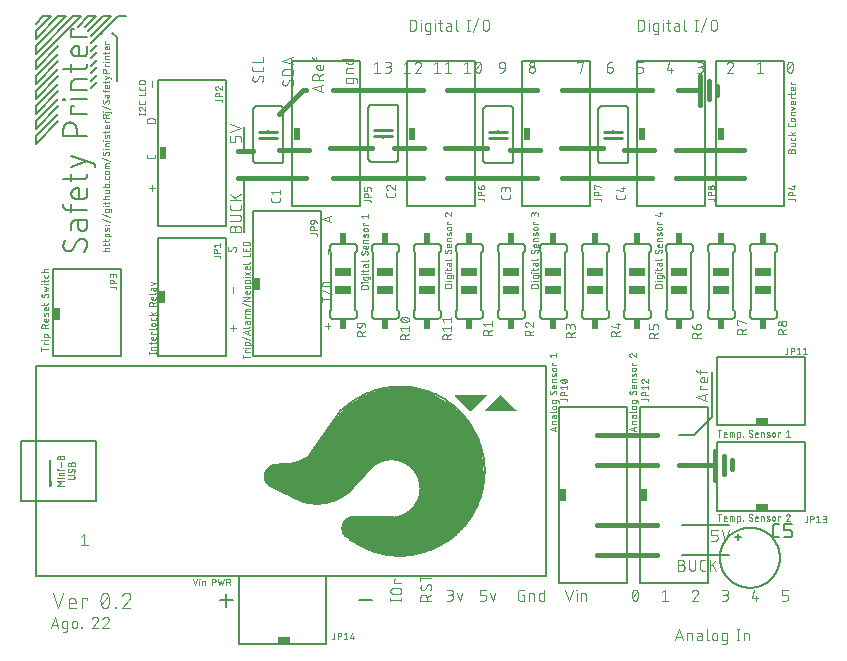
<source format=gbr>
G04 EAGLE Gerber RS-274X export*
G75*
%MOMM*%
%FSLAX34Y34*%
%LPD*%
%INSilkscreen Top*%
%IPPOS*%
%AMOC8*
5,1,8,0,0,1.08239X$1,22.5*%
G01*
%ADD10C,0.177800*%
%ADD11C,0.101600*%
%ADD12C,0.076200*%
%ADD13C,0.050800*%
%ADD14C,0.406400*%
%ADD15C,0.152400*%
%ADD16C,0.254000*%
%ADD17R,0.609600X0.863600*%
%ADD18R,1.400000X0.650000*%
%ADD19C,0.127000*%
%ADD20C,0.000000*%
%ADD21R,0.500000X1.000000*%
%ADD22R,1.000000X0.500000*%

G36*
X530860Y166365D02*
X530860Y166365D01*
X530861Y166365D01*
X544831Y168905D01*
X544831Y168906D01*
X544832Y168905D01*
X556262Y173985D01*
X556262Y173986D01*
X556263Y173986D01*
X568963Y181606D01*
X568963Y181607D01*
X568964Y181606D01*
X581664Y194306D01*
X581664Y194307D01*
X581664Y194308D01*
X590554Y209548D01*
X590555Y209549D01*
X595635Y229869D01*
X595634Y229870D01*
X595635Y229870D01*
X594365Y245110D01*
X594365Y245111D01*
X591825Y261621D01*
X591824Y261622D01*
X584204Y275592D01*
X584204Y275593D01*
X576584Y285753D01*
X576583Y285753D01*
X576583Y285754D01*
X567693Y293374D01*
X552453Y302264D01*
X552452Y302264D01*
X552452Y302265D01*
X539752Y307345D01*
X539751Y307344D01*
X539750Y307345D01*
X539707Y307348D01*
X539642Y307353D01*
X539577Y307358D01*
X539513Y307363D01*
X539448Y307368D01*
X539384Y307373D01*
X539319Y307378D01*
X539254Y307383D01*
X539190Y307388D01*
X539125Y307393D01*
X539061Y307398D01*
X538996Y307403D01*
X538931Y307408D01*
X538867Y307413D01*
X538802Y307418D01*
X538738Y307423D01*
X538673Y307428D01*
X538608Y307433D01*
X538544Y307438D01*
X538479Y307443D01*
X538415Y307448D01*
X538350Y307453D01*
X538285Y307458D01*
X538221Y307463D01*
X538156Y307468D01*
X538092Y307473D01*
X538027Y307478D01*
X537963Y307483D01*
X537962Y307483D01*
X537898Y307487D01*
X537833Y307492D01*
X537769Y307497D01*
X537704Y307502D01*
X537640Y307507D01*
X537575Y307512D01*
X537510Y307517D01*
X537446Y307522D01*
X537381Y307527D01*
X537317Y307532D01*
X537252Y307537D01*
X537187Y307542D01*
X537123Y307547D01*
X537058Y307552D01*
X536994Y307557D01*
X536929Y307562D01*
X536864Y307567D01*
X536800Y307572D01*
X536735Y307577D01*
X536671Y307582D01*
X536606Y307587D01*
X536541Y307592D01*
X536477Y307597D01*
X536412Y307602D01*
X536348Y307607D01*
X536283Y307612D01*
X536218Y307617D01*
X536154Y307622D01*
X536089Y307627D01*
X536025Y307632D01*
X535960Y307637D01*
X535896Y307642D01*
X535895Y307642D01*
X535831Y307646D01*
X535766Y307651D01*
X535702Y307656D01*
X535637Y307661D01*
X535573Y307666D01*
X535508Y307671D01*
X535443Y307676D01*
X535379Y307681D01*
X535314Y307686D01*
X535250Y307691D01*
X535185Y307696D01*
X535120Y307701D01*
X535056Y307706D01*
X534991Y307711D01*
X534927Y307716D01*
X534862Y307721D01*
X534797Y307726D01*
X534733Y307731D01*
X534668Y307736D01*
X534604Y307741D01*
X534539Y307746D01*
X534474Y307751D01*
X534410Y307756D01*
X534345Y307761D01*
X534281Y307766D01*
X534216Y307771D01*
X534151Y307776D01*
X534087Y307781D01*
X534022Y307786D01*
X533958Y307791D01*
X533893Y307796D01*
X533829Y307801D01*
X533828Y307801D01*
X533764Y307805D01*
X533699Y307810D01*
X533635Y307815D01*
X533570Y307820D01*
X533506Y307825D01*
X533441Y307830D01*
X533376Y307835D01*
X533312Y307840D01*
X533247Y307845D01*
X533183Y307850D01*
X533118Y307855D01*
X533053Y307860D01*
X532989Y307865D01*
X532924Y307870D01*
X532860Y307875D01*
X532795Y307880D01*
X532730Y307885D01*
X532666Y307890D01*
X532601Y307895D01*
X532537Y307900D01*
X532472Y307905D01*
X532407Y307910D01*
X532343Y307915D01*
X532278Y307920D01*
X532214Y307925D01*
X532149Y307930D01*
X532084Y307935D01*
X532020Y307940D01*
X531955Y307945D01*
X531891Y307950D01*
X531826Y307955D01*
X531762Y307960D01*
X531761Y307960D01*
X531697Y307964D01*
X531632Y307969D01*
X531568Y307974D01*
X531503Y307979D01*
X531439Y307984D01*
X531374Y307989D01*
X531309Y307994D01*
X531245Y307999D01*
X531180Y308004D01*
X531116Y308009D01*
X531051Y308014D01*
X530986Y308019D01*
X530922Y308024D01*
X530857Y308029D01*
X530793Y308034D01*
X530728Y308039D01*
X530663Y308044D01*
X530599Y308049D01*
X530534Y308054D01*
X530470Y308059D01*
X530405Y308064D01*
X530340Y308069D01*
X530276Y308074D01*
X530211Y308079D01*
X530147Y308084D01*
X530082Y308089D01*
X530017Y308094D01*
X529953Y308099D01*
X529888Y308104D01*
X529824Y308109D01*
X529759Y308114D01*
X529695Y308119D01*
X529694Y308119D01*
X529630Y308123D01*
X529565Y308128D01*
X529501Y308133D01*
X529436Y308138D01*
X529372Y308143D01*
X529307Y308148D01*
X529242Y308153D01*
X529178Y308158D01*
X529113Y308163D01*
X529049Y308168D01*
X528984Y308173D01*
X528919Y308178D01*
X528855Y308183D01*
X528790Y308188D01*
X528726Y308193D01*
X528661Y308198D01*
X528596Y308203D01*
X528532Y308208D01*
X528467Y308213D01*
X528403Y308218D01*
X528338Y308223D01*
X528273Y308228D01*
X528209Y308233D01*
X528144Y308238D01*
X528080Y308243D01*
X528015Y308248D01*
X527950Y308253D01*
X527886Y308258D01*
X527821Y308263D01*
X527757Y308268D01*
X527692Y308273D01*
X527628Y308278D01*
X527627Y308278D01*
X527563Y308282D01*
X527498Y308287D01*
X527434Y308292D01*
X527369Y308297D01*
X527305Y308302D01*
X527240Y308307D01*
X527175Y308312D01*
X527111Y308317D01*
X527046Y308322D01*
X526982Y308327D01*
X526917Y308332D01*
X526852Y308337D01*
X526788Y308342D01*
X526723Y308347D01*
X526659Y308352D01*
X526594Y308357D01*
X526529Y308362D01*
X526465Y308367D01*
X526400Y308372D01*
X526336Y308377D01*
X526271Y308382D01*
X526206Y308387D01*
X526142Y308392D01*
X526077Y308397D01*
X526013Y308402D01*
X525948Y308407D01*
X525883Y308412D01*
X525819Y308417D01*
X525754Y308422D01*
X525690Y308427D01*
X525625Y308432D01*
X525561Y308437D01*
X525560Y308437D01*
X525496Y308441D01*
X525431Y308446D01*
X525367Y308451D01*
X525302Y308456D01*
X525238Y308461D01*
X525173Y308466D01*
X525108Y308471D01*
X525044Y308476D01*
X524979Y308481D01*
X524915Y308486D01*
X524850Y308491D01*
X524785Y308496D01*
X524721Y308501D01*
X524656Y308506D01*
X524592Y308511D01*
X524527Y308516D01*
X524462Y308521D01*
X524398Y308526D01*
X524333Y308531D01*
X524269Y308536D01*
X524204Y308541D01*
X524139Y308546D01*
X524075Y308551D01*
X524010Y308556D01*
X523946Y308561D01*
X523881Y308566D01*
X523816Y308571D01*
X523752Y308576D01*
X523687Y308581D01*
X523623Y308586D01*
X523558Y308591D01*
X523494Y308596D01*
X523493Y308596D01*
X523429Y308600D01*
X523364Y308605D01*
X523300Y308610D01*
X523240Y308615D01*
X523239Y308615D01*
X506729Y306075D01*
X506729Y306074D01*
X506728Y306075D01*
X492758Y300995D01*
X492758Y300994D01*
X492757Y300994D01*
X481327Y293374D01*
X474977Y288294D01*
X474977Y288293D01*
X474976Y288293D01*
X445767Y248924D01*
X438148Y245115D01*
X433069Y243845D01*
X423757Y242152D01*
X422912Y242574D01*
X422911Y242574D01*
X422910Y242575D01*
X417830Y242575D01*
X417829Y242574D01*
X417828Y242574D01*
X412748Y240034D01*
X412747Y240033D01*
X412746Y240032D01*
X410206Y234952D01*
X410206Y234951D01*
X410205Y234950D01*
X410205Y229870D01*
X410206Y229869D01*
X410206Y229867D01*
X412746Y226057D01*
X412747Y226057D01*
X412748Y226056D01*
X436878Y213356D01*
X436878Y213355D01*
X448308Y209545D01*
X448309Y209546D01*
X448310Y209545D01*
X457200Y209545D01*
X457201Y209545D01*
X464821Y210815D01*
X464821Y210816D01*
X464822Y210816D01*
X477522Y217166D01*
X477523Y217167D01*
X477524Y217166D01*
X502923Y242566D01*
X514351Y247645D01*
X521969Y246375D01*
X532127Y242566D01*
X538476Y234947D01*
X541015Y227329D01*
X541015Y217171D01*
X537206Y208283D01*
X530857Y201934D01*
X520699Y198125D01*
X482600Y198125D01*
X482599Y198124D01*
X482598Y198124D01*
X480058Y196854D01*
X480057Y196853D01*
X480056Y196854D01*
X476246Y193044D01*
X476246Y193042D01*
X476245Y193042D01*
X474975Y189232D01*
X474976Y189230D01*
X474975Y189229D01*
X476245Y184149D01*
X476247Y184148D01*
X476247Y184146D01*
X486407Y176526D01*
X486408Y176526D01*
X501648Y168906D01*
X501649Y168906D01*
X501649Y168905D01*
X516889Y166365D01*
X516890Y166365D01*
X530860Y166365D01*
X530860Y166365D01*
G37*
G36*
X622388Y287672D02*
X622388Y287672D01*
X622476Y287681D01*
X622497Y287691D01*
X622521Y287695D01*
X622598Y287741D01*
X622677Y287780D01*
X622694Y287797D01*
X622714Y287810D01*
X622770Y287879D01*
X622831Y287943D01*
X622840Y287965D01*
X622855Y287984D01*
X622884Y288068D01*
X622919Y288150D01*
X622920Y288174D01*
X622927Y288196D01*
X622925Y288285D01*
X622929Y288374D01*
X622921Y288397D01*
X622921Y288421D01*
X622887Y288503D01*
X622860Y288588D01*
X622844Y288609D01*
X622836Y288628D01*
X622802Y288666D01*
X622748Y288738D01*
X610048Y301438D01*
X610017Y301460D01*
X610000Y301479D01*
X609981Y301489D01*
X609947Y301521D01*
X609903Y301540D01*
X609864Y301567D01*
X609801Y301583D01*
X609740Y301609D01*
X609693Y301611D01*
X609647Y301623D01*
X609582Y301616D01*
X609516Y301619D01*
X609471Y301604D01*
X609424Y301599D01*
X609365Y301570D01*
X609302Y301550D01*
X609258Y301517D01*
X609223Y301500D01*
X609196Y301471D01*
X609188Y301466D01*
X609171Y301455D01*
X609166Y301449D01*
X609152Y301438D01*
X596452Y288738D01*
X596401Y288665D01*
X596345Y288596D01*
X596337Y288574D01*
X596323Y288554D01*
X596301Y288468D01*
X596273Y288384D01*
X596273Y288360D01*
X596268Y288337D01*
X596277Y288248D01*
X596279Y288159D01*
X596288Y288137D01*
X596291Y288114D01*
X596330Y288034D01*
X596364Y287952D01*
X596380Y287934D01*
X596390Y287913D01*
X596455Y287852D01*
X596515Y287786D01*
X596536Y287775D01*
X596553Y287759D01*
X596635Y287724D01*
X596715Y287683D01*
X596741Y287680D01*
X596760Y287671D01*
X596810Y287669D01*
X596900Y287656D01*
X622300Y287656D01*
X622388Y287672D01*
G37*
G36*
X584218Y287664D02*
X584218Y287664D01*
X584284Y287661D01*
X584329Y287676D01*
X584376Y287681D01*
X584435Y287710D01*
X584498Y287730D01*
X584542Y287763D01*
X584577Y287780D01*
X584604Y287809D01*
X584648Y287842D01*
X597348Y300542D01*
X597399Y300615D01*
X597455Y300684D01*
X597463Y300706D01*
X597477Y300726D01*
X597499Y300812D01*
X597527Y300896D01*
X597527Y300920D01*
X597533Y300943D01*
X597523Y301032D01*
X597521Y301121D01*
X597512Y301143D01*
X597509Y301166D01*
X597470Y301246D01*
X597436Y301328D01*
X597420Y301346D01*
X597410Y301367D01*
X597345Y301428D01*
X597285Y301494D01*
X597264Y301505D01*
X597247Y301521D01*
X597165Y301556D01*
X597085Y301597D01*
X597059Y301600D01*
X597040Y301609D01*
X596990Y301611D01*
X596900Y301624D01*
X571500Y301624D01*
X571412Y301608D01*
X571324Y301599D01*
X571303Y301589D01*
X571279Y301585D01*
X571202Y301539D01*
X571123Y301500D01*
X571106Y301483D01*
X571086Y301470D01*
X571030Y301401D01*
X570969Y301337D01*
X570960Y301315D01*
X570945Y301296D01*
X570916Y301212D01*
X570881Y301130D01*
X570880Y301106D01*
X570873Y301084D01*
X570875Y300995D01*
X570871Y300906D01*
X570879Y300883D01*
X570879Y300859D01*
X570913Y300777D01*
X570940Y300692D01*
X570956Y300671D01*
X570964Y300652D01*
X570998Y300614D01*
X571052Y300542D01*
X583752Y287842D01*
X583806Y287804D01*
X583853Y287759D01*
X583897Y287740D01*
X583936Y287713D01*
X583999Y287697D01*
X584060Y287671D01*
X584107Y287669D01*
X584153Y287658D01*
X584218Y287664D01*
G37*
D10*
X259207Y429472D02*
X259205Y429604D01*
X259199Y429736D01*
X259189Y429868D01*
X259176Y429999D01*
X259158Y430130D01*
X259137Y430261D01*
X259111Y430390D01*
X259082Y430519D01*
X259049Y430647D01*
X259013Y430774D01*
X258972Y430900D01*
X258928Y431025D01*
X258880Y431148D01*
X258829Y431270D01*
X258774Y431390D01*
X258715Y431508D01*
X258653Y431625D01*
X258587Y431740D01*
X258519Y431852D01*
X258446Y431963D01*
X258371Y432072D01*
X258292Y432178D01*
X258211Y432282D01*
X258126Y432383D01*
X258038Y432482D01*
X257947Y432578D01*
X257854Y432671D01*
X257758Y432762D01*
X257659Y432850D01*
X257558Y432935D01*
X257454Y433016D01*
X257348Y433095D01*
X257239Y433170D01*
X257128Y433243D01*
X257016Y433311D01*
X256901Y433377D01*
X256784Y433439D01*
X256666Y433498D01*
X256546Y433553D01*
X256424Y433604D01*
X256301Y433652D01*
X256176Y433696D01*
X256050Y433737D01*
X255923Y433773D01*
X255795Y433806D01*
X255666Y433835D01*
X255537Y433861D01*
X255406Y433882D01*
X255275Y433900D01*
X255144Y433913D01*
X255012Y433923D01*
X254880Y433929D01*
X254748Y433931D01*
X259207Y429472D02*
X259204Y429247D01*
X259196Y429021D01*
X259183Y428796D01*
X259164Y428572D01*
X259140Y428348D01*
X259110Y428124D01*
X259075Y427902D01*
X259035Y427680D01*
X258989Y427459D01*
X258939Y427240D01*
X258883Y427021D01*
X258821Y426804D01*
X258755Y426589D01*
X258683Y426375D01*
X258607Y426163D01*
X258525Y425953D01*
X258438Y425745D01*
X258347Y425539D01*
X258250Y425336D01*
X258149Y425134D01*
X258043Y424935D01*
X257932Y424739D01*
X257816Y424546D01*
X257696Y424355D01*
X257571Y424167D01*
X257442Y423983D01*
X257309Y423801D01*
X257171Y423623D01*
X257029Y423448D01*
X256883Y423276D01*
X256732Y423108D01*
X256578Y422944D01*
X256420Y422783D01*
X243600Y423341D02*
X243468Y423343D01*
X243336Y423349D01*
X243204Y423359D01*
X243073Y423372D01*
X242942Y423390D01*
X242811Y423411D01*
X242682Y423437D01*
X242553Y423466D01*
X242425Y423499D01*
X242298Y423535D01*
X242172Y423576D01*
X242047Y423620D01*
X241924Y423668D01*
X241802Y423719D01*
X241682Y423774D01*
X241564Y423833D01*
X241447Y423895D01*
X241332Y423961D01*
X241220Y424029D01*
X241109Y424102D01*
X241000Y424177D01*
X240894Y424256D01*
X240790Y424337D01*
X240689Y424422D01*
X240590Y424510D01*
X240494Y424601D01*
X240401Y424694D01*
X240310Y424790D01*
X240222Y424889D01*
X240137Y424990D01*
X240056Y425094D01*
X239977Y425200D01*
X239902Y425309D01*
X239829Y425420D01*
X239761Y425532D01*
X239695Y425647D01*
X239633Y425764D01*
X239574Y425882D01*
X239519Y426002D01*
X239468Y426124D01*
X239420Y426247D01*
X239376Y426372D01*
X239335Y426498D01*
X239299Y426625D01*
X239266Y426753D01*
X239237Y426882D01*
X239211Y427011D01*
X239190Y427142D01*
X239172Y427273D01*
X239159Y427404D01*
X239149Y427536D01*
X239143Y427668D01*
X239141Y427800D01*
X239143Y427999D01*
X239150Y428198D01*
X239162Y428397D01*
X239179Y428596D01*
X239200Y428794D01*
X239226Y428992D01*
X239257Y429188D01*
X239293Y429385D01*
X239333Y429580D01*
X239377Y429774D01*
X239427Y429967D01*
X239481Y430159D01*
X239539Y430349D01*
X239602Y430538D01*
X239670Y430726D01*
X239742Y430912D01*
X239818Y431096D01*
X239899Y431278D01*
X239984Y431458D01*
X240073Y431636D01*
X240167Y431812D01*
X240264Y431986D01*
X240366Y432157D01*
X240472Y432326D01*
X240582Y432492D01*
X240696Y432656D01*
X240813Y432817D01*
X247502Y425570D02*
X247434Y425458D01*
X247363Y425349D01*
X247289Y425241D01*
X247211Y425136D01*
X247131Y425033D01*
X247048Y424932D01*
X246962Y424834D01*
X246873Y424738D01*
X246781Y424645D01*
X246687Y424555D01*
X246590Y424467D01*
X246491Y424382D01*
X246389Y424300D01*
X246285Y424222D01*
X246178Y424146D01*
X246070Y424073D01*
X245959Y424003D01*
X245847Y423937D01*
X245733Y423874D01*
X245617Y423814D01*
X245499Y423757D01*
X245379Y423704D01*
X245259Y423655D01*
X245136Y423609D01*
X245013Y423566D01*
X244888Y423527D01*
X244762Y423492D01*
X244636Y423460D01*
X244508Y423432D01*
X244380Y423408D01*
X244251Y423387D01*
X244121Y423370D01*
X243991Y423357D01*
X243861Y423348D01*
X243731Y423342D01*
X243600Y423340D01*
X250846Y431701D02*
X250914Y431813D01*
X250985Y431923D01*
X251059Y432030D01*
X251137Y432135D01*
X251217Y432238D01*
X251300Y432339D01*
X251386Y432437D01*
X251475Y432533D01*
X251567Y432626D01*
X251661Y432716D01*
X251758Y432804D01*
X251858Y432889D01*
X251959Y432971D01*
X252063Y433050D01*
X252170Y433125D01*
X252278Y433198D01*
X252389Y433268D01*
X252501Y433334D01*
X252615Y433397D01*
X252731Y433457D01*
X252849Y433514D01*
X252969Y433567D01*
X253089Y433616D01*
X253212Y433662D01*
X253335Y433705D01*
X253460Y433744D01*
X253586Y433779D01*
X253712Y433811D01*
X253840Y433839D01*
X253968Y433863D01*
X254097Y433884D01*
X254227Y433901D01*
X254357Y433914D01*
X254487Y433923D01*
X254617Y433929D01*
X254748Y433931D01*
X250846Y431701D02*
X247502Y425570D01*
X251404Y444419D02*
X251404Y449436D01*
X251403Y444419D02*
X251405Y444295D01*
X251411Y444172D01*
X251421Y444048D01*
X251434Y443925D01*
X251452Y443802D01*
X251474Y443681D01*
X251499Y443559D01*
X251528Y443439D01*
X251561Y443320D01*
X251598Y443201D01*
X251638Y443084D01*
X251683Y442969D01*
X251730Y442855D01*
X251782Y442742D01*
X251837Y442631D01*
X251895Y442522D01*
X251957Y442415D01*
X252022Y442309D01*
X252091Y442206D01*
X252163Y442105D01*
X252238Y442007D01*
X252316Y441911D01*
X252397Y441817D01*
X252481Y441726D01*
X252568Y441638D01*
X252657Y441553D01*
X252750Y441470D01*
X252845Y441390D01*
X252942Y441314D01*
X253042Y441241D01*
X253144Y441170D01*
X253248Y441103D01*
X253354Y441040D01*
X253462Y440980D01*
X253572Y440923D01*
X253684Y440870D01*
X253797Y440820D01*
X253912Y440774D01*
X254029Y440732D01*
X254146Y440693D01*
X254265Y440658D01*
X254385Y440627D01*
X254506Y440600D01*
X254627Y440576D01*
X254750Y440557D01*
X254873Y440541D01*
X254996Y440529D01*
X255119Y440521D01*
X255243Y440517D01*
X255367Y440517D01*
X255491Y440521D01*
X255614Y440529D01*
X255737Y440541D01*
X255860Y440557D01*
X255983Y440576D01*
X256104Y440600D01*
X256225Y440627D01*
X256345Y440658D01*
X256464Y440693D01*
X256581Y440732D01*
X256698Y440774D01*
X256813Y440820D01*
X256926Y440870D01*
X257038Y440923D01*
X257148Y440980D01*
X257256Y441040D01*
X257362Y441103D01*
X257466Y441170D01*
X257568Y441241D01*
X257668Y441314D01*
X257765Y441390D01*
X257860Y441470D01*
X257953Y441553D01*
X258042Y441638D01*
X258129Y441726D01*
X258213Y441817D01*
X258294Y441911D01*
X258372Y442007D01*
X258447Y442105D01*
X258519Y442206D01*
X258588Y442309D01*
X258653Y442415D01*
X258715Y442522D01*
X258773Y442631D01*
X258828Y442742D01*
X258880Y442855D01*
X258927Y442969D01*
X258972Y443084D01*
X259012Y443201D01*
X259049Y443320D01*
X259082Y443439D01*
X259111Y443559D01*
X259136Y443681D01*
X259158Y443802D01*
X259176Y443925D01*
X259189Y444048D01*
X259199Y444172D01*
X259205Y444295D01*
X259207Y444419D01*
X259207Y449436D01*
X249174Y449436D01*
X249174Y449435D02*
X249060Y449433D01*
X248946Y449427D01*
X248832Y449417D01*
X248719Y449404D01*
X248606Y449386D01*
X248494Y449365D01*
X248382Y449340D01*
X248272Y449311D01*
X248162Y449278D01*
X248054Y449242D01*
X247947Y449202D01*
X247842Y449158D01*
X247738Y449111D01*
X247636Y449060D01*
X247535Y449006D01*
X247437Y448948D01*
X247340Y448887D01*
X247246Y448823D01*
X247153Y448756D01*
X247064Y448685D01*
X246976Y448611D01*
X246892Y448535D01*
X246809Y448456D01*
X246730Y448373D01*
X246654Y448289D01*
X246580Y448201D01*
X246509Y448112D01*
X246442Y448019D01*
X246378Y447925D01*
X246317Y447828D01*
X246259Y447730D01*
X246205Y447629D01*
X246154Y447527D01*
X246107Y447423D01*
X246063Y447318D01*
X246023Y447211D01*
X245987Y447103D01*
X245954Y446993D01*
X245925Y446883D01*
X245900Y446771D01*
X245879Y446659D01*
X245861Y446546D01*
X245848Y446433D01*
X245838Y446319D01*
X245832Y446205D01*
X245830Y446091D01*
X245830Y441632D01*
X242485Y458387D02*
X259207Y458387D01*
X242485Y458388D02*
X242371Y458390D01*
X242257Y458396D01*
X242143Y458406D01*
X242030Y458419D01*
X241917Y458437D01*
X241805Y458458D01*
X241693Y458483D01*
X241583Y458512D01*
X241473Y458545D01*
X241365Y458581D01*
X241258Y458621D01*
X241153Y458665D01*
X241049Y458712D01*
X240947Y458763D01*
X240846Y458817D01*
X240748Y458875D01*
X240651Y458936D01*
X240557Y459000D01*
X240464Y459067D01*
X240375Y459138D01*
X240287Y459212D01*
X240203Y459288D01*
X240120Y459367D01*
X240041Y459450D01*
X239965Y459534D01*
X239891Y459622D01*
X239820Y459711D01*
X239753Y459804D01*
X239689Y459898D01*
X239628Y459995D01*
X239570Y460093D01*
X239516Y460194D01*
X239465Y460296D01*
X239418Y460400D01*
X239374Y460505D01*
X239334Y460612D01*
X239298Y460720D01*
X239265Y460830D01*
X239236Y460940D01*
X239211Y461052D01*
X239190Y461164D01*
X239172Y461277D01*
X239159Y461390D01*
X239149Y461504D01*
X239143Y461618D01*
X239141Y461732D01*
X239141Y462846D01*
X245830Y462846D02*
X245830Y456158D01*
X259207Y471116D02*
X259207Y476690D01*
X259207Y471116D02*
X259205Y471002D01*
X259199Y470888D01*
X259189Y470774D01*
X259176Y470661D01*
X259158Y470548D01*
X259137Y470436D01*
X259112Y470324D01*
X259083Y470214D01*
X259050Y470104D01*
X259014Y469996D01*
X258974Y469889D01*
X258930Y469784D01*
X258883Y469680D01*
X258832Y469578D01*
X258778Y469477D01*
X258720Y469379D01*
X258659Y469282D01*
X258595Y469188D01*
X258528Y469095D01*
X258457Y469006D01*
X258383Y468918D01*
X258307Y468834D01*
X258228Y468751D01*
X258145Y468672D01*
X258061Y468596D01*
X257973Y468522D01*
X257884Y468451D01*
X257791Y468384D01*
X257697Y468320D01*
X257600Y468259D01*
X257502Y468201D01*
X257401Y468147D01*
X257299Y468096D01*
X257195Y468049D01*
X257090Y468005D01*
X256983Y467965D01*
X256875Y467929D01*
X256765Y467896D01*
X256655Y467867D01*
X256543Y467842D01*
X256431Y467821D01*
X256318Y467803D01*
X256205Y467790D01*
X256091Y467780D01*
X255977Y467774D01*
X255863Y467772D01*
X250289Y467772D01*
X250157Y467774D01*
X250025Y467780D01*
X249893Y467790D01*
X249762Y467803D01*
X249631Y467821D01*
X249500Y467842D01*
X249371Y467868D01*
X249242Y467897D01*
X249114Y467930D01*
X248987Y467966D01*
X248861Y468007D01*
X248736Y468051D01*
X248613Y468099D01*
X248491Y468150D01*
X248371Y468205D01*
X248253Y468264D01*
X248136Y468326D01*
X248021Y468392D01*
X247909Y468460D01*
X247798Y468533D01*
X247689Y468608D01*
X247583Y468687D01*
X247479Y468768D01*
X247378Y468853D01*
X247279Y468941D01*
X247183Y469032D01*
X247090Y469125D01*
X246999Y469221D01*
X246911Y469320D01*
X246826Y469421D01*
X246745Y469525D01*
X246666Y469631D01*
X246591Y469740D01*
X246518Y469851D01*
X246450Y469963D01*
X246384Y470078D01*
X246322Y470195D01*
X246263Y470313D01*
X246208Y470433D01*
X246157Y470555D01*
X246109Y470678D01*
X246065Y470803D01*
X246024Y470929D01*
X245988Y471056D01*
X245955Y471184D01*
X245926Y471313D01*
X245900Y471442D01*
X245879Y471573D01*
X245861Y471704D01*
X245848Y471835D01*
X245838Y471967D01*
X245832Y472099D01*
X245830Y472231D01*
X245832Y472363D01*
X245838Y472495D01*
X245848Y472627D01*
X245861Y472758D01*
X245879Y472889D01*
X245900Y473020D01*
X245926Y473149D01*
X245955Y473278D01*
X245988Y473406D01*
X246024Y473533D01*
X246065Y473659D01*
X246109Y473784D01*
X246157Y473907D01*
X246208Y474029D01*
X246263Y474149D01*
X246322Y474267D01*
X246384Y474384D01*
X246450Y474499D01*
X246518Y474611D01*
X246591Y474722D01*
X246666Y474831D01*
X246745Y474937D01*
X246826Y475041D01*
X246911Y475142D01*
X246999Y475241D01*
X247090Y475337D01*
X247183Y475430D01*
X247279Y475521D01*
X247378Y475609D01*
X247479Y475694D01*
X247583Y475775D01*
X247689Y475854D01*
X247798Y475929D01*
X247909Y476002D01*
X248021Y476070D01*
X248136Y476136D01*
X248253Y476198D01*
X248371Y476257D01*
X248491Y476312D01*
X248613Y476363D01*
X248736Y476411D01*
X248861Y476455D01*
X248987Y476496D01*
X249114Y476532D01*
X249242Y476565D01*
X249371Y476594D01*
X249500Y476620D01*
X249631Y476641D01*
X249762Y476659D01*
X249893Y476672D01*
X250025Y476682D01*
X250157Y476688D01*
X250289Y476690D01*
X252518Y476690D01*
X252518Y467772D01*
X245830Y482377D02*
X245830Y489065D01*
X239141Y484606D02*
X255863Y484606D01*
X255977Y484608D01*
X256091Y484614D01*
X256205Y484624D01*
X256318Y484637D01*
X256431Y484655D01*
X256543Y484676D01*
X256655Y484701D01*
X256765Y484730D01*
X256875Y484763D01*
X256983Y484799D01*
X257090Y484839D01*
X257195Y484883D01*
X257299Y484930D01*
X257401Y484981D01*
X257502Y485035D01*
X257600Y485093D01*
X257697Y485154D01*
X257791Y485218D01*
X257884Y485285D01*
X257973Y485356D01*
X258061Y485430D01*
X258145Y485506D01*
X258228Y485585D01*
X258307Y485668D01*
X258383Y485752D01*
X258457Y485840D01*
X258528Y485929D01*
X258595Y486022D01*
X258659Y486116D01*
X258720Y486213D01*
X258778Y486311D01*
X258832Y486412D01*
X258883Y486514D01*
X258930Y486618D01*
X258974Y486723D01*
X259014Y486830D01*
X259050Y486938D01*
X259083Y487048D01*
X259112Y487158D01*
X259137Y487270D01*
X259158Y487382D01*
X259176Y487495D01*
X259189Y487608D01*
X259199Y487722D01*
X259205Y487836D01*
X259207Y487950D01*
X259207Y489065D01*
X265896Y494961D02*
X265896Y497191D01*
X245830Y503880D01*
X245830Y494961D02*
X259207Y499420D01*
X259207Y521223D02*
X239141Y521223D01*
X239141Y526797D01*
X239143Y526945D01*
X239149Y527094D01*
X239159Y527242D01*
X239173Y527389D01*
X239190Y527537D01*
X239212Y527684D01*
X239238Y527830D01*
X239267Y527975D01*
X239300Y528120D01*
X239337Y528264D01*
X239378Y528406D01*
X239423Y528548D01*
X239472Y528688D01*
X239524Y528827D01*
X239580Y528964D01*
X239639Y529100D01*
X239702Y529235D01*
X239769Y529367D01*
X239839Y529498D01*
X239913Y529627D01*
X239990Y529754D01*
X240070Y529878D01*
X240154Y530001D01*
X240241Y530121D01*
X240331Y530239D01*
X240424Y530355D01*
X240520Y530468D01*
X240619Y530578D01*
X240721Y530686D01*
X240826Y530791D01*
X240934Y530893D01*
X241044Y530992D01*
X241157Y531088D01*
X241273Y531181D01*
X241391Y531271D01*
X241511Y531358D01*
X241634Y531442D01*
X241758Y531522D01*
X241885Y531599D01*
X242014Y531673D01*
X242145Y531743D01*
X242277Y531810D01*
X242412Y531873D01*
X242548Y531932D01*
X242685Y531988D01*
X242824Y532040D01*
X242964Y532089D01*
X243106Y532134D01*
X243248Y532175D01*
X243392Y532212D01*
X243537Y532245D01*
X243682Y532274D01*
X243828Y532300D01*
X243975Y532322D01*
X244123Y532339D01*
X244270Y532353D01*
X244418Y532363D01*
X244567Y532369D01*
X244715Y532371D01*
X244863Y532369D01*
X245012Y532363D01*
X245160Y532353D01*
X245307Y532339D01*
X245455Y532322D01*
X245602Y532300D01*
X245748Y532274D01*
X245893Y532245D01*
X246038Y532212D01*
X246182Y532175D01*
X246324Y532134D01*
X246466Y532089D01*
X246606Y532040D01*
X246745Y531988D01*
X246882Y531932D01*
X247018Y531873D01*
X247153Y531810D01*
X247285Y531743D01*
X247416Y531673D01*
X247545Y531599D01*
X247672Y531522D01*
X247796Y531442D01*
X247919Y531358D01*
X248039Y531271D01*
X248157Y531181D01*
X248273Y531088D01*
X248386Y530992D01*
X248496Y530893D01*
X248604Y530791D01*
X248709Y530686D01*
X248811Y530578D01*
X248910Y530468D01*
X249006Y530355D01*
X249099Y530239D01*
X249189Y530121D01*
X249276Y530001D01*
X249360Y529878D01*
X249440Y529754D01*
X249517Y529627D01*
X249591Y529498D01*
X249661Y529367D01*
X249728Y529235D01*
X249791Y529100D01*
X249850Y528964D01*
X249906Y528827D01*
X249958Y528688D01*
X250007Y528548D01*
X250052Y528406D01*
X250093Y528264D01*
X250130Y528120D01*
X250163Y527975D01*
X250192Y527830D01*
X250218Y527684D01*
X250240Y527537D01*
X250257Y527389D01*
X250271Y527242D01*
X250281Y527094D01*
X250287Y526945D01*
X250289Y526797D01*
X250289Y521223D01*
X245830Y539532D02*
X259207Y539532D01*
X245830Y539532D02*
X245830Y546220D01*
X248059Y546220D01*
X245830Y551946D02*
X259207Y551946D01*
X240256Y551388D02*
X239141Y551388D01*
X239141Y552503D01*
X240256Y552503D01*
X240256Y551388D01*
X245830Y559845D02*
X259207Y559845D01*
X245830Y559845D02*
X245830Y565419D01*
X245832Y565533D01*
X245838Y565647D01*
X245848Y565761D01*
X245861Y565874D01*
X245879Y565987D01*
X245900Y566099D01*
X245925Y566211D01*
X245954Y566321D01*
X245987Y566431D01*
X246023Y566539D01*
X246063Y566646D01*
X246107Y566751D01*
X246154Y566855D01*
X246205Y566957D01*
X246259Y567058D01*
X246317Y567156D01*
X246378Y567253D01*
X246442Y567347D01*
X246509Y567440D01*
X246580Y567529D01*
X246654Y567617D01*
X246730Y567701D01*
X246809Y567784D01*
X246892Y567863D01*
X246976Y567939D01*
X247064Y568013D01*
X247153Y568084D01*
X247246Y568151D01*
X247340Y568215D01*
X247436Y568276D01*
X247535Y568334D01*
X247636Y568388D01*
X247738Y568439D01*
X247842Y568486D01*
X247947Y568530D01*
X248054Y568570D01*
X248162Y568606D01*
X248272Y568639D01*
X248382Y568668D01*
X248494Y568693D01*
X248606Y568714D01*
X248719Y568732D01*
X248832Y568745D01*
X248946Y568755D01*
X249060Y568761D01*
X249174Y568763D01*
X249174Y568764D02*
X259207Y568764D01*
X245830Y575068D02*
X245830Y581757D01*
X239141Y577298D02*
X255863Y577298D01*
X255977Y577300D01*
X256091Y577306D01*
X256205Y577316D01*
X256318Y577329D01*
X256431Y577347D01*
X256543Y577368D01*
X256655Y577393D01*
X256765Y577422D01*
X256875Y577455D01*
X256983Y577491D01*
X257090Y577531D01*
X257195Y577575D01*
X257299Y577622D01*
X257401Y577673D01*
X257502Y577727D01*
X257600Y577785D01*
X257697Y577846D01*
X257791Y577910D01*
X257884Y577977D01*
X257973Y578048D01*
X258061Y578122D01*
X258145Y578198D01*
X258228Y578277D01*
X258307Y578360D01*
X258383Y578444D01*
X258457Y578532D01*
X258528Y578621D01*
X258595Y578714D01*
X258659Y578808D01*
X258720Y578905D01*
X258778Y579003D01*
X258832Y579104D01*
X258883Y579206D01*
X258930Y579310D01*
X258974Y579415D01*
X259014Y579522D01*
X259050Y579630D01*
X259083Y579740D01*
X259112Y579850D01*
X259137Y579962D01*
X259158Y580074D01*
X259176Y580187D01*
X259189Y580300D01*
X259199Y580414D01*
X259205Y580528D01*
X259207Y580642D01*
X259207Y581757D01*
X259207Y591615D02*
X259207Y597189D01*
X259207Y591615D02*
X259205Y591501D01*
X259199Y591387D01*
X259189Y591273D01*
X259176Y591160D01*
X259158Y591047D01*
X259137Y590935D01*
X259112Y590823D01*
X259083Y590713D01*
X259050Y590603D01*
X259014Y590495D01*
X258974Y590388D01*
X258930Y590283D01*
X258883Y590179D01*
X258832Y590077D01*
X258778Y589976D01*
X258720Y589878D01*
X258659Y589781D01*
X258595Y589687D01*
X258528Y589594D01*
X258457Y589505D01*
X258383Y589417D01*
X258307Y589333D01*
X258228Y589250D01*
X258145Y589171D01*
X258061Y589095D01*
X257973Y589021D01*
X257884Y588950D01*
X257791Y588883D01*
X257697Y588819D01*
X257600Y588758D01*
X257502Y588700D01*
X257401Y588646D01*
X257299Y588595D01*
X257195Y588548D01*
X257090Y588504D01*
X256983Y588464D01*
X256875Y588428D01*
X256765Y588395D01*
X256655Y588366D01*
X256543Y588341D01*
X256431Y588320D01*
X256318Y588302D01*
X256205Y588289D01*
X256091Y588279D01*
X255977Y588273D01*
X255863Y588271D01*
X250289Y588271D01*
X250157Y588273D01*
X250025Y588279D01*
X249893Y588289D01*
X249762Y588302D01*
X249631Y588320D01*
X249500Y588341D01*
X249371Y588367D01*
X249242Y588396D01*
X249114Y588429D01*
X248987Y588465D01*
X248861Y588506D01*
X248736Y588550D01*
X248613Y588598D01*
X248491Y588649D01*
X248371Y588704D01*
X248253Y588763D01*
X248136Y588825D01*
X248021Y588891D01*
X247909Y588959D01*
X247798Y589032D01*
X247689Y589107D01*
X247583Y589186D01*
X247479Y589267D01*
X247378Y589352D01*
X247279Y589440D01*
X247183Y589531D01*
X247090Y589624D01*
X246999Y589720D01*
X246911Y589819D01*
X246826Y589920D01*
X246745Y590024D01*
X246666Y590130D01*
X246591Y590239D01*
X246518Y590350D01*
X246450Y590462D01*
X246384Y590577D01*
X246322Y590694D01*
X246263Y590812D01*
X246208Y590932D01*
X246157Y591054D01*
X246109Y591177D01*
X246065Y591302D01*
X246024Y591428D01*
X245988Y591555D01*
X245955Y591683D01*
X245926Y591812D01*
X245900Y591941D01*
X245879Y592072D01*
X245861Y592203D01*
X245848Y592334D01*
X245838Y592466D01*
X245832Y592598D01*
X245830Y592730D01*
X245832Y592862D01*
X245838Y592994D01*
X245848Y593126D01*
X245861Y593257D01*
X245879Y593388D01*
X245900Y593519D01*
X245926Y593648D01*
X245955Y593777D01*
X245988Y593905D01*
X246024Y594032D01*
X246065Y594158D01*
X246109Y594283D01*
X246157Y594406D01*
X246208Y594528D01*
X246263Y594648D01*
X246322Y594766D01*
X246384Y594883D01*
X246450Y594998D01*
X246518Y595110D01*
X246591Y595221D01*
X246666Y595330D01*
X246745Y595436D01*
X246826Y595540D01*
X246911Y595641D01*
X246999Y595740D01*
X247090Y595836D01*
X247183Y595929D01*
X247279Y596020D01*
X247378Y596108D01*
X247479Y596193D01*
X247583Y596274D01*
X247689Y596353D01*
X247798Y596428D01*
X247909Y596501D01*
X248021Y596569D01*
X248136Y596635D01*
X248253Y596697D01*
X248371Y596756D01*
X248491Y596811D01*
X248613Y596862D01*
X248736Y596910D01*
X248861Y596954D01*
X248987Y596995D01*
X249114Y597031D01*
X249242Y597064D01*
X249371Y597093D01*
X249500Y597119D01*
X249631Y597140D01*
X249762Y597158D01*
X249893Y597171D01*
X250025Y597181D01*
X250157Y597187D01*
X250289Y597189D01*
X252518Y597189D01*
X252518Y588271D01*
X245830Y605034D02*
X259207Y605034D01*
X245830Y605034D02*
X245830Y611722D01*
X248059Y611722D01*
D11*
X230124Y134112D02*
X234527Y120904D01*
X238929Y134112D01*
X245741Y120904D02*
X249410Y120904D01*
X245741Y120904D02*
X245650Y120906D01*
X245559Y120912D01*
X245469Y120921D01*
X245379Y120934D01*
X245289Y120951D01*
X245201Y120971D01*
X245113Y120996D01*
X245026Y121023D01*
X244941Y121055D01*
X244857Y121089D01*
X244774Y121128D01*
X244693Y121169D01*
X244614Y121214D01*
X244537Y121262D01*
X244462Y121314D01*
X244389Y121368D01*
X244318Y121425D01*
X244250Y121486D01*
X244185Y121549D01*
X244122Y121614D01*
X244061Y121682D01*
X244004Y121753D01*
X243950Y121826D01*
X243898Y121901D01*
X243850Y121978D01*
X243805Y122057D01*
X243764Y122138D01*
X243725Y122221D01*
X243691Y122305D01*
X243659Y122390D01*
X243632Y122477D01*
X243607Y122565D01*
X243587Y122653D01*
X243570Y122743D01*
X243557Y122833D01*
X243548Y122923D01*
X243542Y123014D01*
X243540Y123105D01*
X243540Y126774D01*
X243542Y126881D01*
X243548Y126988D01*
X243558Y127095D01*
X243571Y127201D01*
X243589Y127307D01*
X243610Y127412D01*
X243635Y127516D01*
X243664Y127620D01*
X243697Y127722D01*
X243734Y127822D01*
X243774Y127922D01*
X243818Y128020D01*
X243865Y128116D01*
X243916Y128210D01*
X243970Y128303D01*
X244027Y128393D01*
X244088Y128482D01*
X244152Y128568D01*
X244219Y128651D01*
X244289Y128733D01*
X244362Y128811D01*
X244438Y128887D01*
X244516Y128960D01*
X244598Y129030D01*
X244681Y129097D01*
X244767Y129161D01*
X244856Y129222D01*
X244946Y129279D01*
X245039Y129333D01*
X245133Y129384D01*
X245229Y129431D01*
X245327Y129475D01*
X245427Y129515D01*
X245527Y129552D01*
X245629Y129585D01*
X245733Y129614D01*
X245837Y129639D01*
X245942Y129660D01*
X246048Y129678D01*
X246154Y129691D01*
X246261Y129701D01*
X246368Y129707D01*
X246475Y129709D01*
X246582Y129707D01*
X246689Y129701D01*
X246796Y129691D01*
X246902Y129678D01*
X247008Y129660D01*
X247113Y129639D01*
X247217Y129614D01*
X247321Y129585D01*
X247423Y129552D01*
X247523Y129515D01*
X247623Y129475D01*
X247721Y129431D01*
X247817Y129384D01*
X247911Y129333D01*
X248004Y129279D01*
X248094Y129222D01*
X248183Y129161D01*
X248269Y129097D01*
X248352Y129030D01*
X248434Y128960D01*
X248512Y128887D01*
X248588Y128811D01*
X248661Y128733D01*
X248731Y128651D01*
X248798Y128568D01*
X248862Y128482D01*
X248923Y128393D01*
X248980Y128303D01*
X249034Y128210D01*
X249085Y128116D01*
X249132Y128020D01*
X249176Y127922D01*
X249216Y127822D01*
X249253Y127722D01*
X249286Y127620D01*
X249315Y127516D01*
X249340Y127412D01*
X249361Y127307D01*
X249379Y127201D01*
X249392Y127095D01*
X249402Y126988D01*
X249408Y126881D01*
X249410Y126774D01*
X249410Y125307D01*
X243540Y125307D01*
X255132Y129709D02*
X255132Y120904D01*
X255132Y129709D02*
X259534Y129709D01*
X259534Y128242D01*
X270543Y127508D02*
X270546Y127768D01*
X270555Y128027D01*
X270571Y128287D01*
X270593Y128546D01*
X270620Y128804D01*
X270654Y129062D01*
X270695Y129318D01*
X270741Y129574D01*
X270793Y129829D01*
X270852Y130082D01*
X270916Y130334D01*
X270987Y130584D01*
X271063Y130832D01*
X271145Y131078D01*
X271233Y131323D01*
X271327Y131565D01*
X271427Y131805D01*
X271533Y132043D01*
X271644Y132277D01*
X271644Y132278D02*
X271679Y132373D01*
X271717Y132468D01*
X271759Y132561D01*
X271805Y132652D01*
X271854Y132742D01*
X271906Y132830D01*
X271961Y132915D01*
X272020Y132999D01*
X272082Y133080D01*
X272146Y133159D01*
X272214Y133235D01*
X272285Y133309D01*
X272358Y133380D01*
X272434Y133448D01*
X272512Y133514D01*
X272593Y133576D01*
X272676Y133636D01*
X272761Y133692D01*
X272848Y133745D01*
X272937Y133794D01*
X273028Y133840D01*
X273121Y133883D01*
X273215Y133922D01*
X273311Y133958D01*
X273408Y133990D01*
X273506Y134019D01*
X273605Y134043D01*
X273705Y134064D01*
X273805Y134081D01*
X273906Y134095D01*
X274008Y134104D01*
X274110Y134110D01*
X274212Y134112D01*
X274314Y134110D01*
X274416Y134104D01*
X274518Y134095D01*
X274619Y134081D01*
X274719Y134064D01*
X274819Y134043D01*
X274918Y134019D01*
X275016Y133990D01*
X275113Y133958D01*
X275209Y133922D01*
X275303Y133883D01*
X275396Y133840D01*
X275487Y133794D01*
X275576Y133745D01*
X275663Y133692D01*
X275748Y133636D01*
X275831Y133576D01*
X275912Y133514D01*
X275990Y133448D01*
X276066Y133380D01*
X276139Y133309D01*
X276210Y133235D01*
X276278Y133159D01*
X276342Y133080D01*
X276404Y132999D01*
X276463Y132915D01*
X276518Y132830D01*
X276570Y132742D01*
X276619Y132652D01*
X276665Y132561D01*
X276707Y132468D01*
X276745Y132373D01*
X276780Y132278D01*
X276779Y132277D02*
X276890Y132042D01*
X276996Y131805D01*
X277096Y131565D01*
X277190Y131323D01*
X277278Y131078D01*
X277360Y130832D01*
X277436Y130584D01*
X277507Y130333D01*
X277571Y130082D01*
X277630Y129829D01*
X277682Y129574D01*
X277728Y129318D01*
X277769Y129062D01*
X277803Y128804D01*
X277830Y128546D01*
X277852Y128287D01*
X277868Y128027D01*
X277877Y127768D01*
X277880Y127508D01*
X270543Y127508D02*
X270546Y127248D01*
X270555Y126989D01*
X270571Y126729D01*
X270593Y126470D01*
X270620Y126212D01*
X270654Y125954D01*
X270695Y125698D01*
X270741Y125442D01*
X270793Y125187D01*
X270852Y124934D01*
X270916Y124683D01*
X270987Y124432D01*
X271063Y124184D01*
X271145Y123938D01*
X271233Y123693D01*
X271327Y123451D01*
X271427Y123211D01*
X271533Y122974D01*
X271644Y122739D01*
X271644Y122738D02*
X271679Y122643D01*
X271717Y122548D01*
X271759Y122455D01*
X271805Y122364D01*
X271854Y122274D01*
X271906Y122186D01*
X271961Y122101D01*
X272020Y122017D01*
X272082Y121936D01*
X272146Y121857D01*
X272214Y121781D01*
X272285Y121707D01*
X272358Y121636D01*
X272434Y121568D01*
X272512Y121502D01*
X272593Y121440D01*
X272676Y121380D01*
X272761Y121324D01*
X272848Y121271D01*
X272937Y121222D01*
X273028Y121176D01*
X273121Y121133D01*
X273215Y121094D01*
X273311Y121058D01*
X273408Y121026D01*
X273506Y120997D01*
X273605Y120973D01*
X273705Y120952D01*
X273805Y120935D01*
X273906Y120921D01*
X274008Y120912D01*
X274110Y120906D01*
X274212Y120904D01*
X276780Y122738D02*
X276891Y122973D01*
X276997Y123211D01*
X277097Y123451D01*
X277191Y123693D01*
X277279Y123937D01*
X277361Y124184D01*
X277437Y124432D01*
X277508Y124682D01*
X277572Y124934D01*
X277631Y125187D01*
X277683Y125442D01*
X277729Y125697D01*
X277770Y125954D01*
X277804Y126212D01*
X277831Y126470D01*
X277853Y126729D01*
X277869Y126988D01*
X277878Y127248D01*
X277881Y127508D01*
X276780Y122738D02*
X276745Y122643D01*
X276707Y122548D01*
X276665Y122455D01*
X276619Y122364D01*
X276570Y122274D01*
X276518Y122186D01*
X276463Y122101D01*
X276404Y122017D01*
X276342Y121936D01*
X276278Y121857D01*
X276210Y121781D01*
X276139Y121707D01*
X276066Y121636D01*
X275990Y121568D01*
X275912Y121502D01*
X275831Y121440D01*
X275748Y121380D01*
X275663Y121324D01*
X275576Y121271D01*
X275487Y121222D01*
X275396Y121176D01*
X275303Y121133D01*
X275209Y121094D01*
X275113Y121058D01*
X275016Y121026D01*
X274918Y120997D01*
X274819Y120973D01*
X274719Y120952D01*
X274619Y120935D01*
X274518Y120921D01*
X274416Y120912D01*
X274314Y120906D01*
X274212Y120904D01*
X271276Y123839D02*
X277147Y131177D01*
X282806Y121638D02*
X282806Y120904D01*
X282806Y121638D02*
X283540Y121638D01*
X283540Y120904D01*
X282806Y120904D01*
X295803Y130810D02*
X295801Y130923D01*
X295795Y131035D01*
X295786Y131148D01*
X295772Y131260D01*
X295755Y131371D01*
X295734Y131482D01*
X295709Y131592D01*
X295681Y131701D01*
X295648Y131809D01*
X295612Y131916D01*
X295573Y132021D01*
X295530Y132126D01*
X295483Y132228D01*
X295433Y132329D01*
X295379Y132428D01*
X295322Y132526D01*
X295262Y132621D01*
X295199Y132714D01*
X295132Y132805D01*
X295062Y132894D01*
X294990Y132980D01*
X294914Y133064D01*
X294836Y133145D01*
X294755Y133223D01*
X294671Y133299D01*
X294585Y133371D01*
X294496Y133441D01*
X294405Y133508D01*
X294312Y133571D01*
X294217Y133631D01*
X294119Y133688D01*
X294020Y133742D01*
X293919Y133792D01*
X293817Y133839D01*
X293712Y133882D01*
X293607Y133921D01*
X293500Y133957D01*
X293392Y133990D01*
X293283Y134018D01*
X293173Y134043D01*
X293062Y134064D01*
X292951Y134081D01*
X292839Y134095D01*
X292726Y134104D01*
X292614Y134110D01*
X292501Y134112D01*
X292374Y134110D01*
X292247Y134104D01*
X292120Y134095D01*
X291994Y134082D01*
X291868Y134065D01*
X291743Y134044D01*
X291618Y134019D01*
X291495Y133991D01*
X291372Y133959D01*
X291250Y133923D01*
X291129Y133884D01*
X291009Y133841D01*
X290891Y133795D01*
X290774Y133745D01*
X290659Y133691D01*
X290546Y133634D01*
X290434Y133574D01*
X290324Y133511D01*
X290216Y133444D01*
X290110Y133374D01*
X290006Y133301D01*
X289904Y133224D01*
X289805Y133145D01*
X289708Y133063D01*
X289614Y132978D01*
X289522Y132890D01*
X289433Y132800D01*
X289347Y132706D01*
X289263Y132611D01*
X289183Y132513D01*
X289105Y132412D01*
X289030Y132309D01*
X288959Y132204D01*
X288891Y132097D01*
X288826Y131988D01*
X288764Y131877D01*
X288705Y131764D01*
X288650Y131650D01*
X288599Y131534D01*
X288551Y131416D01*
X288506Y131297D01*
X288465Y131177D01*
X294702Y128242D02*
X294784Y128322D01*
X294863Y128405D01*
X294940Y128491D01*
X295014Y128579D01*
X295084Y128670D01*
X295152Y128762D01*
X295217Y128857D01*
X295279Y128954D01*
X295337Y129053D01*
X295393Y129154D01*
X295445Y129256D01*
X295493Y129360D01*
X295538Y129466D01*
X295580Y129573D01*
X295619Y129681D01*
X295653Y129791D01*
X295685Y129901D01*
X295712Y130013D01*
X295736Y130125D01*
X295757Y130238D01*
X295773Y130352D01*
X295786Y130466D01*
X295796Y130580D01*
X295801Y130695D01*
X295803Y130810D01*
X294702Y128242D02*
X288465Y120904D01*
X295803Y120904D01*
D12*
X231860Y113665D02*
X228727Y104267D01*
X234992Y104267D02*
X231860Y113665D01*
X234209Y106617D02*
X229510Y106617D01*
X239826Y104267D02*
X242437Y104267D01*
X239826Y104267D02*
X239749Y104269D01*
X239673Y104275D01*
X239596Y104284D01*
X239520Y104297D01*
X239445Y104314D01*
X239371Y104334D01*
X239298Y104359D01*
X239227Y104386D01*
X239156Y104417D01*
X239088Y104452D01*
X239021Y104490D01*
X238956Y104531D01*
X238893Y104575D01*
X238833Y104622D01*
X238774Y104673D01*
X238719Y104726D01*
X238666Y104781D01*
X238615Y104840D01*
X238568Y104900D01*
X238524Y104963D01*
X238483Y105028D01*
X238445Y105095D01*
X238410Y105163D01*
X238379Y105234D01*
X238352Y105305D01*
X238327Y105378D01*
X238307Y105452D01*
X238290Y105527D01*
X238277Y105603D01*
X238268Y105680D01*
X238262Y105756D01*
X238260Y105833D01*
X238260Y108966D01*
X238262Y109043D01*
X238268Y109119D01*
X238277Y109196D01*
X238290Y109272D01*
X238307Y109347D01*
X238327Y109421D01*
X238352Y109494D01*
X238379Y109565D01*
X238410Y109636D01*
X238445Y109704D01*
X238483Y109771D01*
X238524Y109836D01*
X238568Y109899D01*
X238615Y109959D01*
X238666Y110018D01*
X238719Y110073D01*
X238774Y110126D01*
X238833Y110177D01*
X238893Y110224D01*
X238956Y110268D01*
X239021Y110309D01*
X239088Y110347D01*
X239156Y110382D01*
X239227Y110413D01*
X239298Y110440D01*
X239371Y110465D01*
X239445Y110485D01*
X239520Y110502D01*
X239596Y110515D01*
X239673Y110524D01*
X239749Y110530D01*
X239826Y110532D01*
X242437Y110532D01*
X242437Y102701D01*
X242436Y102701D02*
X242434Y102624D01*
X242428Y102548D01*
X242419Y102471D01*
X242406Y102395D01*
X242389Y102320D01*
X242369Y102246D01*
X242344Y102173D01*
X242317Y102102D01*
X242286Y102031D01*
X242251Y101963D01*
X242213Y101896D01*
X242172Y101831D01*
X242128Y101768D01*
X242081Y101708D01*
X242030Y101649D01*
X241977Y101594D01*
X241922Y101541D01*
X241863Y101490D01*
X241803Y101443D01*
X241740Y101399D01*
X241675Y101358D01*
X241608Y101320D01*
X241540Y101285D01*
X241469Y101254D01*
X241398Y101227D01*
X241325Y101202D01*
X241251Y101182D01*
X241176Y101165D01*
X241100Y101152D01*
X241024Y101143D01*
X240947Y101137D01*
X240870Y101135D01*
X240870Y101134D02*
X238782Y101134D01*
X246535Y106355D02*
X246535Y108444D01*
X246536Y108444D02*
X246538Y108534D01*
X246544Y108623D01*
X246553Y108713D01*
X246567Y108802D01*
X246584Y108890D01*
X246605Y108977D01*
X246630Y109064D01*
X246659Y109149D01*
X246691Y109233D01*
X246726Y109315D01*
X246766Y109396D01*
X246808Y109475D01*
X246854Y109552D01*
X246904Y109627D01*
X246956Y109700D01*
X247012Y109771D01*
X247070Y109839D01*
X247132Y109904D01*
X247196Y109967D01*
X247263Y110027D01*
X247332Y110084D01*
X247404Y110138D01*
X247478Y110189D01*
X247554Y110237D01*
X247632Y110281D01*
X247712Y110322D01*
X247794Y110360D01*
X247877Y110394D01*
X247962Y110424D01*
X248048Y110451D01*
X248134Y110474D01*
X248222Y110493D01*
X248311Y110508D01*
X248400Y110520D01*
X248489Y110528D01*
X248579Y110532D01*
X248669Y110532D01*
X248759Y110528D01*
X248848Y110520D01*
X248937Y110508D01*
X249026Y110493D01*
X249114Y110474D01*
X249200Y110451D01*
X249286Y110424D01*
X249371Y110394D01*
X249454Y110360D01*
X249536Y110322D01*
X249616Y110281D01*
X249694Y110237D01*
X249770Y110189D01*
X249844Y110138D01*
X249916Y110084D01*
X249985Y110027D01*
X250052Y109967D01*
X250116Y109904D01*
X250178Y109839D01*
X250236Y109771D01*
X250292Y109700D01*
X250344Y109627D01*
X250394Y109552D01*
X250440Y109475D01*
X250482Y109396D01*
X250522Y109315D01*
X250557Y109233D01*
X250589Y109149D01*
X250618Y109064D01*
X250643Y108977D01*
X250664Y108890D01*
X250681Y108802D01*
X250695Y108713D01*
X250704Y108623D01*
X250710Y108534D01*
X250712Y108444D01*
X250712Y106355D01*
X250710Y106265D01*
X250704Y106176D01*
X250695Y106086D01*
X250681Y105997D01*
X250664Y105909D01*
X250643Y105822D01*
X250618Y105735D01*
X250589Y105650D01*
X250557Y105566D01*
X250522Y105484D01*
X250482Y105403D01*
X250440Y105324D01*
X250394Y105247D01*
X250344Y105172D01*
X250292Y105099D01*
X250236Y105028D01*
X250178Y104960D01*
X250116Y104895D01*
X250052Y104832D01*
X249985Y104772D01*
X249916Y104715D01*
X249844Y104661D01*
X249770Y104610D01*
X249694Y104562D01*
X249616Y104518D01*
X249536Y104477D01*
X249454Y104439D01*
X249371Y104405D01*
X249286Y104375D01*
X249200Y104348D01*
X249114Y104325D01*
X249026Y104306D01*
X248937Y104291D01*
X248848Y104279D01*
X248759Y104271D01*
X248669Y104267D01*
X248579Y104267D01*
X248489Y104271D01*
X248400Y104279D01*
X248311Y104291D01*
X248222Y104306D01*
X248134Y104325D01*
X248048Y104348D01*
X247962Y104375D01*
X247877Y104405D01*
X247794Y104439D01*
X247712Y104477D01*
X247632Y104518D01*
X247554Y104562D01*
X247478Y104610D01*
X247404Y104661D01*
X247332Y104715D01*
X247263Y104772D01*
X247196Y104832D01*
X247132Y104895D01*
X247070Y104960D01*
X247012Y105028D01*
X246956Y105099D01*
X246904Y105172D01*
X246854Y105247D01*
X246808Y105324D01*
X246766Y105403D01*
X246726Y105484D01*
X246691Y105566D01*
X246659Y105650D01*
X246630Y105735D01*
X246605Y105822D01*
X246584Y105909D01*
X246567Y105997D01*
X246553Y106086D01*
X246544Y106176D01*
X246538Y106265D01*
X246536Y106355D01*
X254154Y104789D02*
X254154Y104267D01*
X254154Y104789D02*
X254676Y104789D01*
X254676Y104267D01*
X254154Y104267D01*
X265953Y113666D02*
X266048Y113664D01*
X266142Y113658D01*
X266236Y113649D01*
X266330Y113636D01*
X266423Y113619D01*
X266515Y113598D01*
X266607Y113573D01*
X266697Y113545D01*
X266786Y113513D01*
X266874Y113478D01*
X266960Y113439D01*
X267045Y113397D01*
X267128Y113351D01*
X267209Y113302D01*
X267288Y113250D01*
X267365Y113195D01*
X267439Y113136D01*
X267511Y113075D01*
X267581Y113011D01*
X267648Y112944D01*
X267712Y112874D01*
X267773Y112802D01*
X267832Y112728D01*
X267887Y112651D01*
X267939Y112572D01*
X267988Y112491D01*
X268034Y112408D01*
X268076Y112323D01*
X268115Y112237D01*
X268150Y112149D01*
X268182Y112060D01*
X268210Y111970D01*
X268235Y111878D01*
X268256Y111786D01*
X268273Y111693D01*
X268286Y111599D01*
X268295Y111505D01*
X268301Y111411D01*
X268303Y111316D01*
X265953Y113665D02*
X265845Y113663D01*
X265736Y113657D01*
X265628Y113647D01*
X265521Y113634D01*
X265414Y113616D01*
X265307Y113595D01*
X265202Y113570D01*
X265097Y113541D01*
X264994Y113509D01*
X264892Y113472D01*
X264791Y113432D01*
X264692Y113389D01*
X264594Y113342D01*
X264498Y113291D01*
X264404Y113237D01*
X264312Y113180D01*
X264222Y113119D01*
X264134Y113055D01*
X264049Y112989D01*
X263966Y112919D01*
X263886Y112846D01*
X263808Y112770D01*
X263733Y112692D01*
X263661Y112611D01*
X263592Y112527D01*
X263526Y112441D01*
X263463Y112353D01*
X263404Y112262D01*
X263347Y112170D01*
X263294Y112075D01*
X263245Y111979D01*
X263199Y111880D01*
X263156Y111781D01*
X263117Y111679D01*
X263082Y111577D01*
X267520Y109488D02*
X267589Y109557D01*
X267655Y109628D01*
X267719Y109701D01*
X267780Y109777D01*
X267838Y109856D01*
X267892Y109936D01*
X267944Y110019D01*
X267992Y110103D01*
X268038Y110189D01*
X268079Y110277D01*
X268118Y110367D01*
X268153Y110458D01*
X268184Y110550D01*
X268212Y110643D01*
X268236Y110737D01*
X268256Y110832D01*
X268273Y110928D01*
X268286Y111025D01*
X268295Y111122D01*
X268301Y111219D01*
X268303Y111316D01*
X267520Y109488D02*
X263082Y104267D01*
X268303Y104267D01*
X277447Y111316D02*
X277445Y111411D01*
X277439Y111505D01*
X277430Y111599D01*
X277417Y111693D01*
X277400Y111786D01*
X277379Y111878D01*
X277354Y111970D01*
X277326Y112060D01*
X277294Y112149D01*
X277259Y112237D01*
X277220Y112323D01*
X277178Y112408D01*
X277132Y112491D01*
X277083Y112572D01*
X277031Y112651D01*
X276976Y112728D01*
X276917Y112802D01*
X276856Y112874D01*
X276792Y112944D01*
X276725Y113011D01*
X276655Y113075D01*
X276583Y113136D01*
X276509Y113195D01*
X276432Y113250D01*
X276353Y113302D01*
X276272Y113351D01*
X276189Y113397D01*
X276104Y113439D01*
X276018Y113478D01*
X275930Y113513D01*
X275841Y113545D01*
X275751Y113573D01*
X275659Y113598D01*
X275567Y113619D01*
X275474Y113636D01*
X275380Y113649D01*
X275286Y113658D01*
X275192Y113664D01*
X275097Y113666D01*
X275097Y113665D02*
X274989Y113663D01*
X274880Y113657D01*
X274772Y113647D01*
X274665Y113634D01*
X274558Y113616D01*
X274451Y113595D01*
X274346Y113570D01*
X274241Y113541D01*
X274138Y113509D01*
X274036Y113472D01*
X273935Y113432D01*
X273836Y113389D01*
X273738Y113342D01*
X273642Y113291D01*
X273548Y113237D01*
X273456Y113180D01*
X273366Y113119D01*
X273278Y113055D01*
X273193Y112989D01*
X273110Y112919D01*
X273030Y112846D01*
X272952Y112770D01*
X272877Y112692D01*
X272805Y112611D01*
X272736Y112527D01*
X272670Y112441D01*
X272607Y112353D01*
X272548Y112262D01*
X272491Y112170D01*
X272438Y112075D01*
X272389Y111979D01*
X272343Y111880D01*
X272300Y111781D01*
X272261Y111679D01*
X272226Y111577D01*
X276664Y109488D02*
X276733Y109557D01*
X276799Y109628D01*
X276863Y109701D01*
X276924Y109777D01*
X276982Y109856D01*
X277036Y109936D01*
X277088Y110019D01*
X277136Y110103D01*
X277182Y110189D01*
X277223Y110277D01*
X277262Y110367D01*
X277297Y110458D01*
X277328Y110550D01*
X277356Y110643D01*
X277380Y110737D01*
X277400Y110832D01*
X277417Y110928D01*
X277430Y111025D01*
X277439Y111122D01*
X277445Y111219D01*
X277447Y111316D01*
X276664Y109488D02*
X272226Y104267D01*
X277447Y104267D01*
D13*
X277876Y423688D02*
X272288Y423688D01*
X274151Y423688D02*
X274151Y425241D01*
X274153Y425299D01*
X274158Y425358D01*
X274167Y425415D01*
X274180Y425473D01*
X274197Y425529D01*
X274216Y425584D01*
X274240Y425637D01*
X274266Y425690D01*
X274296Y425740D01*
X274329Y425788D01*
X274365Y425834D01*
X274403Y425878D01*
X274445Y425920D01*
X274489Y425958D01*
X274535Y425994D01*
X274583Y426027D01*
X274633Y426057D01*
X274686Y426083D01*
X274739Y426107D01*
X274794Y426126D01*
X274850Y426143D01*
X274908Y426156D01*
X274965Y426165D01*
X275024Y426170D01*
X275082Y426172D01*
X277876Y426172D01*
X274151Y428160D02*
X274151Y430022D01*
X272288Y428781D02*
X276945Y428781D01*
X277003Y428783D01*
X277062Y428788D01*
X277119Y428797D01*
X277177Y428810D01*
X277233Y428827D01*
X277288Y428846D01*
X277341Y428870D01*
X277394Y428896D01*
X277444Y428926D01*
X277492Y428959D01*
X277538Y428995D01*
X277582Y429033D01*
X277624Y429075D01*
X277662Y429119D01*
X277698Y429165D01*
X277731Y429213D01*
X277761Y429264D01*
X277787Y429316D01*
X277811Y429369D01*
X277830Y429424D01*
X277847Y429480D01*
X277860Y429538D01*
X277869Y429595D01*
X277874Y429654D01*
X277876Y429712D01*
X277876Y430022D01*
X274151Y431634D02*
X274151Y433497D01*
X272288Y432255D02*
X276945Y432255D01*
X276945Y432256D02*
X277003Y432258D01*
X277062Y432263D01*
X277119Y432272D01*
X277177Y432285D01*
X277233Y432302D01*
X277288Y432321D01*
X277341Y432345D01*
X277394Y432371D01*
X277444Y432401D01*
X277492Y432434D01*
X277538Y432470D01*
X277582Y432508D01*
X277624Y432550D01*
X277662Y432594D01*
X277698Y432640D01*
X277731Y432688D01*
X277761Y432739D01*
X277787Y432791D01*
X277811Y432844D01*
X277830Y432899D01*
X277847Y432955D01*
X277860Y433013D01*
X277869Y433070D01*
X277874Y433129D01*
X277876Y433187D01*
X277876Y433497D01*
X279739Y435787D02*
X274151Y435787D01*
X274151Y437339D01*
X274153Y437397D01*
X274158Y437456D01*
X274167Y437513D01*
X274180Y437571D01*
X274197Y437627D01*
X274216Y437682D01*
X274240Y437735D01*
X274266Y437788D01*
X274296Y437838D01*
X274329Y437886D01*
X274365Y437932D01*
X274403Y437976D01*
X274445Y438018D01*
X274489Y438056D01*
X274535Y438092D01*
X274583Y438125D01*
X274633Y438155D01*
X274686Y438181D01*
X274739Y438205D01*
X274794Y438224D01*
X274850Y438241D01*
X274908Y438254D01*
X274965Y438263D01*
X275024Y438268D01*
X275082Y438270D01*
X275082Y438271D02*
X276945Y438271D01*
X276945Y438270D02*
X277003Y438268D01*
X277062Y438263D01*
X277119Y438254D01*
X277177Y438241D01*
X277233Y438224D01*
X277288Y438205D01*
X277341Y438181D01*
X277394Y438155D01*
X277444Y438125D01*
X277492Y438092D01*
X277538Y438056D01*
X277582Y438018D01*
X277624Y437976D01*
X277662Y437932D01*
X277698Y437886D01*
X277731Y437838D01*
X277761Y437788D01*
X277787Y437735D01*
X277811Y437682D01*
X277830Y437627D01*
X277847Y437571D01*
X277860Y437513D01*
X277869Y437456D01*
X277874Y437397D01*
X277876Y437339D01*
X277876Y435787D01*
X275703Y440979D02*
X276324Y442531D01*
X275703Y440979D02*
X275681Y440928D01*
X275655Y440879D01*
X275626Y440831D01*
X275593Y440786D01*
X275557Y440743D01*
X275519Y440702D01*
X275477Y440665D01*
X275434Y440630D01*
X275388Y440598D01*
X275339Y440570D01*
X275289Y440545D01*
X275238Y440524D01*
X275185Y440506D01*
X275131Y440492D01*
X275076Y440482D01*
X275020Y440476D01*
X274965Y440473D01*
X274909Y440474D01*
X274853Y440480D01*
X274798Y440489D01*
X274744Y440501D01*
X274690Y440518D01*
X274638Y440538D01*
X274588Y440562D01*
X274539Y440589D01*
X274492Y440620D01*
X274448Y440654D01*
X274406Y440690D01*
X274366Y440730D01*
X274330Y440772D01*
X274296Y440817D01*
X274266Y440864D01*
X274239Y440912D01*
X274215Y440963D01*
X274195Y441015D01*
X274179Y441069D01*
X274166Y441123D01*
X274157Y441178D01*
X274152Y441234D01*
X274151Y441290D01*
X274150Y441289D02*
X274154Y441400D01*
X274160Y441511D01*
X274171Y441621D01*
X274185Y441731D01*
X274202Y441841D01*
X274222Y441950D01*
X274246Y442058D01*
X274274Y442165D01*
X274305Y442272D01*
X274339Y442377D01*
X274376Y442482D01*
X274417Y442585D01*
X274461Y442687D01*
X276324Y442531D02*
X276346Y442582D01*
X276372Y442631D01*
X276401Y442679D01*
X276434Y442724D01*
X276470Y442767D01*
X276508Y442808D01*
X276550Y442845D01*
X276593Y442880D01*
X276639Y442912D01*
X276688Y442940D01*
X276738Y442965D01*
X276789Y442986D01*
X276842Y443004D01*
X276896Y443018D01*
X276951Y443028D01*
X277007Y443034D01*
X277062Y443037D01*
X277118Y443036D01*
X277174Y443030D01*
X277229Y443021D01*
X277283Y443009D01*
X277337Y442992D01*
X277389Y442972D01*
X277439Y442948D01*
X277488Y442921D01*
X277535Y442890D01*
X277579Y442856D01*
X277621Y442820D01*
X277661Y442780D01*
X277697Y442738D01*
X277731Y442693D01*
X277761Y442646D01*
X277788Y442598D01*
X277812Y442547D01*
X277832Y442495D01*
X277848Y442441D01*
X277861Y442387D01*
X277870Y442332D01*
X277875Y442276D01*
X277876Y442220D01*
X277876Y442221D02*
X277873Y442087D01*
X277866Y441953D01*
X277855Y441819D01*
X277842Y441686D01*
X277824Y441553D01*
X277804Y441420D01*
X277780Y441288D01*
X277752Y441157D01*
X277722Y441026D01*
X277688Y440897D01*
X277650Y440768D01*
X277610Y440640D01*
X277566Y440513D01*
X277410Y445257D02*
X277100Y445257D01*
X277100Y445568D01*
X277410Y445568D01*
X277410Y445257D01*
X274927Y445257D02*
X274616Y445257D01*
X274616Y445568D01*
X274927Y445568D01*
X274927Y445257D01*
X278497Y447645D02*
X271667Y450129D01*
X271667Y454518D02*
X278497Y452035D01*
X277876Y457509D02*
X277876Y459061D01*
X277876Y457509D02*
X277874Y457451D01*
X277869Y457392D01*
X277860Y457335D01*
X277847Y457277D01*
X277830Y457221D01*
X277811Y457166D01*
X277787Y457113D01*
X277761Y457060D01*
X277731Y457010D01*
X277698Y456962D01*
X277662Y456916D01*
X277624Y456872D01*
X277582Y456830D01*
X277538Y456792D01*
X277492Y456756D01*
X277444Y456723D01*
X277394Y456693D01*
X277341Y456667D01*
X277288Y456643D01*
X277233Y456624D01*
X277177Y456607D01*
X277119Y456594D01*
X277062Y456585D01*
X277003Y456580D01*
X276945Y456578D01*
X275082Y456578D01*
X275024Y456580D01*
X274965Y456585D01*
X274908Y456594D01*
X274850Y456607D01*
X274794Y456624D01*
X274739Y456643D01*
X274686Y456667D01*
X274633Y456693D01*
X274583Y456723D01*
X274535Y456756D01*
X274489Y456792D01*
X274445Y456830D01*
X274403Y456872D01*
X274365Y456916D01*
X274329Y456962D01*
X274296Y457010D01*
X274266Y457060D01*
X274240Y457113D01*
X274216Y457166D01*
X274197Y457221D01*
X274180Y457277D01*
X274167Y457335D01*
X274158Y457392D01*
X274153Y457451D01*
X274151Y457509D01*
X274151Y459061D01*
X278807Y459061D01*
X278865Y459059D01*
X278924Y459054D01*
X278981Y459045D01*
X279039Y459032D01*
X279095Y459015D01*
X279150Y458996D01*
X279203Y458972D01*
X279256Y458946D01*
X279306Y458916D01*
X279354Y458883D01*
X279400Y458847D01*
X279444Y458809D01*
X279486Y458767D01*
X279524Y458723D01*
X279560Y458677D01*
X279593Y458629D01*
X279623Y458579D01*
X279649Y458526D01*
X279673Y458473D01*
X279692Y458418D01*
X279709Y458362D01*
X279722Y458304D01*
X279731Y458247D01*
X279736Y458188D01*
X279738Y458130D01*
X279739Y458130D02*
X279739Y456888D01*
X277876Y461506D02*
X274151Y461506D01*
X272598Y461351D02*
X272288Y461351D01*
X272288Y461661D01*
X272598Y461661D01*
X272598Y461351D01*
X274151Y463272D02*
X274151Y465135D01*
X272288Y463893D02*
X276945Y463893D01*
X276945Y463894D02*
X277003Y463896D01*
X277062Y463901D01*
X277119Y463910D01*
X277177Y463923D01*
X277233Y463940D01*
X277288Y463959D01*
X277341Y463983D01*
X277394Y464009D01*
X277444Y464039D01*
X277492Y464072D01*
X277538Y464108D01*
X277582Y464146D01*
X277624Y464188D01*
X277662Y464232D01*
X277698Y464278D01*
X277731Y464326D01*
X277761Y464377D01*
X277787Y464429D01*
X277811Y464482D01*
X277830Y464537D01*
X277847Y464593D01*
X277860Y464651D01*
X277869Y464708D01*
X277874Y464767D01*
X277876Y464825D01*
X277876Y465135D01*
X277876Y467396D02*
X272288Y467396D01*
X274151Y467396D02*
X274151Y468949D01*
X274153Y469007D01*
X274158Y469066D01*
X274167Y469123D01*
X274180Y469181D01*
X274197Y469237D01*
X274216Y469292D01*
X274240Y469345D01*
X274266Y469398D01*
X274296Y469448D01*
X274329Y469496D01*
X274365Y469542D01*
X274403Y469586D01*
X274445Y469628D01*
X274489Y469666D01*
X274535Y469702D01*
X274583Y469735D01*
X274633Y469765D01*
X274686Y469791D01*
X274739Y469815D01*
X274794Y469834D01*
X274850Y469851D01*
X274908Y469864D01*
X274965Y469873D01*
X275024Y469878D01*
X275082Y469880D01*
X277876Y469880D01*
X276945Y472517D02*
X274151Y472517D01*
X276945Y472517D02*
X277003Y472519D01*
X277062Y472524D01*
X277119Y472533D01*
X277177Y472546D01*
X277233Y472563D01*
X277288Y472582D01*
X277341Y472606D01*
X277394Y472632D01*
X277444Y472662D01*
X277492Y472695D01*
X277538Y472731D01*
X277582Y472769D01*
X277624Y472811D01*
X277662Y472855D01*
X277698Y472901D01*
X277731Y472949D01*
X277761Y472999D01*
X277787Y473052D01*
X277811Y473105D01*
X277830Y473160D01*
X277847Y473216D01*
X277860Y473274D01*
X277869Y473331D01*
X277874Y473390D01*
X277876Y473448D01*
X277876Y475000D01*
X274151Y475000D01*
X272288Y477666D02*
X277876Y477666D01*
X277876Y479219D01*
X277874Y479277D01*
X277869Y479336D01*
X277860Y479393D01*
X277847Y479451D01*
X277830Y479507D01*
X277811Y479562D01*
X277787Y479615D01*
X277761Y479668D01*
X277731Y479718D01*
X277698Y479766D01*
X277662Y479812D01*
X277624Y479856D01*
X277582Y479898D01*
X277538Y479936D01*
X277492Y479972D01*
X277444Y480005D01*
X277394Y480035D01*
X277341Y480061D01*
X277288Y480085D01*
X277233Y480104D01*
X277177Y480121D01*
X277119Y480134D01*
X277062Y480143D01*
X277003Y480148D01*
X276945Y480150D01*
X275082Y480150D01*
X275024Y480148D01*
X274965Y480143D01*
X274908Y480134D01*
X274850Y480121D01*
X274794Y480104D01*
X274739Y480085D01*
X274686Y480061D01*
X274633Y480035D01*
X274583Y480005D01*
X274535Y479972D01*
X274489Y479936D01*
X274445Y479898D01*
X274403Y479856D01*
X274365Y479812D01*
X274329Y479766D01*
X274296Y479718D01*
X274266Y479668D01*
X274240Y479615D01*
X274216Y479562D01*
X274197Y479507D01*
X274180Y479451D01*
X274167Y479393D01*
X274158Y479336D01*
X274153Y479277D01*
X274151Y479219D01*
X274151Y477666D01*
X277566Y482199D02*
X277876Y482199D01*
X277566Y482199D02*
X277566Y482509D01*
X277876Y482509D01*
X277876Y482199D01*
X277876Y485525D02*
X277876Y486766D01*
X277876Y485525D02*
X277874Y485467D01*
X277869Y485408D01*
X277860Y485351D01*
X277847Y485293D01*
X277830Y485237D01*
X277811Y485182D01*
X277787Y485129D01*
X277761Y485076D01*
X277731Y485026D01*
X277698Y484978D01*
X277662Y484932D01*
X277624Y484888D01*
X277582Y484846D01*
X277538Y484808D01*
X277492Y484772D01*
X277444Y484739D01*
X277394Y484709D01*
X277341Y484683D01*
X277288Y484659D01*
X277233Y484640D01*
X277177Y484623D01*
X277119Y484610D01*
X277062Y484601D01*
X277003Y484596D01*
X276945Y484594D01*
X276945Y484593D02*
X275082Y484593D01*
X275082Y484594D02*
X275024Y484596D01*
X274965Y484601D01*
X274908Y484610D01*
X274850Y484623D01*
X274794Y484640D01*
X274739Y484659D01*
X274686Y484683D01*
X274633Y484709D01*
X274583Y484739D01*
X274535Y484772D01*
X274489Y484808D01*
X274445Y484846D01*
X274403Y484888D01*
X274365Y484932D01*
X274329Y484978D01*
X274296Y485026D01*
X274266Y485076D01*
X274240Y485129D01*
X274216Y485182D01*
X274197Y485237D01*
X274180Y485293D01*
X274167Y485351D01*
X274158Y485408D01*
X274153Y485467D01*
X274151Y485525D01*
X274151Y486766D01*
X275392Y488793D02*
X276634Y488793D01*
X275392Y488793D02*
X275322Y488795D01*
X275253Y488801D01*
X275184Y488811D01*
X275116Y488824D01*
X275048Y488842D01*
X274982Y488863D01*
X274917Y488888D01*
X274853Y488916D01*
X274791Y488948D01*
X274731Y488983D01*
X274673Y489022D01*
X274618Y489064D01*
X274564Y489109D01*
X274514Y489157D01*
X274466Y489207D01*
X274421Y489261D01*
X274379Y489316D01*
X274340Y489374D01*
X274305Y489434D01*
X274273Y489496D01*
X274245Y489560D01*
X274220Y489625D01*
X274199Y489691D01*
X274181Y489759D01*
X274168Y489827D01*
X274158Y489896D01*
X274152Y489965D01*
X274150Y490035D01*
X274152Y490105D01*
X274158Y490174D01*
X274168Y490243D01*
X274181Y490311D01*
X274199Y490379D01*
X274220Y490445D01*
X274245Y490510D01*
X274273Y490574D01*
X274305Y490636D01*
X274340Y490696D01*
X274379Y490754D01*
X274421Y490809D01*
X274466Y490863D01*
X274514Y490913D01*
X274564Y490961D01*
X274618Y491006D01*
X274673Y491048D01*
X274731Y491087D01*
X274791Y491122D01*
X274853Y491154D01*
X274917Y491182D01*
X274982Y491207D01*
X275048Y491228D01*
X275116Y491246D01*
X275184Y491259D01*
X275253Y491269D01*
X275322Y491275D01*
X275392Y491277D01*
X276634Y491277D01*
X276704Y491275D01*
X276773Y491269D01*
X276842Y491259D01*
X276910Y491246D01*
X276978Y491228D01*
X277044Y491207D01*
X277109Y491182D01*
X277173Y491154D01*
X277235Y491122D01*
X277295Y491087D01*
X277353Y491048D01*
X277408Y491006D01*
X277462Y490961D01*
X277512Y490913D01*
X277560Y490863D01*
X277605Y490809D01*
X277647Y490754D01*
X277686Y490696D01*
X277721Y490636D01*
X277753Y490574D01*
X277781Y490510D01*
X277806Y490445D01*
X277827Y490379D01*
X277845Y490311D01*
X277858Y490243D01*
X277868Y490174D01*
X277874Y490105D01*
X277876Y490035D01*
X277874Y489965D01*
X277868Y489896D01*
X277858Y489827D01*
X277845Y489759D01*
X277827Y489691D01*
X277806Y489625D01*
X277781Y489560D01*
X277753Y489496D01*
X277721Y489434D01*
X277686Y489374D01*
X277647Y489316D01*
X277605Y489261D01*
X277560Y489207D01*
X277512Y489157D01*
X277462Y489109D01*
X277408Y489064D01*
X277353Y489022D01*
X277295Y488983D01*
X277235Y488948D01*
X277173Y488916D01*
X277109Y488888D01*
X277044Y488863D01*
X276978Y488842D01*
X276910Y488824D01*
X276842Y488811D01*
X276773Y488801D01*
X276704Y488795D01*
X276634Y488793D01*
X277876Y493841D02*
X274151Y493841D01*
X274151Y496635D01*
X274153Y496693D01*
X274158Y496752D01*
X274167Y496809D01*
X274180Y496867D01*
X274197Y496923D01*
X274216Y496978D01*
X274240Y497031D01*
X274266Y497084D01*
X274296Y497134D01*
X274329Y497182D01*
X274365Y497228D01*
X274403Y497272D01*
X274445Y497314D01*
X274489Y497352D01*
X274535Y497388D01*
X274583Y497421D01*
X274633Y497451D01*
X274686Y497477D01*
X274739Y497501D01*
X274794Y497520D01*
X274850Y497537D01*
X274908Y497550D01*
X274965Y497559D01*
X275024Y497564D01*
X275082Y497566D01*
X275082Y497567D02*
X277876Y497567D01*
X277876Y495704D02*
X274151Y495704D01*
X278497Y499949D02*
X271667Y502432D01*
X276634Y507498D02*
X276704Y507496D01*
X276773Y507490D01*
X276842Y507480D01*
X276910Y507467D01*
X276978Y507449D01*
X277044Y507428D01*
X277109Y507403D01*
X277173Y507375D01*
X277235Y507343D01*
X277295Y507308D01*
X277353Y507269D01*
X277408Y507227D01*
X277462Y507182D01*
X277512Y507134D01*
X277560Y507084D01*
X277605Y507030D01*
X277647Y506975D01*
X277686Y506917D01*
X277721Y506857D01*
X277753Y506795D01*
X277781Y506731D01*
X277806Y506666D01*
X277827Y506600D01*
X277845Y506532D01*
X277858Y506464D01*
X277868Y506395D01*
X277874Y506326D01*
X277876Y506256D01*
X277874Y506157D01*
X277869Y506059D01*
X277859Y505961D01*
X277846Y505863D01*
X277830Y505766D01*
X277810Y505669D01*
X277786Y505574D01*
X277758Y505479D01*
X277727Y505385D01*
X277693Y505293D01*
X277655Y505202D01*
X277614Y505112D01*
X277569Y505024D01*
X277521Y504938D01*
X277470Y504854D01*
X277416Y504772D01*
X277358Y504691D01*
X277298Y504613D01*
X277235Y504538D01*
X277169Y504464D01*
X277100Y504394D01*
X273530Y504548D02*
X273460Y504550D01*
X273391Y504556D01*
X273322Y504566D01*
X273254Y504579D01*
X273186Y504597D01*
X273120Y504618D01*
X273055Y504643D01*
X272991Y504671D01*
X272929Y504703D01*
X272869Y504738D01*
X272811Y504777D01*
X272756Y504819D01*
X272702Y504864D01*
X272652Y504912D01*
X272604Y504962D01*
X272559Y505016D01*
X272517Y505071D01*
X272478Y505129D01*
X272443Y505189D01*
X272411Y505251D01*
X272383Y505315D01*
X272358Y505380D01*
X272337Y505446D01*
X272319Y505514D01*
X272306Y505582D01*
X272296Y505651D01*
X272290Y505720D01*
X272288Y505790D01*
X272290Y505884D01*
X272296Y505977D01*
X272305Y506070D01*
X272318Y506163D01*
X272335Y506255D01*
X272355Y506346D01*
X272380Y506437D01*
X272407Y506526D01*
X272439Y506614D01*
X272474Y506701D01*
X272512Y506787D01*
X272554Y506870D01*
X272599Y506953D01*
X272647Y507033D01*
X272699Y507111D01*
X272754Y507187D01*
X274616Y505170D02*
X274580Y505111D01*
X274540Y505055D01*
X274497Y505001D01*
X274452Y504949D01*
X274403Y504900D01*
X274352Y504854D01*
X274299Y504811D01*
X274243Y504770D01*
X274185Y504733D01*
X274125Y504698D01*
X274064Y504668D01*
X274001Y504640D01*
X273936Y504616D01*
X273870Y504596D01*
X273803Y504579D01*
X273736Y504566D01*
X273668Y504557D01*
X273599Y504551D01*
X273530Y504549D01*
X275548Y506876D02*
X275584Y506935D01*
X275624Y506991D01*
X275667Y507045D01*
X275712Y507097D01*
X275761Y507146D01*
X275812Y507192D01*
X275865Y507235D01*
X275921Y507276D01*
X275979Y507313D01*
X276039Y507348D01*
X276100Y507378D01*
X276163Y507406D01*
X276228Y507430D01*
X276294Y507450D01*
X276361Y507467D01*
X276428Y507480D01*
X276496Y507489D01*
X276565Y507495D01*
X276634Y507497D01*
X275548Y506877D02*
X274616Y505169D01*
X274151Y509603D02*
X277876Y509603D01*
X272598Y509448D02*
X272288Y509448D01*
X272288Y509758D01*
X272598Y509758D01*
X272598Y509448D01*
X274151Y512019D02*
X277876Y512019D01*
X274151Y512019D02*
X274151Y513571D01*
X274153Y513629D01*
X274158Y513688D01*
X274167Y513745D01*
X274180Y513803D01*
X274197Y513859D01*
X274216Y513914D01*
X274240Y513967D01*
X274266Y514020D01*
X274296Y514070D01*
X274329Y514118D01*
X274365Y514164D01*
X274403Y514208D01*
X274445Y514250D01*
X274489Y514288D01*
X274535Y514324D01*
X274583Y514357D01*
X274633Y514387D01*
X274686Y514413D01*
X274739Y514437D01*
X274794Y514456D01*
X274850Y514473D01*
X274908Y514486D01*
X274965Y514495D01*
X275024Y514500D01*
X275082Y514502D01*
X277876Y514502D01*
X277876Y516918D02*
X274151Y516918D01*
X272598Y516763D02*
X272288Y516763D01*
X272288Y517073D01*
X272598Y517073D01*
X272598Y516763D01*
X275703Y519617D02*
X276324Y521169D01*
X275703Y519616D02*
X275681Y519565D01*
X275655Y519516D01*
X275626Y519468D01*
X275593Y519423D01*
X275557Y519380D01*
X275519Y519339D01*
X275477Y519302D01*
X275434Y519267D01*
X275388Y519235D01*
X275339Y519207D01*
X275289Y519182D01*
X275238Y519161D01*
X275185Y519143D01*
X275131Y519129D01*
X275076Y519119D01*
X275020Y519113D01*
X274965Y519110D01*
X274909Y519111D01*
X274853Y519117D01*
X274798Y519126D01*
X274744Y519138D01*
X274690Y519155D01*
X274638Y519175D01*
X274588Y519199D01*
X274539Y519226D01*
X274492Y519257D01*
X274448Y519291D01*
X274406Y519327D01*
X274366Y519367D01*
X274330Y519409D01*
X274296Y519454D01*
X274266Y519501D01*
X274239Y519549D01*
X274215Y519600D01*
X274195Y519652D01*
X274179Y519706D01*
X274166Y519760D01*
X274157Y519815D01*
X274152Y519871D01*
X274151Y519927D01*
X274150Y519927D02*
X274154Y520038D01*
X274160Y520149D01*
X274171Y520259D01*
X274185Y520369D01*
X274202Y520479D01*
X274222Y520588D01*
X274246Y520696D01*
X274274Y520803D01*
X274305Y520910D01*
X274339Y521015D01*
X274376Y521120D01*
X274417Y521223D01*
X274461Y521325D01*
X276324Y521169D02*
X276346Y521220D01*
X276372Y521269D01*
X276401Y521317D01*
X276434Y521362D01*
X276470Y521405D01*
X276508Y521446D01*
X276550Y521483D01*
X276593Y521518D01*
X276639Y521550D01*
X276688Y521578D01*
X276738Y521603D01*
X276789Y521624D01*
X276842Y521642D01*
X276896Y521656D01*
X276951Y521666D01*
X277007Y521672D01*
X277062Y521675D01*
X277118Y521674D01*
X277174Y521668D01*
X277229Y521659D01*
X277283Y521647D01*
X277337Y521630D01*
X277389Y521610D01*
X277439Y521586D01*
X277488Y521559D01*
X277535Y521528D01*
X277579Y521494D01*
X277621Y521458D01*
X277661Y521418D01*
X277697Y521376D01*
X277731Y521331D01*
X277761Y521284D01*
X277788Y521236D01*
X277812Y521185D01*
X277832Y521133D01*
X277848Y521079D01*
X277861Y521025D01*
X277870Y520970D01*
X277875Y520914D01*
X277876Y520858D01*
X277876Y520859D02*
X277873Y520725D01*
X277866Y520591D01*
X277855Y520457D01*
X277842Y520324D01*
X277824Y520191D01*
X277804Y520058D01*
X277780Y519926D01*
X277752Y519795D01*
X277722Y519664D01*
X277688Y519535D01*
X277650Y519406D01*
X277610Y519278D01*
X277566Y519151D01*
X274151Y523439D02*
X274151Y525302D01*
X272288Y524060D02*
X276945Y524060D01*
X276945Y524061D02*
X277003Y524063D01*
X277062Y524068D01*
X277119Y524077D01*
X277177Y524090D01*
X277233Y524107D01*
X277288Y524126D01*
X277341Y524150D01*
X277394Y524176D01*
X277444Y524206D01*
X277492Y524239D01*
X277538Y524275D01*
X277582Y524313D01*
X277624Y524355D01*
X277662Y524399D01*
X277698Y524445D01*
X277731Y524493D01*
X277761Y524544D01*
X277787Y524596D01*
X277811Y524649D01*
X277830Y524704D01*
X277847Y524760D01*
X277860Y524818D01*
X277869Y524875D01*
X277874Y524934D01*
X277876Y524992D01*
X277876Y525302D01*
X277876Y528312D02*
X277876Y529864D01*
X277876Y528312D02*
X277874Y528254D01*
X277869Y528195D01*
X277860Y528138D01*
X277847Y528080D01*
X277830Y528024D01*
X277811Y527969D01*
X277787Y527916D01*
X277761Y527863D01*
X277731Y527813D01*
X277698Y527765D01*
X277662Y527719D01*
X277624Y527675D01*
X277582Y527633D01*
X277538Y527595D01*
X277492Y527559D01*
X277444Y527526D01*
X277394Y527496D01*
X277341Y527470D01*
X277288Y527446D01*
X277233Y527427D01*
X277177Y527410D01*
X277119Y527397D01*
X277062Y527388D01*
X277003Y527383D01*
X276945Y527381D01*
X276945Y527380D02*
X275392Y527380D01*
X275322Y527382D01*
X275253Y527388D01*
X275184Y527398D01*
X275116Y527411D01*
X275048Y527429D01*
X274982Y527450D01*
X274917Y527475D01*
X274853Y527503D01*
X274791Y527535D01*
X274731Y527570D01*
X274673Y527609D01*
X274618Y527651D01*
X274564Y527696D01*
X274514Y527744D01*
X274466Y527794D01*
X274421Y527848D01*
X274379Y527903D01*
X274340Y527961D01*
X274305Y528021D01*
X274273Y528083D01*
X274245Y528147D01*
X274220Y528212D01*
X274199Y528278D01*
X274181Y528346D01*
X274168Y528414D01*
X274158Y528483D01*
X274152Y528552D01*
X274150Y528622D01*
X274152Y528692D01*
X274158Y528761D01*
X274168Y528830D01*
X274181Y528898D01*
X274199Y528966D01*
X274220Y529032D01*
X274245Y529097D01*
X274273Y529161D01*
X274305Y529223D01*
X274340Y529283D01*
X274379Y529341D01*
X274421Y529396D01*
X274466Y529450D01*
X274514Y529500D01*
X274564Y529548D01*
X274618Y529593D01*
X274673Y529635D01*
X274731Y529674D01*
X274791Y529709D01*
X274853Y529741D01*
X274917Y529769D01*
X274982Y529794D01*
X275048Y529815D01*
X275116Y529833D01*
X275184Y529846D01*
X275253Y529856D01*
X275322Y529862D01*
X275392Y529864D01*
X276013Y529864D01*
X276013Y527380D01*
X277876Y532351D02*
X274151Y532351D01*
X274151Y534213D01*
X274772Y534213D01*
X272288Y536250D02*
X277876Y536250D01*
X272288Y536250D02*
X272288Y537802D01*
X272290Y537879D01*
X272296Y537957D01*
X272305Y538033D01*
X272319Y538110D01*
X272336Y538185D01*
X272357Y538259D01*
X272382Y538333D01*
X272410Y538405D01*
X272442Y538475D01*
X272477Y538544D01*
X272516Y538611D01*
X272558Y538676D01*
X272603Y538739D01*
X272651Y538800D01*
X272702Y538858D01*
X272756Y538913D01*
X272813Y538966D01*
X272872Y539015D01*
X272934Y539062D01*
X272998Y539106D01*
X273064Y539146D01*
X273132Y539183D01*
X273202Y539217D01*
X273273Y539247D01*
X273346Y539273D01*
X273420Y539296D01*
X273495Y539315D01*
X273570Y539330D01*
X273647Y539342D01*
X273724Y539350D01*
X273801Y539354D01*
X273879Y539354D01*
X273956Y539350D01*
X274033Y539342D01*
X274110Y539330D01*
X274185Y539315D01*
X274260Y539296D01*
X274334Y539273D01*
X274407Y539247D01*
X274478Y539217D01*
X274548Y539183D01*
X274616Y539146D01*
X274682Y539106D01*
X274746Y539062D01*
X274808Y539015D01*
X274867Y538966D01*
X274924Y538913D01*
X274978Y538858D01*
X275029Y538800D01*
X275077Y538739D01*
X275122Y538676D01*
X275164Y538611D01*
X275203Y538544D01*
X275238Y538475D01*
X275270Y538405D01*
X275298Y538333D01*
X275323Y538259D01*
X275344Y538185D01*
X275361Y538110D01*
X275375Y538033D01*
X275384Y537957D01*
X275390Y537879D01*
X275392Y537802D01*
X275392Y536250D01*
X275392Y538113D02*
X277876Y539354D01*
X278807Y541510D02*
X274151Y541510D01*
X278807Y541509D02*
X278865Y541507D01*
X278924Y541502D01*
X278981Y541493D01*
X279039Y541480D01*
X279095Y541463D01*
X279150Y541444D01*
X279203Y541420D01*
X279256Y541394D01*
X279306Y541364D01*
X279354Y541331D01*
X279400Y541295D01*
X279444Y541257D01*
X279486Y541215D01*
X279524Y541171D01*
X279560Y541125D01*
X279593Y541077D01*
X279623Y541027D01*
X279649Y540974D01*
X279673Y540921D01*
X279692Y540866D01*
X279709Y540810D01*
X279722Y540752D01*
X279731Y540695D01*
X279736Y540636D01*
X279738Y540578D01*
X279739Y540578D02*
X279739Y540268D01*
X272598Y541355D02*
X272288Y541355D01*
X272288Y541665D01*
X272598Y541665D01*
X272598Y541355D01*
X271667Y546140D02*
X278497Y543657D01*
X277876Y549964D02*
X277874Y550034D01*
X277868Y550103D01*
X277858Y550172D01*
X277845Y550240D01*
X277827Y550308D01*
X277806Y550374D01*
X277781Y550439D01*
X277753Y550503D01*
X277721Y550565D01*
X277686Y550625D01*
X277647Y550683D01*
X277605Y550738D01*
X277560Y550792D01*
X277512Y550842D01*
X277462Y550890D01*
X277408Y550935D01*
X277353Y550977D01*
X277295Y551016D01*
X277235Y551051D01*
X277173Y551083D01*
X277109Y551111D01*
X277044Y551136D01*
X276978Y551157D01*
X276910Y551175D01*
X276842Y551188D01*
X276773Y551198D01*
X276704Y551204D01*
X276634Y551206D01*
X277876Y549964D02*
X277874Y549865D01*
X277869Y549767D01*
X277859Y549669D01*
X277846Y549571D01*
X277830Y549474D01*
X277810Y549377D01*
X277786Y549282D01*
X277758Y549187D01*
X277727Y549093D01*
X277693Y549001D01*
X277655Y548910D01*
X277614Y548820D01*
X277569Y548732D01*
X277521Y548646D01*
X277470Y548562D01*
X277416Y548480D01*
X277358Y548399D01*
X277298Y548321D01*
X277235Y548246D01*
X277169Y548172D01*
X277100Y548102D01*
X273530Y548256D02*
X273460Y548258D01*
X273391Y548264D01*
X273322Y548274D01*
X273254Y548287D01*
X273186Y548305D01*
X273120Y548326D01*
X273055Y548351D01*
X272991Y548379D01*
X272929Y548411D01*
X272869Y548446D01*
X272811Y548485D01*
X272756Y548527D01*
X272702Y548572D01*
X272652Y548620D01*
X272604Y548670D01*
X272559Y548724D01*
X272517Y548779D01*
X272478Y548837D01*
X272443Y548897D01*
X272411Y548959D01*
X272383Y549023D01*
X272358Y549088D01*
X272337Y549154D01*
X272319Y549222D01*
X272306Y549290D01*
X272296Y549359D01*
X272290Y549428D01*
X272288Y549498D01*
X272290Y549592D01*
X272296Y549685D01*
X272305Y549778D01*
X272318Y549871D01*
X272335Y549963D01*
X272355Y550054D01*
X272380Y550145D01*
X272407Y550234D01*
X272439Y550322D01*
X272474Y550409D01*
X272512Y550495D01*
X272554Y550578D01*
X272599Y550661D01*
X272647Y550741D01*
X272699Y550819D01*
X272754Y550895D01*
X274616Y548878D02*
X274580Y548819D01*
X274540Y548763D01*
X274497Y548709D01*
X274452Y548657D01*
X274403Y548608D01*
X274352Y548562D01*
X274299Y548519D01*
X274243Y548478D01*
X274185Y548441D01*
X274125Y548406D01*
X274064Y548376D01*
X274001Y548348D01*
X273936Y548324D01*
X273870Y548304D01*
X273803Y548287D01*
X273736Y548274D01*
X273668Y548265D01*
X273599Y548259D01*
X273530Y548257D01*
X275548Y550584D02*
X275584Y550643D01*
X275624Y550699D01*
X275667Y550753D01*
X275712Y550805D01*
X275761Y550854D01*
X275812Y550900D01*
X275865Y550943D01*
X275921Y550984D01*
X275979Y551021D01*
X276039Y551056D01*
X276100Y551086D01*
X276163Y551114D01*
X276228Y551138D01*
X276294Y551158D01*
X276361Y551175D01*
X276428Y551188D01*
X276496Y551197D01*
X276565Y551203D01*
X276634Y551205D01*
X275548Y550585D02*
X274616Y548877D01*
X275703Y554407D02*
X275703Y555804D01*
X275702Y554407D02*
X275704Y554343D01*
X275710Y554278D01*
X275719Y554215D01*
X275732Y554152D01*
X275749Y554090D01*
X275770Y554029D01*
X275794Y553969D01*
X275822Y553911D01*
X275853Y553854D01*
X275887Y553800D01*
X275925Y553747D01*
X275966Y553697D01*
X276009Y553650D01*
X276055Y553605D01*
X276104Y553563D01*
X276155Y553524D01*
X276209Y553488D01*
X276264Y553455D01*
X276322Y553426D01*
X276380Y553400D01*
X276441Y553377D01*
X276502Y553358D01*
X276565Y553343D01*
X276629Y553332D01*
X276692Y553324D01*
X276757Y553320D01*
X276821Y553320D01*
X276886Y553324D01*
X276949Y553332D01*
X277013Y553343D01*
X277076Y553358D01*
X277137Y553377D01*
X277198Y553400D01*
X277256Y553426D01*
X277314Y553455D01*
X277369Y553488D01*
X277423Y553524D01*
X277474Y553563D01*
X277523Y553605D01*
X277569Y553650D01*
X277612Y553697D01*
X277653Y553747D01*
X277691Y553800D01*
X277725Y553854D01*
X277756Y553911D01*
X277784Y553969D01*
X277808Y554029D01*
X277829Y554090D01*
X277846Y554152D01*
X277859Y554215D01*
X277868Y554278D01*
X277874Y554343D01*
X277876Y554407D01*
X277876Y555804D01*
X275082Y555804D01*
X275024Y555802D01*
X274965Y555797D01*
X274908Y555788D01*
X274850Y555775D01*
X274794Y555758D01*
X274739Y555739D01*
X274686Y555715D01*
X274633Y555689D01*
X274583Y555659D01*
X274535Y555626D01*
X274489Y555590D01*
X274445Y555552D01*
X274403Y555510D01*
X274365Y555466D01*
X274329Y555420D01*
X274296Y555372D01*
X274266Y555322D01*
X274240Y555269D01*
X274216Y555216D01*
X274197Y555161D01*
X274180Y555105D01*
X274167Y555047D01*
X274158Y554990D01*
X274153Y554931D01*
X274151Y554873D01*
X274151Y553631D01*
X273219Y558586D02*
X277876Y558586D01*
X273219Y558587D02*
X273161Y558589D01*
X273102Y558594D01*
X273045Y558603D01*
X272987Y558616D01*
X272931Y558633D01*
X272876Y558652D01*
X272823Y558676D01*
X272770Y558702D01*
X272720Y558732D01*
X272672Y558765D01*
X272626Y558801D01*
X272582Y558839D01*
X272540Y558881D01*
X272502Y558925D01*
X272466Y558971D01*
X272433Y559019D01*
X272403Y559069D01*
X272377Y559122D01*
X272353Y559175D01*
X272334Y559230D01*
X272317Y559286D01*
X272304Y559344D01*
X272295Y559401D01*
X272290Y559460D01*
X272288Y559518D01*
X272288Y559828D01*
X274151Y559828D02*
X274151Y557965D01*
X277876Y562327D02*
X277876Y563879D01*
X277876Y562327D02*
X277874Y562269D01*
X277869Y562210D01*
X277860Y562153D01*
X277847Y562095D01*
X277830Y562039D01*
X277811Y561984D01*
X277787Y561931D01*
X277761Y561878D01*
X277731Y561828D01*
X277698Y561780D01*
X277662Y561734D01*
X277624Y561690D01*
X277582Y561648D01*
X277538Y561610D01*
X277492Y561574D01*
X277444Y561541D01*
X277394Y561511D01*
X277341Y561485D01*
X277288Y561461D01*
X277233Y561442D01*
X277177Y561425D01*
X277119Y561412D01*
X277062Y561403D01*
X277003Y561398D01*
X276945Y561396D01*
X275392Y561396D01*
X275322Y561398D01*
X275253Y561404D01*
X275184Y561414D01*
X275116Y561427D01*
X275048Y561445D01*
X274982Y561466D01*
X274917Y561491D01*
X274853Y561519D01*
X274791Y561551D01*
X274731Y561586D01*
X274673Y561625D01*
X274618Y561667D01*
X274564Y561712D01*
X274514Y561760D01*
X274466Y561810D01*
X274421Y561864D01*
X274379Y561919D01*
X274340Y561977D01*
X274305Y562037D01*
X274273Y562099D01*
X274245Y562163D01*
X274220Y562228D01*
X274199Y562294D01*
X274181Y562362D01*
X274168Y562430D01*
X274158Y562499D01*
X274152Y562568D01*
X274150Y562638D01*
X274152Y562708D01*
X274158Y562777D01*
X274168Y562846D01*
X274181Y562914D01*
X274199Y562982D01*
X274220Y563048D01*
X274245Y563113D01*
X274273Y563177D01*
X274305Y563239D01*
X274340Y563299D01*
X274379Y563357D01*
X274421Y563412D01*
X274466Y563466D01*
X274514Y563516D01*
X274564Y563564D01*
X274618Y563609D01*
X274673Y563651D01*
X274731Y563690D01*
X274791Y563725D01*
X274853Y563757D01*
X274917Y563785D01*
X274982Y563810D01*
X275048Y563831D01*
X275116Y563849D01*
X275184Y563862D01*
X275253Y563872D01*
X275322Y563878D01*
X275392Y563880D01*
X275392Y563879D02*
X276013Y563879D01*
X276013Y561396D01*
X274151Y565684D02*
X274151Y567547D01*
X272288Y566305D02*
X276945Y566305D01*
X276945Y566306D02*
X277003Y566308D01*
X277062Y566313D01*
X277119Y566322D01*
X277177Y566335D01*
X277233Y566352D01*
X277288Y566371D01*
X277341Y566395D01*
X277394Y566421D01*
X277444Y566451D01*
X277492Y566484D01*
X277538Y566520D01*
X277582Y566558D01*
X277624Y566600D01*
X277662Y566644D01*
X277698Y566690D01*
X277731Y566738D01*
X277761Y566789D01*
X277787Y566841D01*
X277811Y566894D01*
X277830Y566949D01*
X277847Y567005D01*
X277860Y567063D01*
X277869Y567120D01*
X277874Y567179D01*
X277876Y567237D01*
X277876Y567547D01*
X279739Y569443D02*
X279739Y570063D01*
X274151Y571926D01*
X274151Y569443D02*
X277876Y570684D01*
X277876Y574336D02*
X272288Y574336D01*
X272288Y575888D01*
X272290Y575965D01*
X272296Y576043D01*
X272305Y576119D01*
X272319Y576196D01*
X272336Y576271D01*
X272357Y576345D01*
X272382Y576419D01*
X272410Y576491D01*
X272442Y576561D01*
X272477Y576630D01*
X272516Y576697D01*
X272558Y576762D01*
X272603Y576825D01*
X272651Y576886D01*
X272702Y576944D01*
X272756Y576999D01*
X272813Y577052D01*
X272872Y577101D01*
X272934Y577148D01*
X272998Y577192D01*
X273064Y577232D01*
X273132Y577269D01*
X273202Y577303D01*
X273273Y577333D01*
X273346Y577359D01*
X273420Y577382D01*
X273495Y577401D01*
X273570Y577416D01*
X273647Y577428D01*
X273724Y577436D01*
X273801Y577440D01*
X273879Y577440D01*
X273956Y577436D01*
X274033Y577428D01*
X274110Y577416D01*
X274185Y577401D01*
X274260Y577382D01*
X274334Y577359D01*
X274407Y577333D01*
X274478Y577303D01*
X274548Y577269D01*
X274616Y577232D01*
X274682Y577192D01*
X274746Y577148D01*
X274808Y577101D01*
X274867Y577052D01*
X274924Y576999D01*
X274978Y576944D01*
X275029Y576886D01*
X275077Y576825D01*
X275122Y576762D01*
X275164Y576697D01*
X275203Y576630D01*
X275238Y576561D01*
X275270Y576491D01*
X275298Y576419D01*
X275323Y576345D01*
X275344Y576271D01*
X275361Y576196D01*
X275375Y576119D01*
X275384Y576043D01*
X275390Y575965D01*
X275392Y575888D01*
X275392Y574336D01*
X274151Y579716D02*
X277876Y579716D01*
X274151Y579716D02*
X274151Y581579D01*
X274772Y581579D01*
X274151Y583303D02*
X277876Y583303D01*
X272598Y583148D02*
X272288Y583148D01*
X272288Y583458D01*
X272598Y583458D01*
X272598Y583148D01*
X274151Y585719D02*
X277876Y585719D01*
X274151Y585719D02*
X274151Y587271D01*
X274153Y587329D01*
X274158Y587388D01*
X274167Y587445D01*
X274180Y587503D01*
X274197Y587559D01*
X274216Y587614D01*
X274240Y587667D01*
X274266Y587720D01*
X274296Y587770D01*
X274329Y587818D01*
X274365Y587864D01*
X274403Y587908D01*
X274445Y587950D01*
X274489Y587988D01*
X274535Y588024D01*
X274583Y588057D01*
X274633Y588087D01*
X274686Y588113D01*
X274739Y588137D01*
X274794Y588156D01*
X274850Y588173D01*
X274908Y588186D01*
X274965Y588195D01*
X275024Y588200D01*
X275082Y588202D01*
X277876Y588202D01*
X274151Y590190D02*
X274151Y592053D01*
X272288Y590811D02*
X276945Y590811D01*
X277003Y590813D01*
X277062Y590818D01*
X277119Y590827D01*
X277177Y590840D01*
X277233Y590857D01*
X277288Y590876D01*
X277341Y590900D01*
X277394Y590926D01*
X277444Y590956D01*
X277492Y590989D01*
X277538Y591025D01*
X277582Y591063D01*
X277624Y591105D01*
X277662Y591149D01*
X277698Y591195D01*
X277731Y591243D01*
X277761Y591294D01*
X277787Y591346D01*
X277811Y591399D01*
X277830Y591454D01*
X277847Y591510D01*
X277860Y591568D01*
X277869Y591625D01*
X277874Y591684D01*
X277876Y591742D01*
X277876Y592053D01*
X277876Y595062D02*
X277876Y596615D01*
X277876Y595062D02*
X277874Y595004D01*
X277869Y594945D01*
X277860Y594888D01*
X277847Y594830D01*
X277830Y594774D01*
X277811Y594719D01*
X277787Y594666D01*
X277761Y594613D01*
X277731Y594563D01*
X277698Y594515D01*
X277662Y594469D01*
X277624Y594425D01*
X277582Y594383D01*
X277538Y594345D01*
X277492Y594309D01*
X277444Y594276D01*
X277394Y594246D01*
X277341Y594220D01*
X277288Y594196D01*
X277233Y594177D01*
X277177Y594160D01*
X277119Y594147D01*
X277062Y594138D01*
X277003Y594133D01*
X276945Y594131D01*
X275392Y594131D01*
X275322Y594133D01*
X275253Y594139D01*
X275184Y594149D01*
X275116Y594162D01*
X275048Y594180D01*
X274982Y594201D01*
X274917Y594226D01*
X274853Y594254D01*
X274791Y594286D01*
X274731Y594321D01*
X274673Y594360D01*
X274618Y594402D01*
X274564Y594447D01*
X274514Y594495D01*
X274466Y594545D01*
X274421Y594599D01*
X274379Y594654D01*
X274340Y594712D01*
X274305Y594772D01*
X274273Y594834D01*
X274245Y594898D01*
X274220Y594963D01*
X274199Y595029D01*
X274181Y595097D01*
X274168Y595165D01*
X274158Y595234D01*
X274152Y595303D01*
X274150Y595373D01*
X274152Y595443D01*
X274158Y595512D01*
X274168Y595581D01*
X274181Y595649D01*
X274199Y595717D01*
X274220Y595783D01*
X274245Y595848D01*
X274273Y595912D01*
X274305Y595974D01*
X274340Y596034D01*
X274379Y596092D01*
X274421Y596147D01*
X274466Y596201D01*
X274514Y596251D01*
X274564Y596299D01*
X274618Y596344D01*
X274673Y596386D01*
X274731Y596425D01*
X274791Y596460D01*
X274853Y596492D01*
X274917Y596520D01*
X274982Y596545D01*
X275048Y596566D01*
X275116Y596584D01*
X275184Y596597D01*
X275253Y596607D01*
X275322Y596613D01*
X275392Y596615D01*
X276013Y596615D01*
X276013Y594131D01*
X277876Y599101D02*
X274151Y599101D01*
X274151Y600964D01*
X274772Y600964D01*
D14*
X778510Y571500D02*
X778510Y547370D01*
X786130Y551942D02*
X786130Y567182D01*
X792480Y563372D02*
X792480Y555752D01*
D12*
X389509Y519134D02*
X389509Y516001D01*
X389509Y519134D02*
X389507Y519223D01*
X389501Y519311D01*
X389492Y519399D01*
X389479Y519487D01*
X389462Y519574D01*
X389442Y519660D01*
X389417Y519745D01*
X389390Y519830D01*
X389358Y519913D01*
X389324Y519994D01*
X389285Y520074D01*
X389244Y520152D01*
X389199Y520229D01*
X389151Y520303D01*
X389100Y520376D01*
X389046Y520446D01*
X388988Y520513D01*
X388928Y520579D01*
X388866Y520641D01*
X388800Y520701D01*
X388733Y520759D01*
X388663Y520813D01*
X388590Y520864D01*
X388516Y520912D01*
X388439Y520957D01*
X388361Y520998D01*
X388281Y521037D01*
X388200Y521071D01*
X388117Y521103D01*
X388032Y521130D01*
X387947Y521155D01*
X387861Y521175D01*
X387774Y521192D01*
X387686Y521205D01*
X387598Y521214D01*
X387510Y521220D01*
X387421Y521222D01*
X386376Y521222D01*
X386287Y521220D01*
X386199Y521214D01*
X386111Y521205D01*
X386023Y521192D01*
X385936Y521175D01*
X385850Y521155D01*
X385765Y521130D01*
X385680Y521103D01*
X385597Y521071D01*
X385516Y521037D01*
X385436Y520998D01*
X385358Y520957D01*
X385281Y520912D01*
X385207Y520864D01*
X385134Y520813D01*
X385064Y520759D01*
X384997Y520701D01*
X384931Y520641D01*
X384869Y520579D01*
X384809Y520513D01*
X384751Y520446D01*
X384697Y520376D01*
X384646Y520303D01*
X384598Y520229D01*
X384553Y520152D01*
X384512Y520074D01*
X384473Y519994D01*
X384439Y519913D01*
X384407Y519830D01*
X384380Y519745D01*
X384355Y519660D01*
X384335Y519574D01*
X384318Y519487D01*
X384305Y519399D01*
X384296Y519311D01*
X384290Y519223D01*
X384288Y519134D01*
X384288Y516001D01*
X380111Y516001D01*
X380111Y521222D01*
X380111Y524623D02*
X389509Y527756D01*
X380111Y530888D01*
D15*
X392430Y528320D02*
X392430Y510540D01*
D12*
X384288Y442412D02*
X384288Y439801D01*
X384287Y442412D02*
X384289Y442513D01*
X384295Y442614D01*
X384305Y442715D01*
X384318Y442815D01*
X384336Y442915D01*
X384357Y443014D01*
X384383Y443112D01*
X384412Y443209D01*
X384444Y443305D01*
X384481Y443399D01*
X384521Y443492D01*
X384565Y443584D01*
X384612Y443673D01*
X384663Y443761D01*
X384717Y443847D01*
X384774Y443930D01*
X384834Y444012D01*
X384898Y444090D01*
X384964Y444167D01*
X385034Y444240D01*
X385106Y444311D01*
X385181Y444379D01*
X385259Y444444D01*
X385339Y444506D01*
X385421Y444565D01*
X385506Y444621D01*
X385593Y444673D01*
X385681Y444722D01*
X385772Y444768D01*
X385864Y444809D01*
X385958Y444848D01*
X386053Y444882D01*
X386149Y444913D01*
X386247Y444940D01*
X386345Y444964D01*
X386445Y444983D01*
X386545Y444999D01*
X386645Y445011D01*
X386746Y445019D01*
X386847Y445023D01*
X386949Y445023D01*
X387050Y445019D01*
X387151Y445011D01*
X387251Y444999D01*
X387351Y444983D01*
X387451Y444964D01*
X387549Y444940D01*
X387647Y444913D01*
X387743Y444882D01*
X387838Y444848D01*
X387932Y444809D01*
X388024Y444768D01*
X388115Y444722D01*
X388204Y444673D01*
X388290Y444621D01*
X388375Y444565D01*
X388457Y444506D01*
X388537Y444444D01*
X388615Y444379D01*
X388690Y444311D01*
X388762Y444240D01*
X388832Y444167D01*
X388898Y444090D01*
X388962Y444012D01*
X389022Y443930D01*
X389079Y443847D01*
X389133Y443761D01*
X389184Y443673D01*
X389231Y443584D01*
X389275Y443492D01*
X389315Y443399D01*
X389352Y443305D01*
X389384Y443209D01*
X389413Y443112D01*
X389439Y443014D01*
X389460Y442915D01*
X389478Y442815D01*
X389491Y442715D01*
X389501Y442614D01*
X389507Y442513D01*
X389509Y442412D01*
X389509Y439801D01*
X380111Y439801D01*
X380111Y442412D01*
X380113Y442502D01*
X380119Y442591D01*
X380128Y442681D01*
X380142Y442770D01*
X380159Y442858D01*
X380180Y442945D01*
X380205Y443032D01*
X380234Y443117D01*
X380266Y443201D01*
X380301Y443283D01*
X380341Y443364D01*
X380383Y443443D01*
X380429Y443520D01*
X380479Y443595D01*
X380531Y443668D01*
X380587Y443739D01*
X380645Y443807D01*
X380707Y443872D01*
X380771Y443935D01*
X380838Y443995D01*
X380907Y444052D01*
X380979Y444106D01*
X381053Y444157D01*
X381129Y444205D01*
X381207Y444249D01*
X381287Y444290D01*
X381369Y444328D01*
X381452Y444362D01*
X381537Y444392D01*
X381623Y444419D01*
X381709Y444442D01*
X381797Y444461D01*
X381886Y444476D01*
X381975Y444488D01*
X382064Y444496D01*
X382154Y444500D01*
X382244Y444500D01*
X382334Y444496D01*
X382423Y444488D01*
X382512Y444476D01*
X382601Y444461D01*
X382689Y444442D01*
X382775Y444419D01*
X382861Y444392D01*
X382946Y444362D01*
X383029Y444328D01*
X383111Y444290D01*
X383191Y444249D01*
X383269Y444205D01*
X383345Y444157D01*
X383419Y444106D01*
X383491Y444052D01*
X383560Y443995D01*
X383627Y443935D01*
X383691Y443872D01*
X383753Y443807D01*
X383811Y443739D01*
X383867Y443668D01*
X383919Y443595D01*
X383969Y443520D01*
X384015Y443443D01*
X384057Y443364D01*
X384097Y443283D01*
X384132Y443201D01*
X384164Y443117D01*
X384193Y443032D01*
X384218Y442945D01*
X384239Y442858D01*
X384256Y442770D01*
X384270Y442681D01*
X384279Y442591D01*
X384285Y442502D01*
X384287Y442412D01*
X386898Y448814D02*
X380111Y448814D01*
X386898Y448813D02*
X386999Y448815D01*
X387100Y448821D01*
X387201Y448831D01*
X387301Y448844D01*
X387401Y448862D01*
X387500Y448883D01*
X387598Y448909D01*
X387695Y448938D01*
X387791Y448970D01*
X387885Y449007D01*
X387978Y449047D01*
X388070Y449091D01*
X388159Y449138D01*
X388247Y449189D01*
X388333Y449243D01*
X388416Y449300D01*
X388498Y449360D01*
X388576Y449424D01*
X388653Y449490D01*
X388726Y449560D01*
X388797Y449632D01*
X388865Y449707D01*
X388930Y449785D01*
X388992Y449865D01*
X389051Y449947D01*
X389107Y450032D01*
X389159Y450119D01*
X389208Y450207D01*
X389254Y450298D01*
X389295Y450390D01*
X389334Y450484D01*
X389368Y450579D01*
X389399Y450675D01*
X389426Y450773D01*
X389450Y450871D01*
X389469Y450971D01*
X389485Y451071D01*
X389497Y451171D01*
X389505Y451272D01*
X389509Y451373D01*
X389509Y451475D01*
X389505Y451576D01*
X389497Y451677D01*
X389485Y451777D01*
X389469Y451877D01*
X389450Y451977D01*
X389426Y452075D01*
X389399Y452173D01*
X389368Y452269D01*
X389334Y452364D01*
X389295Y452458D01*
X389254Y452550D01*
X389208Y452641D01*
X389159Y452729D01*
X389107Y452816D01*
X389051Y452901D01*
X388992Y452983D01*
X388930Y453063D01*
X388865Y453141D01*
X388797Y453216D01*
X388726Y453288D01*
X388653Y453358D01*
X388576Y453424D01*
X388498Y453488D01*
X388416Y453548D01*
X388333Y453605D01*
X388247Y453659D01*
X388159Y453710D01*
X388070Y453757D01*
X387978Y453801D01*
X387885Y453841D01*
X387791Y453878D01*
X387695Y453910D01*
X387598Y453939D01*
X387500Y453965D01*
X387401Y453986D01*
X387301Y454004D01*
X387201Y454017D01*
X387100Y454027D01*
X386999Y454033D01*
X386898Y454035D01*
X380111Y454035D01*
X389509Y460325D02*
X389509Y462414D01*
X389509Y460325D02*
X389507Y460236D01*
X389501Y460148D01*
X389492Y460060D01*
X389479Y459972D01*
X389462Y459885D01*
X389442Y459799D01*
X389417Y459714D01*
X389390Y459629D01*
X389358Y459546D01*
X389324Y459465D01*
X389285Y459385D01*
X389244Y459307D01*
X389199Y459230D01*
X389151Y459156D01*
X389100Y459083D01*
X389046Y459013D01*
X388988Y458946D01*
X388928Y458880D01*
X388866Y458818D01*
X388800Y458758D01*
X388733Y458700D01*
X388663Y458646D01*
X388590Y458595D01*
X388516Y458547D01*
X388439Y458502D01*
X388361Y458461D01*
X388281Y458422D01*
X388200Y458388D01*
X388117Y458356D01*
X388032Y458329D01*
X387947Y458304D01*
X387861Y458284D01*
X387774Y458267D01*
X387686Y458254D01*
X387598Y458245D01*
X387510Y458239D01*
X387421Y458237D01*
X382199Y458237D01*
X382199Y458236D02*
X382108Y458238D01*
X382017Y458244D01*
X381926Y458254D01*
X381836Y458268D01*
X381747Y458286D01*
X381658Y458307D01*
X381571Y458333D01*
X381485Y458362D01*
X381400Y458395D01*
X381316Y458432D01*
X381234Y458472D01*
X381155Y458516D01*
X381077Y458563D01*
X381001Y458614D01*
X380927Y458668D01*
X380856Y458725D01*
X380788Y458785D01*
X380722Y458848D01*
X380659Y458914D01*
X380599Y458982D01*
X380542Y459053D01*
X380488Y459127D01*
X380437Y459203D01*
X380390Y459280D01*
X380346Y459360D01*
X380306Y459442D01*
X380269Y459526D01*
X380236Y459610D01*
X380207Y459697D01*
X380181Y459784D01*
X380160Y459873D01*
X380142Y459962D01*
X380128Y460052D01*
X380118Y460143D01*
X380112Y460234D01*
X380110Y460325D01*
X380111Y460325D02*
X380111Y462414D01*
X380111Y466319D02*
X389509Y466319D01*
X385854Y466319D02*
X380111Y471540D01*
X383766Y468407D02*
X389509Y471540D01*
D15*
X392430Y485140D02*
X392430Y439420D01*
D14*
X690880Y191770D02*
X741680Y191770D01*
X760730Y242570D02*
X789940Y242570D01*
X791210Y254000D02*
X791210Y229870D01*
X798576Y234696D02*
X798576Y249936D01*
X805180Y246126D02*
X805180Y238506D01*
D12*
X762452Y158002D02*
X759841Y158002D01*
X762452Y158003D02*
X762553Y158001D01*
X762654Y157995D01*
X762755Y157985D01*
X762855Y157972D01*
X762955Y157954D01*
X763054Y157933D01*
X763152Y157907D01*
X763249Y157878D01*
X763345Y157846D01*
X763439Y157809D01*
X763532Y157769D01*
X763624Y157725D01*
X763713Y157678D01*
X763801Y157627D01*
X763887Y157573D01*
X763970Y157516D01*
X764052Y157456D01*
X764130Y157392D01*
X764207Y157326D01*
X764280Y157256D01*
X764351Y157184D01*
X764419Y157109D01*
X764484Y157031D01*
X764546Y156951D01*
X764605Y156869D01*
X764661Y156784D01*
X764713Y156697D01*
X764762Y156609D01*
X764808Y156518D01*
X764849Y156426D01*
X764888Y156332D01*
X764922Y156237D01*
X764953Y156141D01*
X764980Y156043D01*
X765004Y155945D01*
X765023Y155845D01*
X765039Y155745D01*
X765051Y155645D01*
X765059Y155544D01*
X765063Y155443D01*
X765063Y155341D01*
X765059Y155240D01*
X765051Y155139D01*
X765039Y155039D01*
X765023Y154939D01*
X765004Y154839D01*
X764980Y154741D01*
X764953Y154643D01*
X764922Y154547D01*
X764888Y154452D01*
X764849Y154358D01*
X764808Y154266D01*
X764762Y154175D01*
X764713Y154086D01*
X764661Y154000D01*
X764605Y153915D01*
X764546Y153833D01*
X764484Y153753D01*
X764419Y153675D01*
X764351Y153600D01*
X764280Y153528D01*
X764207Y153458D01*
X764130Y153392D01*
X764052Y153328D01*
X763970Y153268D01*
X763887Y153211D01*
X763801Y153157D01*
X763713Y153106D01*
X763624Y153059D01*
X763532Y153015D01*
X763439Y152975D01*
X763345Y152938D01*
X763249Y152906D01*
X763152Y152877D01*
X763054Y152851D01*
X762955Y152830D01*
X762855Y152812D01*
X762755Y152799D01*
X762654Y152789D01*
X762553Y152783D01*
X762452Y152781D01*
X759841Y152781D01*
X759841Y162179D01*
X762452Y162179D01*
X762542Y162177D01*
X762631Y162171D01*
X762721Y162162D01*
X762810Y162148D01*
X762898Y162131D01*
X762985Y162110D01*
X763072Y162085D01*
X763157Y162056D01*
X763241Y162024D01*
X763323Y161989D01*
X763404Y161949D01*
X763483Y161907D01*
X763560Y161861D01*
X763635Y161811D01*
X763708Y161759D01*
X763779Y161703D01*
X763847Y161645D01*
X763912Y161583D01*
X763975Y161519D01*
X764035Y161452D01*
X764092Y161383D01*
X764146Y161311D01*
X764197Y161237D01*
X764245Y161161D01*
X764289Y161083D01*
X764330Y161003D01*
X764368Y160921D01*
X764402Y160838D01*
X764432Y160753D01*
X764459Y160667D01*
X764482Y160581D01*
X764501Y160493D01*
X764516Y160404D01*
X764528Y160315D01*
X764536Y160226D01*
X764540Y160136D01*
X764540Y160046D01*
X764536Y159956D01*
X764528Y159867D01*
X764516Y159778D01*
X764501Y159689D01*
X764482Y159601D01*
X764459Y159515D01*
X764432Y159429D01*
X764402Y159344D01*
X764368Y159261D01*
X764330Y159179D01*
X764289Y159099D01*
X764245Y159021D01*
X764197Y158945D01*
X764146Y158871D01*
X764092Y158799D01*
X764035Y158730D01*
X763975Y158663D01*
X763912Y158599D01*
X763847Y158537D01*
X763779Y158479D01*
X763708Y158423D01*
X763635Y158371D01*
X763560Y158321D01*
X763483Y158275D01*
X763404Y158233D01*
X763323Y158193D01*
X763241Y158158D01*
X763157Y158126D01*
X763072Y158097D01*
X762985Y158072D01*
X762898Y158051D01*
X762810Y158034D01*
X762721Y158020D01*
X762631Y158011D01*
X762542Y158005D01*
X762452Y158003D01*
X768854Y155392D02*
X768854Y162179D01*
X768853Y155392D02*
X768855Y155291D01*
X768861Y155190D01*
X768871Y155089D01*
X768884Y154989D01*
X768902Y154889D01*
X768923Y154790D01*
X768949Y154692D01*
X768978Y154595D01*
X769010Y154499D01*
X769047Y154405D01*
X769087Y154312D01*
X769131Y154220D01*
X769178Y154131D01*
X769229Y154043D01*
X769283Y153957D01*
X769340Y153874D01*
X769400Y153792D01*
X769464Y153714D01*
X769530Y153637D01*
X769600Y153564D01*
X769672Y153493D01*
X769747Y153425D01*
X769825Y153360D01*
X769905Y153298D01*
X769987Y153239D01*
X770072Y153183D01*
X770159Y153131D01*
X770247Y153082D01*
X770338Y153036D01*
X770430Y152995D01*
X770524Y152956D01*
X770619Y152922D01*
X770715Y152891D01*
X770813Y152864D01*
X770911Y152840D01*
X771011Y152821D01*
X771111Y152805D01*
X771211Y152793D01*
X771312Y152785D01*
X771413Y152781D01*
X771515Y152781D01*
X771616Y152785D01*
X771717Y152793D01*
X771817Y152805D01*
X771917Y152821D01*
X772017Y152840D01*
X772115Y152864D01*
X772213Y152891D01*
X772309Y152922D01*
X772404Y152956D01*
X772498Y152995D01*
X772590Y153036D01*
X772681Y153082D01*
X772770Y153131D01*
X772856Y153183D01*
X772941Y153239D01*
X773023Y153298D01*
X773103Y153360D01*
X773181Y153425D01*
X773256Y153493D01*
X773328Y153564D01*
X773398Y153637D01*
X773464Y153714D01*
X773528Y153792D01*
X773588Y153874D01*
X773645Y153957D01*
X773699Y154043D01*
X773750Y154131D01*
X773797Y154220D01*
X773841Y154312D01*
X773881Y154405D01*
X773918Y154499D01*
X773950Y154595D01*
X773979Y154692D01*
X774005Y154790D01*
X774026Y154889D01*
X774044Y154989D01*
X774057Y155089D01*
X774067Y155190D01*
X774073Y155291D01*
X774075Y155392D01*
X774075Y162179D01*
X780365Y152781D02*
X782454Y152781D01*
X780365Y152781D02*
X780276Y152783D01*
X780188Y152789D01*
X780100Y152798D01*
X780012Y152811D01*
X779925Y152828D01*
X779839Y152848D01*
X779754Y152873D01*
X779669Y152900D01*
X779586Y152932D01*
X779505Y152966D01*
X779425Y153005D01*
X779347Y153046D01*
X779270Y153091D01*
X779196Y153139D01*
X779123Y153190D01*
X779053Y153244D01*
X778986Y153302D01*
X778920Y153362D01*
X778858Y153424D01*
X778798Y153490D01*
X778740Y153557D01*
X778686Y153627D01*
X778635Y153700D01*
X778587Y153774D01*
X778542Y153851D01*
X778501Y153929D01*
X778462Y154009D01*
X778428Y154090D01*
X778396Y154173D01*
X778369Y154258D01*
X778344Y154343D01*
X778324Y154429D01*
X778307Y154516D01*
X778294Y154604D01*
X778285Y154692D01*
X778279Y154780D01*
X778277Y154869D01*
X778277Y160091D01*
X778279Y160182D01*
X778285Y160273D01*
X778295Y160364D01*
X778309Y160454D01*
X778326Y160543D01*
X778348Y160631D01*
X778374Y160719D01*
X778403Y160805D01*
X778436Y160890D01*
X778473Y160973D01*
X778513Y161055D01*
X778557Y161135D01*
X778604Y161213D01*
X778655Y161289D01*
X778708Y161362D01*
X778765Y161433D01*
X778826Y161502D01*
X778889Y161567D01*
X778954Y161630D01*
X779023Y161690D01*
X779094Y161748D01*
X779167Y161801D01*
X779243Y161852D01*
X779321Y161899D01*
X779401Y161943D01*
X779483Y161983D01*
X779566Y162020D01*
X779651Y162053D01*
X779737Y162082D01*
X779825Y162108D01*
X779913Y162130D01*
X780002Y162147D01*
X780092Y162161D01*
X780183Y162171D01*
X780274Y162177D01*
X780365Y162179D01*
X782454Y162179D01*
X786359Y162179D02*
X786359Y152781D01*
X786359Y156436D02*
X791580Y162179D01*
X788447Y158524D02*
X791580Y152781D01*
X790914Y178181D02*
X787781Y178181D01*
X790914Y178181D02*
X791003Y178183D01*
X791091Y178189D01*
X791179Y178198D01*
X791267Y178211D01*
X791354Y178228D01*
X791440Y178248D01*
X791525Y178273D01*
X791610Y178300D01*
X791693Y178332D01*
X791774Y178366D01*
X791854Y178405D01*
X791932Y178446D01*
X792009Y178491D01*
X792083Y178539D01*
X792156Y178590D01*
X792226Y178644D01*
X792293Y178702D01*
X792359Y178762D01*
X792421Y178824D01*
X792481Y178890D01*
X792539Y178957D01*
X792593Y179027D01*
X792644Y179100D01*
X792692Y179174D01*
X792737Y179251D01*
X792778Y179329D01*
X792817Y179409D01*
X792851Y179490D01*
X792883Y179573D01*
X792910Y179658D01*
X792935Y179743D01*
X792955Y179829D01*
X792972Y179916D01*
X792985Y180004D01*
X792994Y180092D01*
X793000Y180180D01*
X793002Y180269D01*
X793002Y181314D01*
X793000Y181403D01*
X792994Y181491D01*
X792985Y181579D01*
X792972Y181667D01*
X792955Y181754D01*
X792935Y181840D01*
X792910Y181925D01*
X792883Y182010D01*
X792851Y182093D01*
X792817Y182174D01*
X792778Y182254D01*
X792737Y182332D01*
X792692Y182409D01*
X792644Y182483D01*
X792593Y182556D01*
X792539Y182626D01*
X792481Y182693D01*
X792421Y182759D01*
X792359Y182821D01*
X792293Y182881D01*
X792226Y182939D01*
X792156Y182993D01*
X792083Y183044D01*
X792009Y183092D01*
X791932Y183137D01*
X791854Y183178D01*
X791774Y183217D01*
X791693Y183251D01*
X791610Y183283D01*
X791525Y183310D01*
X791440Y183335D01*
X791354Y183355D01*
X791267Y183372D01*
X791179Y183385D01*
X791091Y183394D01*
X791003Y183400D01*
X790914Y183402D01*
X787781Y183402D01*
X787781Y187579D01*
X793002Y187579D01*
X796403Y187579D02*
X799536Y178181D01*
X802668Y187579D01*
X314254Y474091D02*
X314254Y479002D01*
X311799Y476546D02*
X316710Y476546D01*
X317119Y503424D02*
X317119Y505061D01*
X317119Y503424D02*
X317117Y503346D01*
X317112Y503268D01*
X317102Y503191D01*
X317089Y503114D01*
X317073Y503038D01*
X317053Y502963D01*
X317029Y502889D01*
X317002Y502816D01*
X316971Y502744D01*
X316937Y502674D01*
X316900Y502606D01*
X316859Y502539D01*
X316815Y502474D01*
X316769Y502412D01*
X316719Y502352D01*
X316667Y502294D01*
X316612Y502239D01*
X316554Y502187D01*
X316494Y502137D01*
X316432Y502091D01*
X316367Y502047D01*
X316301Y502006D01*
X316232Y501969D01*
X316162Y501935D01*
X316090Y501904D01*
X316017Y501877D01*
X315943Y501853D01*
X315868Y501833D01*
X315792Y501817D01*
X315715Y501804D01*
X315638Y501794D01*
X315560Y501789D01*
X315482Y501787D01*
X311390Y501787D01*
X311310Y501789D01*
X311230Y501795D01*
X311150Y501805D01*
X311071Y501818D01*
X310992Y501836D01*
X310915Y501857D01*
X310839Y501883D01*
X310764Y501912D01*
X310690Y501944D01*
X310618Y501980D01*
X310548Y502020D01*
X310481Y502063D01*
X310415Y502109D01*
X310352Y502159D01*
X310291Y502211D01*
X310232Y502266D01*
X310177Y502325D01*
X310125Y502385D01*
X310075Y502449D01*
X310029Y502514D01*
X309986Y502582D01*
X309946Y502652D01*
X309910Y502724D01*
X309878Y502798D01*
X309849Y502872D01*
X309824Y502949D01*
X309802Y503026D01*
X309784Y503105D01*
X309771Y503184D01*
X309761Y503263D01*
X309755Y503344D01*
X309753Y503424D01*
X309753Y505061D01*
X309753Y531559D02*
X317119Y531559D01*
X309753Y531559D02*
X309753Y533605D01*
X309755Y533694D01*
X309761Y533783D01*
X309771Y533872D01*
X309784Y533960D01*
X309801Y534048D01*
X309823Y534135D01*
X309848Y534220D01*
X309876Y534305D01*
X309909Y534388D01*
X309945Y534470D01*
X309984Y534550D01*
X310027Y534628D01*
X310073Y534704D01*
X310123Y534779D01*
X310176Y534851D01*
X310232Y534920D01*
X310291Y534987D01*
X310352Y535052D01*
X310417Y535113D01*
X310484Y535172D01*
X310553Y535228D01*
X310625Y535281D01*
X310700Y535331D01*
X310776Y535377D01*
X310854Y535420D01*
X310934Y535459D01*
X311016Y535495D01*
X311099Y535528D01*
X311184Y535556D01*
X311269Y535581D01*
X311356Y535603D01*
X311444Y535620D01*
X311532Y535633D01*
X311621Y535643D01*
X311710Y535649D01*
X311799Y535651D01*
X315073Y535651D01*
X315162Y535649D01*
X315251Y535643D01*
X315340Y535633D01*
X315428Y535620D01*
X315516Y535603D01*
X315603Y535581D01*
X315688Y535556D01*
X315773Y535528D01*
X315856Y535495D01*
X315938Y535459D01*
X316018Y535420D01*
X316096Y535377D01*
X316172Y535331D01*
X316247Y535281D01*
X316319Y535228D01*
X316388Y535172D01*
X316455Y535113D01*
X316520Y535052D01*
X316581Y534987D01*
X316640Y534920D01*
X316696Y534851D01*
X316749Y534779D01*
X316799Y534704D01*
X316845Y534628D01*
X316888Y534550D01*
X316927Y534470D01*
X316963Y534388D01*
X316996Y534305D01*
X317024Y534220D01*
X317049Y534135D01*
X317071Y534048D01*
X317088Y533960D01*
X317101Y533872D01*
X317111Y533783D01*
X317117Y533694D01*
X317119Y533605D01*
X317119Y531559D01*
X314254Y562605D02*
X314254Y567515D01*
D14*
X759460Y560070D02*
X778510Y560070D01*
D15*
X763270Y191770D02*
X802640Y191770D01*
X382439Y127734D02*
X371602Y127734D01*
X377021Y133152D02*
X377021Y122315D01*
X489357Y127734D02*
X500194Y127734D01*
D12*
X775081Y299424D02*
X784479Y296291D01*
X784479Y302556D02*
X775081Y299424D01*
X782130Y301773D02*
X782130Y297074D01*
X784479Y306226D02*
X778214Y306226D01*
X778214Y309359D01*
X779258Y309359D01*
X784479Y313837D02*
X784479Y316447D01*
X784479Y313837D02*
X784477Y313760D01*
X784471Y313684D01*
X784462Y313607D01*
X784449Y313531D01*
X784432Y313456D01*
X784412Y313382D01*
X784387Y313309D01*
X784360Y313238D01*
X784329Y313167D01*
X784294Y313099D01*
X784256Y313032D01*
X784215Y312967D01*
X784171Y312904D01*
X784124Y312844D01*
X784073Y312785D01*
X784020Y312730D01*
X783965Y312677D01*
X783906Y312626D01*
X783846Y312579D01*
X783783Y312535D01*
X783718Y312494D01*
X783651Y312456D01*
X783583Y312421D01*
X783512Y312390D01*
X783441Y312363D01*
X783368Y312338D01*
X783294Y312318D01*
X783219Y312301D01*
X783143Y312288D01*
X783066Y312279D01*
X782990Y312273D01*
X782913Y312271D01*
X782913Y312270D02*
X780302Y312270D01*
X780302Y312271D02*
X780212Y312273D01*
X780123Y312279D01*
X780033Y312288D01*
X779944Y312302D01*
X779856Y312319D01*
X779769Y312340D01*
X779682Y312365D01*
X779597Y312394D01*
X779513Y312426D01*
X779431Y312461D01*
X779350Y312501D01*
X779271Y312543D01*
X779194Y312589D01*
X779119Y312639D01*
X779046Y312691D01*
X778975Y312747D01*
X778907Y312805D01*
X778842Y312867D01*
X778779Y312931D01*
X778719Y312998D01*
X778662Y313067D01*
X778608Y313139D01*
X778557Y313213D01*
X778509Y313289D01*
X778465Y313367D01*
X778424Y313447D01*
X778386Y313529D01*
X778352Y313612D01*
X778322Y313697D01*
X778295Y313783D01*
X778272Y313869D01*
X778253Y313957D01*
X778238Y314046D01*
X778226Y314135D01*
X778218Y314224D01*
X778214Y314314D01*
X778214Y314404D01*
X778218Y314494D01*
X778226Y314583D01*
X778238Y314672D01*
X778253Y314761D01*
X778272Y314849D01*
X778295Y314935D01*
X778322Y315021D01*
X778352Y315106D01*
X778386Y315189D01*
X778424Y315271D01*
X778465Y315351D01*
X778509Y315429D01*
X778557Y315505D01*
X778608Y315579D01*
X778662Y315651D01*
X778719Y315720D01*
X778779Y315787D01*
X778842Y315851D01*
X778907Y315913D01*
X778975Y315971D01*
X779046Y316027D01*
X779119Y316079D01*
X779194Y316129D01*
X779271Y316175D01*
X779350Y316217D01*
X779431Y316257D01*
X779513Y316292D01*
X779597Y316324D01*
X779682Y316353D01*
X779769Y316378D01*
X779856Y316399D01*
X779944Y316416D01*
X780033Y316430D01*
X780123Y316439D01*
X780212Y316445D01*
X780302Y316447D01*
X781346Y316447D01*
X781346Y312270D01*
X784479Y320700D02*
X776647Y320700D01*
X776570Y320702D01*
X776494Y320708D01*
X776417Y320717D01*
X776341Y320730D01*
X776267Y320747D01*
X776192Y320767D01*
X776119Y320792D01*
X776048Y320819D01*
X775977Y320850D01*
X775909Y320885D01*
X775842Y320923D01*
X775777Y320964D01*
X775714Y321008D01*
X775654Y321055D01*
X775595Y321106D01*
X775540Y321159D01*
X775487Y321214D01*
X775436Y321273D01*
X775389Y321333D01*
X775345Y321396D01*
X775304Y321461D01*
X775266Y321528D01*
X775231Y321596D01*
X775200Y321667D01*
X775173Y321738D01*
X775148Y321811D01*
X775128Y321885D01*
X775111Y321960D01*
X775098Y322036D01*
X775089Y322112D01*
X775083Y322189D01*
X775081Y322266D01*
X775081Y322788D01*
X778214Y322788D02*
X778214Y319656D01*
D14*
X741680Y166370D02*
X690880Y166370D01*
X690880Y267970D02*
X741680Y267970D01*
D15*
X760730Y267970D02*
X773430Y267970D01*
X788670Y283210D01*
X788670Y321310D01*
D14*
X543560Y485140D02*
X467360Y485140D01*
X563880Y485140D02*
X640080Y485140D01*
X661670Y485140D02*
X737870Y485140D01*
X447040Y509270D02*
X421640Y509270D01*
X519430Y510540D02*
X544830Y510540D01*
X617220Y509270D02*
X642620Y509270D01*
X713740Y509270D02*
X739140Y509270D01*
X500380Y510540D02*
X464820Y510540D01*
X562610Y510540D02*
X598170Y510540D01*
X660400Y510540D02*
X695960Y510540D01*
X543560Y560070D02*
X467360Y560070D01*
X563880Y560070D02*
X640080Y560070D01*
X661670Y560070D02*
X737870Y560070D01*
X441960Y560070D02*
X421640Y539750D01*
X441960Y560070D02*
X444500Y560070D01*
D15*
X474473Y288544D02*
X475750Y289747D01*
X477056Y290919D01*
X478391Y292058D01*
X479753Y293164D01*
X481142Y294237D01*
X482557Y295275D01*
X483997Y296278D01*
X485461Y297245D01*
X486949Y298177D01*
X488458Y299071D01*
X489989Y299928D01*
X491541Y300748D01*
X493113Y301529D01*
X494703Y302271D01*
X496311Y302975D01*
X497935Y303638D01*
X499576Y304262D01*
X501231Y304845D01*
X502900Y305387D01*
X504581Y305888D01*
X506275Y306348D01*
X507979Y306766D01*
X509693Y307143D01*
X511416Y307477D01*
X513147Y307768D01*
X514884Y308018D01*
X516626Y308224D01*
X518373Y308388D01*
X520124Y308509D01*
X521877Y308587D01*
X523632Y308622D01*
X525387Y308614D01*
X527141Y308563D01*
X528893Y308469D01*
X530643Y308331D01*
X532388Y308152D01*
X534129Y307929D01*
X535864Y307664D01*
X537591Y307356D01*
X539311Y307006D01*
X541021Y306614D01*
X542722Y306180D01*
X544411Y305704D01*
X546088Y305188D01*
X547752Y304630D01*
X549402Y304032D01*
X551036Y303393D01*
X552655Y302715D01*
X554256Y301997D01*
X555839Y301240D01*
X557403Y300444D01*
X558947Y299610D01*
X560470Y298739D01*
X561972Y297830D01*
X563451Y296885D01*
X564906Y295904D01*
X566336Y294888D01*
X567742Y293837D01*
X569121Y292752D01*
X570473Y291633D01*
X571797Y290481D01*
X573092Y289298D01*
X574358Y288083D01*
X575594Y286837D01*
X576799Y285561D01*
X577973Y284256D01*
X579114Y282923D01*
X580222Y281562D01*
X581296Y280175D01*
X582336Y278761D01*
X583341Y277322D01*
X584310Y275860D01*
X585244Y274374D01*
X586140Y272865D01*
X587000Y271335D01*
X587821Y269784D01*
X588604Y268214D01*
X589349Y266625D01*
X590054Y265018D01*
X590720Y263394D01*
X591345Y261754D01*
X591931Y260100D01*
X592475Y258432D01*
X592978Y256751D01*
X593441Y255058D01*
X593861Y253354D01*
X594240Y251640D01*
X594576Y249918D01*
X594870Y248188D01*
X595121Y246451D01*
X595330Y244709D01*
X595496Y242962D01*
X595620Y241211D01*
X595700Y239458D01*
X595737Y237704D01*
X595731Y235949D01*
X595683Y234195D01*
X595591Y232442D01*
X595456Y230693D01*
X595278Y228947D01*
X595058Y227206D01*
X594795Y225471D01*
X594489Y223743D01*
X594142Y222023D01*
X593752Y220312D01*
X593320Y218611D01*
X592847Y216921D01*
X592332Y215243D01*
X591777Y213579D01*
X591181Y211928D01*
X590544Y210293D01*
X589868Y208674D01*
X589152Y207071D01*
X588397Y205487D01*
X587603Y203922D01*
X586772Y202377D01*
X585902Y200852D01*
X584996Y199350D01*
X584053Y197870D01*
X583074Y196413D01*
X582059Y194981D01*
X581010Y193575D01*
X579927Y192194D01*
X578810Y190841D01*
X577660Y189515D01*
X576478Y188218D01*
X575264Y186950D01*
X574020Y185713D01*
X572746Y184506D01*
X571443Y183331D01*
X570111Y182188D01*
X568752Y181078D01*
X567365Y180002D01*
X565953Y178961D01*
X564516Y177954D01*
X563054Y176982D01*
X561569Y176047D01*
X560062Y175149D01*
X558533Y174287D01*
X556983Y173464D01*
X555414Y172679D01*
X553826Y171932D01*
X552220Y171225D01*
X550597Y170557D01*
X548958Y169929D01*
X547305Y169342D01*
X545637Y168795D01*
X543957Y168289D01*
X542265Y167825D01*
X540561Y167402D01*
X538848Y167022D01*
X537126Y166683D01*
X535397Y166387D01*
X533660Y166133D01*
X531918Y165922D01*
X530171Y165753D01*
X528421Y165628D01*
X526668Y165545D01*
X524914Y165506D01*
X523159Y165509D01*
X521405Y165556D01*
X519652Y165645D01*
X517902Y165778D01*
X516156Y165953D01*
X514415Y166171D01*
X512679Y166432D01*
X510951Y166735D01*
X509230Y167081D01*
X507519Y167468D01*
X505817Y167898D01*
X504127Y168369D01*
X502449Y168881D01*
X500783Y169434D01*
X499132Y170029D01*
X497496Y170663D01*
X495876Y171337D01*
X494272Y172051D01*
X492687Y172804D01*
X491121Y173595D01*
X489575Y174425D01*
X488049Y175292D01*
X486545Y176197D01*
X485064Y177138D01*
X483607Y178115D01*
X482173Y179128D01*
X480765Y180175D01*
X479383Y181257D01*
X478029Y182372D01*
X478028Y182372D02*
X477871Y182545D01*
X477718Y182722D01*
X477569Y182903D01*
X477425Y183087D01*
X477286Y183275D01*
X477151Y183466D01*
X477021Y183660D01*
X476895Y183857D01*
X476775Y184058D01*
X476659Y184261D01*
X476548Y184467D01*
X476443Y184675D01*
X476342Y184886D01*
X476247Y185100D01*
X476156Y185316D01*
X476071Y185534D01*
X475992Y185753D01*
X475918Y185975D01*
X475849Y186199D01*
X475785Y186424D01*
X475728Y186650D01*
X475675Y186878D01*
X475628Y187107D01*
X475587Y187338D01*
X475552Y187569D01*
X475522Y187801D01*
X475498Y188033D01*
X475479Y188266D01*
X475466Y188500D01*
X475459Y188734D01*
X475457Y188968D01*
X475461Y189201D01*
X475471Y189435D01*
X475487Y189668D01*
X475508Y189901D01*
X475535Y190134D01*
X475567Y190365D01*
X475605Y190596D01*
X475649Y190826D01*
X475698Y191054D01*
X475753Y191282D01*
X475813Y191507D01*
X475879Y191732D01*
X475950Y191955D01*
X476027Y192176D01*
X476109Y192395D01*
X476196Y192611D01*
X476289Y192826D01*
X476386Y193039D01*
X476489Y193249D01*
X476597Y193456D01*
X476710Y193661D01*
X476828Y193863D01*
X476951Y194062D01*
X477079Y194258D01*
X477211Y194451D01*
X477348Y194640D01*
X477490Y194826D01*
X477636Y195009D01*
X477786Y195188D01*
X477941Y195363D01*
X478100Y195535D01*
X478263Y195702D01*
X478430Y195866D01*
X478601Y196025D01*
X478776Y196181D01*
X478955Y196332D01*
X479137Y196478D01*
X479323Y196620D01*
X479512Y196758D01*
X479704Y196891D01*
X479900Y197019D01*
X480098Y197142D01*
X480300Y197261D01*
X480504Y197374D01*
X480712Y197483D01*
X480921Y197586D01*
X481134Y197684D01*
X481348Y197778D01*
X481565Y197865D01*
X481784Y197948D01*
X482004Y198025D01*
X482227Y198097D01*
X482451Y198164D01*
X482677Y198225D01*
X482904Y198280D01*
X483132Y198330D01*
X483362Y198374D01*
X519430Y198120D01*
X519684Y198120D02*
X520279Y198193D01*
X520871Y198281D01*
X521462Y198383D01*
X522049Y198500D01*
X522633Y198631D01*
X523215Y198776D01*
X523792Y198935D01*
X524365Y199108D01*
X524934Y199296D01*
X525499Y199497D01*
X526058Y199711D01*
X526611Y199940D01*
X527159Y200181D01*
X527701Y200436D01*
X528237Y200705D01*
X528766Y200986D01*
X529288Y201280D01*
X529802Y201586D01*
X530309Y201905D01*
X530808Y202237D01*
X531299Y202580D01*
X531781Y202935D01*
X532255Y203302D01*
X532719Y203681D01*
X533174Y204070D01*
X533619Y204471D01*
X534055Y204882D01*
X534480Y205304D01*
X534895Y205736D01*
X535299Y206178D01*
X535692Y206629D01*
X536074Y207091D01*
X536445Y207561D01*
X536804Y208040D01*
X537152Y208528D01*
X537487Y209024D01*
X537810Y209529D01*
X538121Y210041D01*
X538419Y210560D01*
X538705Y211087D01*
X538978Y211620D01*
X539237Y212160D01*
X539483Y212706D01*
X539716Y213258D01*
X539935Y213815D01*
X540141Y214378D01*
X540333Y214945D01*
X540511Y215517D01*
X540675Y216093D01*
X540825Y216673D01*
X540961Y217256D01*
X541082Y217843D01*
X541189Y218432D01*
X541282Y219024D01*
X541360Y219618D01*
X541424Y220213D01*
X541473Y220810D01*
X541507Y221408D01*
X541527Y222007D01*
X541533Y222606D01*
X541524Y223205D01*
X541500Y223803D01*
X541461Y224401D01*
X541409Y224997D01*
X541341Y225593D01*
X541259Y226186D01*
X541163Y226777D01*
X541052Y227366D01*
X540927Y227951D01*
X540787Y228534D01*
X540634Y229113D01*
X540466Y229688D01*
X540284Y230259D01*
X540089Y230825D01*
X539880Y231386D01*
X539657Y231942D01*
X539421Y232492D01*
X539171Y233037D01*
X538908Y233575D01*
X538632Y234107D01*
X538343Y234631D01*
X538042Y235149D01*
X537728Y235659D01*
X537401Y236161D01*
X537063Y236655D01*
X536712Y237141D01*
X536350Y237618D01*
X535976Y238086D01*
X535591Y238545D01*
X535195Y238994D01*
X534788Y239433D01*
X534370Y239863D01*
X533943Y240282D01*
X533505Y240690D01*
X533057Y241088D01*
X532599Y241475D01*
X532133Y241850D01*
X531657Y242214D01*
X531172Y242566D01*
X530679Y242907D01*
X530178Y243235D01*
X529669Y243551D01*
X529153Y243854D01*
X528629Y244145D01*
X528099Y244422D01*
X527561Y244687D01*
X527018Y244939D01*
X526468Y245177D01*
X525913Y245402D01*
X525353Y245613D01*
X524787Y245810D01*
X524217Y245994D01*
X523643Y246164D01*
X523064Y246319D01*
X522482Y246461D01*
X521897Y246588D01*
X521309Y246701D01*
X520718Y246799D01*
X520125Y246883D01*
X519530Y246953D01*
X518933Y247008D01*
X518336Y247048D01*
X517737Y247074D01*
X517139Y247085D01*
X516540Y247082D01*
X515941Y247064D01*
X515343Y247032D01*
X514746Y246985D01*
X514150Y246923D01*
X513556Y246847D01*
X512964Y246756D01*
X512374Y246651D01*
X511787Y246532D01*
X511203Y246398D01*
X510623Y246250D01*
X510046Y246088D01*
X509474Y245912D01*
X508906Y245722D01*
X508342Y245519D01*
X507784Y245301D01*
X507232Y245070D01*
X506685Y244826D01*
X506144Y244569D01*
X505610Y244298D01*
X505082Y244014D01*
X504562Y243718D01*
X504049Y243409D01*
X503543Y243087D01*
X503046Y242754D01*
X502557Y242408D01*
X502076Y242050D01*
X501605Y241681D01*
X501142Y241301D01*
X501142Y241300D02*
X479806Y218948D01*
X479805Y218948D02*
X479046Y218327D01*
X478272Y217724D01*
X477483Y217141D01*
X476681Y216576D01*
X475864Y216032D01*
X475035Y215508D01*
X474194Y215004D01*
X473340Y214520D01*
X472474Y214058D01*
X471598Y213617D01*
X470711Y213198D01*
X469814Y212800D01*
X468908Y212424D01*
X467993Y212070D01*
X467069Y211739D01*
X466138Y211431D01*
X465200Y211145D01*
X464254Y210882D01*
X463303Y210643D01*
X462346Y210426D01*
X461384Y210234D01*
X460418Y210064D01*
X459448Y209918D01*
X458474Y209796D01*
X457498Y209698D01*
X456520Y209624D01*
X455540Y209573D01*
X454559Y209546D01*
X453578Y209544D01*
X452597Y209565D01*
X451617Y209610D01*
X450639Y209679D01*
X449662Y209772D01*
X448688Y209889D01*
X447717Y210029D01*
X446750Y210193D01*
X445787Y210381D01*
X444829Y210592D01*
X443876Y210826D01*
X442929Y211084D01*
X441989Y211364D01*
X441056Y211668D01*
X440131Y211994D01*
X439214Y212342D01*
X438306Y212713D01*
X437407Y213106D01*
X436517Y213520D01*
X435639Y213957D01*
X434771Y214414D01*
X433914Y214893D01*
X433070Y215392D01*
X426720Y243078D02*
X427575Y243100D01*
X428429Y243143D01*
X429283Y243207D01*
X430134Y243291D01*
X430983Y243396D01*
X431830Y243522D01*
X432673Y243668D01*
X433512Y243835D01*
X434347Y244022D01*
X435177Y244230D01*
X436001Y244458D01*
X436820Y244705D01*
X437633Y244973D01*
X438439Y245260D01*
X439238Y245567D01*
X440029Y245893D01*
X440811Y246239D01*
X441586Y246603D01*
X442351Y246986D01*
X443106Y247388D01*
X443852Y247807D01*
X444587Y248245D01*
X445311Y248701D01*
X446024Y249174D01*
X433832Y214884D02*
X414274Y224790D01*
X414077Y224913D01*
X413882Y225042D01*
X413691Y225175D01*
X413502Y225312D01*
X413318Y225455D01*
X413137Y225601D01*
X412959Y225752D01*
X412785Y225908D01*
X412616Y226067D01*
X412450Y226231D01*
X412288Y226399D01*
X412130Y226570D01*
X411977Y226746D01*
X411827Y226925D01*
X411683Y227107D01*
X411542Y227294D01*
X411407Y227483D01*
X411276Y227676D01*
X411150Y227872D01*
X411028Y228071D01*
X410912Y228273D01*
X410800Y228477D01*
X410694Y228685D01*
X410593Y228895D01*
X410496Y229107D01*
X410406Y229322D01*
X410320Y229538D01*
X410240Y229757D01*
X410165Y229978D01*
X410095Y230200D01*
X410031Y230424D01*
X409972Y230650D01*
X409919Y230877D01*
X409872Y231105D01*
X409830Y231334D01*
X409794Y231565D01*
X409763Y231796D01*
X409738Y232027D01*
X409719Y232260D01*
X409705Y232492D01*
X409697Y232725D01*
X409695Y232958D01*
X409699Y233191D01*
X409708Y233424D01*
X409723Y233657D01*
X409743Y233889D01*
X409769Y234121D01*
X409801Y234351D01*
X409839Y234581D01*
X409882Y234810D01*
X409931Y235038D01*
X409985Y235265D01*
X410045Y235490D01*
X410110Y235714D01*
X410181Y235936D01*
X410257Y236156D01*
X410339Y236375D01*
X410426Y236591D01*
X410518Y236805D01*
X410615Y237017D01*
X410718Y237226D01*
X410825Y237433D01*
X410938Y237637D01*
X411055Y237838D01*
X411178Y238037D01*
X411305Y238232D01*
X411437Y238424D01*
X411574Y238613D01*
X411715Y238798D01*
X411861Y238980D01*
X412011Y239158D01*
X412165Y239333D01*
X412324Y239504D01*
X412487Y239670D01*
X412654Y239833D01*
X412824Y239992D01*
X412999Y240146D01*
X413177Y240296D01*
X413359Y240442D01*
X413545Y240583D01*
X413733Y240720D01*
X413926Y240852D01*
X414121Y240979D01*
X414319Y241101D01*
X414520Y241219D01*
X414725Y241331D01*
X414931Y241439D01*
X415141Y241541D01*
X415352Y241638D01*
X415567Y241730D01*
X415783Y241817D01*
X416001Y241899D01*
X416222Y241975D01*
X416444Y242046D01*
X416667Y242111D01*
X416893Y242171D01*
X417119Y242225D01*
X417347Y242274D01*
X417576Y242317D01*
X417576Y242316D02*
X426720Y243078D01*
X446024Y249174D02*
X474472Y288544D01*
X763270Y166370D02*
X802640Y166370D01*
D14*
X815340Y509270D02*
X758190Y509270D01*
X758190Y485140D02*
X815340Y485140D01*
X741680Y242570D02*
X690880Y242570D01*
D12*
X462844Y357251D02*
X462844Y362162D01*
X460389Y359706D02*
X465300Y359706D01*
X465709Y382627D02*
X458343Y382627D01*
X458343Y380581D02*
X458343Y384673D01*
X457525Y390360D02*
X466527Y387086D01*
X465709Y393505D02*
X458343Y393505D01*
X458343Y395551D01*
X458345Y395640D01*
X458351Y395729D01*
X458361Y395818D01*
X458374Y395906D01*
X458391Y395994D01*
X458413Y396081D01*
X458438Y396166D01*
X458466Y396251D01*
X458499Y396334D01*
X458535Y396416D01*
X458574Y396496D01*
X458617Y396574D01*
X458663Y396650D01*
X458713Y396725D01*
X458766Y396797D01*
X458822Y396866D01*
X458881Y396933D01*
X458942Y396998D01*
X459007Y397059D01*
X459074Y397118D01*
X459143Y397174D01*
X459215Y397227D01*
X459290Y397277D01*
X459366Y397323D01*
X459444Y397366D01*
X459524Y397405D01*
X459606Y397441D01*
X459689Y397474D01*
X459774Y397502D01*
X459859Y397527D01*
X459946Y397549D01*
X460034Y397566D01*
X460122Y397579D01*
X460211Y397589D01*
X460300Y397595D01*
X460389Y397597D01*
X463663Y397597D01*
X463752Y397595D01*
X463841Y397589D01*
X463930Y397579D01*
X464018Y397566D01*
X464106Y397549D01*
X464193Y397527D01*
X464278Y397502D01*
X464363Y397474D01*
X464446Y397441D01*
X464528Y397405D01*
X464608Y397366D01*
X464686Y397323D01*
X464762Y397277D01*
X464837Y397227D01*
X464909Y397174D01*
X464978Y397118D01*
X465045Y397059D01*
X465110Y396998D01*
X465171Y396933D01*
X465230Y396866D01*
X465286Y396797D01*
X465339Y396725D01*
X465389Y396650D01*
X465435Y396574D01*
X465478Y396496D01*
X465517Y396416D01*
X465553Y396334D01*
X465586Y396251D01*
X465614Y396166D01*
X465639Y396081D01*
X465661Y395994D01*
X465678Y395906D01*
X465691Y395818D01*
X465701Y395729D01*
X465707Y395640D01*
X465709Y395551D01*
X465709Y393505D01*
X462844Y420649D02*
X462844Y425560D01*
X465709Y447959D02*
X458343Y450415D01*
X465709Y452870D01*
X463868Y452256D02*
X463868Y448573D01*
X382834Y360892D02*
X382834Y355981D01*
X380379Y358436D02*
X385290Y358436D01*
X382834Y387680D02*
X382834Y392591D01*
X385699Y425414D02*
X385697Y425492D01*
X385692Y425570D01*
X385682Y425647D01*
X385669Y425724D01*
X385653Y425800D01*
X385633Y425875D01*
X385609Y425949D01*
X385582Y426022D01*
X385551Y426094D01*
X385517Y426164D01*
X385480Y426233D01*
X385439Y426299D01*
X385395Y426364D01*
X385349Y426426D01*
X385299Y426486D01*
X385247Y426544D01*
X385192Y426599D01*
X385134Y426651D01*
X385074Y426701D01*
X385012Y426747D01*
X384947Y426791D01*
X384881Y426832D01*
X384812Y426869D01*
X384742Y426903D01*
X384670Y426934D01*
X384597Y426961D01*
X384523Y426985D01*
X384448Y427005D01*
X384372Y427021D01*
X384295Y427034D01*
X384218Y427044D01*
X384140Y427049D01*
X384062Y427051D01*
X385699Y425414D02*
X385697Y425300D01*
X385692Y425187D01*
X385682Y425073D01*
X385669Y424960D01*
X385652Y424848D01*
X385632Y424736D01*
X385608Y424625D01*
X385580Y424514D01*
X385549Y424405D01*
X385514Y424297D01*
X385475Y424190D01*
X385433Y424084D01*
X385388Y423980D01*
X385339Y423877D01*
X385286Y423776D01*
X385231Y423677D01*
X385172Y423579D01*
X385110Y423484D01*
X385045Y423391D01*
X384977Y423299D01*
X384906Y423211D01*
X384832Y423124D01*
X384755Y423040D01*
X384676Y422959D01*
X379970Y423163D02*
X379892Y423165D01*
X379814Y423170D01*
X379737Y423180D01*
X379660Y423193D01*
X379584Y423209D01*
X379509Y423229D01*
X379435Y423253D01*
X379362Y423280D01*
X379290Y423311D01*
X379220Y423345D01*
X379152Y423382D01*
X379085Y423423D01*
X379020Y423467D01*
X378958Y423513D01*
X378898Y423563D01*
X378840Y423615D01*
X378785Y423670D01*
X378733Y423728D01*
X378683Y423788D01*
X378637Y423850D01*
X378593Y423915D01*
X378552Y423982D01*
X378515Y424050D01*
X378481Y424120D01*
X378450Y424192D01*
X378423Y424265D01*
X378399Y424339D01*
X378379Y424414D01*
X378363Y424490D01*
X378350Y424567D01*
X378340Y424644D01*
X378335Y424722D01*
X378333Y424800D01*
X378335Y424910D01*
X378341Y425019D01*
X378351Y425129D01*
X378364Y425237D01*
X378382Y425346D01*
X378403Y425453D01*
X378429Y425560D01*
X378458Y425666D01*
X378490Y425771D01*
X378527Y425874D01*
X378567Y425976D01*
X378611Y426077D01*
X378659Y426176D01*
X378709Y426273D01*
X378764Y426368D01*
X378822Y426461D01*
X378883Y426552D01*
X378947Y426641D01*
X381402Y423982D02*
X381360Y423916D01*
X381316Y423851D01*
X381268Y423789D01*
X381218Y423729D01*
X381165Y423671D01*
X381109Y423616D01*
X381051Y423563D01*
X380990Y423514D01*
X380927Y423467D01*
X380862Y423423D01*
X380795Y423383D01*
X380726Y423346D01*
X380655Y423312D01*
X380583Y423281D01*
X380509Y423254D01*
X380434Y423230D01*
X380359Y423210D01*
X380282Y423194D01*
X380205Y423181D01*
X380127Y423171D01*
X380048Y423166D01*
X379970Y423164D01*
X382629Y426232D02*
X382671Y426299D01*
X382715Y426364D01*
X382763Y426426D01*
X382813Y426486D01*
X382866Y426544D01*
X382922Y426599D01*
X382981Y426651D01*
X383041Y426701D01*
X383105Y426748D01*
X383170Y426791D01*
X383237Y426832D01*
X383306Y426869D01*
X383377Y426903D01*
X383449Y426934D01*
X383523Y426961D01*
X383597Y426985D01*
X383673Y427005D01*
X383750Y427021D01*
X383827Y427034D01*
X383905Y427044D01*
X383984Y427049D01*
X384062Y427051D01*
X382630Y426232D02*
X381402Y423982D01*
D14*
X387350Y485140D02*
X444500Y485140D01*
X400050Y508000D02*
X387350Y508000D01*
D15*
X215900Y514350D02*
X215900Y520700D01*
X215900Y527050D02*
X215900Y533400D01*
X215900Y539750D02*
X215900Y546100D01*
X215900Y552450D02*
X215900Y558800D01*
X273050Y622300D02*
X279400Y622300D01*
X215900Y571500D02*
X215900Y565150D01*
X260350Y622300D02*
X266700Y622300D01*
X215900Y584200D02*
X215900Y577850D01*
X215900Y584200D02*
X254000Y622300D01*
X247650Y622300D01*
X215900Y590550D01*
X215900Y596900D01*
X241300Y622300D01*
X234950Y622300D01*
X215900Y603250D01*
X215900Y609600D01*
X228600Y622300D01*
X222250Y622300D01*
X215900Y615950D01*
X284480Y604520D02*
X284480Y567690D01*
X284480Y604520D02*
X280670Y608330D01*
X271780Y608330D02*
X267970Y604520D01*
X285750Y622300D02*
X292100Y622300D01*
X285750Y622300D02*
X262890Y599440D01*
X267970Y598170D02*
X262890Y593090D01*
X267970Y591820D02*
X262890Y586740D01*
X267970Y585470D02*
X262890Y580390D01*
X267970Y579120D02*
X262890Y574040D01*
X267970Y572770D02*
X262890Y567690D01*
X267970Y566420D02*
X262890Y561340D01*
X234950Y533400D02*
X215900Y514350D01*
X215900Y520700D02*
X234950Y539750D01*
X234950Y546100D02*
X215900Y527050D01*
X215900Y533400D02*
X234950Y552450D01*
X234950Y558800D02*
X215900Y539750D01*
X215900Y546100D02*
X234950Y565150D01*
X234950Y571500D02*
X215900Y552450D01*
X215900Y558800D02*
X234950Y577850D01*
X234950Y584200D02*
X215900Y565150D01*
X215900Y571500D02*
X234950Y590550D01*
X234950Y596900D02*
X215900Y577850D01*
X251460Y613410D02*
X260350Y622300D01*
X266700Y622300D02*
X257810Y613410D01*
X260350Y609600D02*
X273050Y622300D01*
X279400Y622300D02*
X262890Y605790D01*
D12*
X541401Y127280D02*
X550799Y127280D01*
X541401Y127280D02*
X541401Y129891D01*
X541403Y129992D01*
X541409Y130093D01*
X541419Y130194D01*
X541432Y130294D01*
X541450Y130394D01*
X541471Y130493D01*
X541497Y130591D01*
X541526Y130688D01*
X541558Y130784D01*
X541595Y130878D01*
X541635Y130971D01*
X541679Y131063D01*
X541726Y131152D01*
X541777Y131240D01*
X541831Y131326D01*
X541888Y131409D01*
X541948Y131491D01*
X542012Y131569D01*
X542078Y131646D01*
X542148Y131719D01*
X542220Y131790D01*
X542295Y131858D01*
X542373Y131923D01*
X542453Y131985D01*
X542535Y132044D01*
X542620Y132100D01*
X542707Y132152D01*
X542795Y132201D01*
X542886Y132247D01*
X542978Y132288D01*
X543072Y132327D01*
X543167Y132361D01*
X543263Y132392D01*
X543361Y132419D01*
X543459Y132443D01*
X543559Y132462D01*
X543659Y132478D01*
X543759Y132490D01*
X543860Y132498D01*
X543961Y132502D01*
X544063Y132502D01*
X544164Y132498D01*
X544265Y132490D01*
X544365Y132478D01*
X544465Y132462D01*
X544565Y132443D01*
X544663Y132419D01*
X544761Y132392D01*
X544857Y132361D01*
X544952Y132327D01*
X545046Y132288D01*
X545138Y132247D01*
X545229Y132201D01*
X545318Y132152D01*
X545404Y132100D01*
X545489Y132044D01*
X545571Y131985D01*
X545651Y131923D01*
X545729Y131858D01*
X545804Y131790D01*
X545876Y131719D01*
X545946Y131646D01*
X546012Y131569D01*
X546076Y131491D01*
X546136Y131409D01*
X546193Y131326D01*
X546247Y131240D01*
X546298Y131152D01*
X546345Y131063D01*
X546389Y130971D01*
X546429Y130878D01*
X546466Y130784D01*
X546498Y130688D01*
X546527Y130591D01*
X546553Y130493D01*
X546574Y130394D01*
X546592Y130294D01*
X546605Y130194D01*
X546615Y130093D01*
X546621Y129992D01*
X546623Y129891D01*
X546622Y129891D02*
X546622Y127280D01*
X546622Y130413D02*
X550799Y132501D01*
X550799Y139195D02*
X550797Y139284D01*
X550791Y139372D01*
X550782Y139460D01*
X550769Y139548D01*
X550752Y139635D01*
X550732Y139721D01*
X550707Y139806D01*
X550680Y139891D01*
X550648Y139974D01*
X550614Y140055D01*
X550575Y140135D01*
X550534Y140213D01*
X550489Y140290D01*
X550441Y140364D01*
X550390Y140437D01*
X550336Y140507D01*
X550278Y140574D01*
X550218Y140640D01*
X550156Y140702D01*
X550090Y140762D01*
X550023Y140820D01*
X549953Y140874D01*
X549880Y140925D01*
X549806Y140973D01*
X549729Y141018D01*
X549651Y141059D01*
X549571Y141098D01*
X549490Y141132D01*
X549407Y141164D01*
X549322Y141191D01*
X549237Y141216D01*
X549151Y141236D01*
X549064Y141253D01*
X548976Y141266D01*
X548888Y141275D01*
X548800Y141281D01*
X548711Y141283D01*
X550799Y139195D02*
X550797Y139066D01*
X550791Y138937D01*
X550782Y138808D01*
X550769Y138680D01*
X550752Y138552D01*
X550731Y138425D01*
X550707Y138298D01*
X550679Y138172D01*
X550647Y138047D01*
X550612Y137923D01*
X550573Y137800D01*
X550530Y137678D01*
X550484Y137558D01*
X550434Y137439D01*
X550381Y137321D01*
X550325Y137205D01*
X550265Y137091D01*
X550202Y136978D01*
X550135Y136868D01*
X550066Y136759D01*
X549993Y136653D01*
X549917Y136548D01*
X549838Y136446D01*
X549756Y136347D01*
X549672Y136249D01*
X549584Y136154D01*
X549494Y136062D01*
X543489Y136324D02*
X543400Y136326D01*
X543312Y136332D01*
X543224Y136341D01*
X543136Y136354D01*
X543049Y136371D01*
X542963Y136391D01*
X542878Y136416D01*
X542793Y136443D01*
X542710Y136475D01*
X542629Y136509D01*
X542549Y136548D01*
X542471Y136589D01*
X542394Y136634D01*
X542320Y136682D01*
X542247Y136733D01*
X542177Y136787D01*
X542110Y136845D01*
X542044Y136905D01*
X541982Y136967D01*
X541922Y137033D01*
X541864Y137100D01*
X541810Y137170D01*
X541759Y137243D01*
X541711Y137317D01*
X541666Y137394D01*
X541625Y137472D01*
X541586Y137552D01*
X541552Y137633D01*
X541520Y137716D01*
X541493Y137801D01*
X541468Y137886D01*
X541448Y137972D01*
X541431Y138059D01*
X541418Y138147D01*
X541409Y138235D01*
X541403Y138323D01*
X541401Y138412D01*
X541403Y138532D01*
X541408Y138652D01*
X541418Y138771D01*
X541430Y138891D01*
X541447Y139010D01*
X541467Y139128D01*
X541491Y139246D01*
X541518Y139362D01*
X541549Y139478D01*
X541583Y139593D01*
X541621Y139707D01*
X541663Y139820D01*
X541708Y139931D01*
X541756Y140041D01*
X541807Y140149D01*
X541862Y140256D01*
X541920Y140361D01*
X541982Y140464D01*
X542046Y140565D01*
X542114Y140665D01*
X542184Y140762D01*
X545316Y137367D02*
X545268Y137289D01*
X545216Y137213D01*
X545162Y137140D01*
X545104Y137069D01*
X545043Y137000D01*
X544979Y136934D01*
X544912Y136871D01*
X544843Y136811D01*
X544771Y136754D01*
X544697Y136700D01*
X544620Y136650D01*
X544541Y136602D01*
X544461Y136559D01*
X544378Y136518D01*
X544294Y136482D01*
X544209Y136449D01*
X544122Y136420D01*
X544033Y136394D01*
X543944Y136372D01*
X543854Y136355D01*
X543764Y136341D01*
X543672Y136331D01*
X543581Y136325D01*
X543489Y136323D01*
X546884Y140239D02*
X546932Y140317D01*
X546984Y140393D01*
X547038Y140466D01*
X547096Y140537D01*
X547157Y140606D01*
X547221Y140672D01*
X547288Y140735D01*
X547357Y140795D01*
X547429Y140852D01*
X547503Y140906D01*
X547580Y140956D01*
X547659Y141004D01*
X547739Y141047D01*
X547822Y141088D01*
X547906Y141124D01*
X547991Y141157D01*
X548078Y141186D01*
X548167Y141212D01*
X548256Y141234D01*
X548346Y141251D01*
X548436Y141265D01*
X548528Y141275D01*
X548619Y141281D01*
X548711Y141283D01*
X546883Y140239D02*
X545317Y137367D01*
X541401Y146902D02*
X550799Y146902D01*
X541401Y144292D02*
X541401Y149513D01*
X563804Y127381D02*
X566415Y127381D01*
X566516Y127383D01*
X566617Y127389D01*
X566718Y127399D01*
X566818Y127412D01*
X566918Y127430D01*
X567017Y127451D01*
X567115Y127477D01*
X567212Y127506D01*
X567308Y127538D01*
X567402Y127575D01*
X567495Y127615D01*
X567587Y127659D01*
X567676Y127706D01*
X567764Y127757D01*
X567850Y127811D01*
X567933Y127868D01*
X568015Y127928D01*
X568093Y127992D01*
X568170Y128058D01*
X568243Y128128D01*
X568314Y128200D01*
X568382Y128275D01*
X568447Y128353D01*
X568509Y128433D01*
X568568Y128515D01*
X568624Y128600D01*
X568676Y128686D01*
X568725Y128775D01*
X568771Y128866D01*
X568812Y128958D01*
X568851Y129052D01*
X568885Y129147D01*
X568916Y129243D01*
X568943Y129341D01*
X568967Y129439D01*
X568986Y129539D01*
X569002Y129639D01*
X569014Y129739D01*
X569022Y129840D01*
X569026Y129941D01*
X569026Y130043D01*
X569022Y130144D01*
X569014Y130245D01*
X569002Y130345D01*
X568986Y130445D01*
X568967Y130545D01*
X568943Y130643D01*
X568916Y130741D01*
X568885Y130837D01*
X568851Y130932D01*
X568812Y131026D01*
X568771Y131118D01*
X568725Y131209D01*
X568676Y131297D01*
X568624Y131384D01*
X568568Y131469D01*
X568509Y131551D01*
X568447Y131631D01*
X568382Y131709D01*
X568314Y131784D01*
X568243Y131856D01*
X568170Y131926D01*
X568093Y131992D01*
X568015Y132056D01*
X567933Y132116D01*
X567850Y132173D01*
X567764Y132227D01*
X567676Y132278D01*
X567587Y132325D01*
X567495Y132369D01*
X567402Y132409D01*
X567308Y132446D01*
X567212Y132478D01*
X567115Y132507D01*
X567017Y132533D01*
X566918Y132554D01*
X566818Y132572D01*
X566718Y132585D01*
X566617Y132595D01*
X566516Y132601D01*
X566415Y132603D01*
X566937Y136779D02*
X563804Y136779D01*
X566937Y136779D02*
X567027Y136777D01*
X567116Y136771D01*
X567206Y136762D01*
X567295Y136748D01*
X567383Y136731D01*
X567470Y136710D01*
X567557Y136685D01*
X567642Y136656D01*
X567726Y136624D01*
X567808Y136589D01*
X567889Y136549D01*
X567968Y136507D01*
X568045Y136461D01*
X568120Y136411D01*
X568193Y136359D01*
X568264Y136303D01*
X568332Y136245D01*
X568397Y136183D01*
X568460Y136119D01*
X568520Y136052D01*
X568577Y135983D01*
X568631Y135911D01*
X568682Y135837D01*
X568730Y135761D01*
X568774Y135683D01*
X568815Y135603D01*
X568853Y135521D01*
X568887Y135438D01*
X568917Y135353D01*
X568944Y135267D01*
X568967Y135181D01*
X568986Y135093D01*
X569001Y135004D01*
X569013Y134915D01*
X569021Y134826D01*
X569025Y134736D01*
X569025Y134646D01*
X569021Y134556D01*
X569013Y134467D01*
X569001Y134378D01*
X568986Y134289D01*
X568967Y134201D01*
X568944Y134115D01*
X568917Y134029D01*
X568887Y133944D01*
X568853Y133861D01*
X568815Y133779D01*
X568774Y133699D01*
X568730Y133621D01*
X568682Y133545D01*
X568631Y133471D01*
X568577Y133399D01*
X568520Y133330D01*
X568460Y133263D01*
X568397Y133199D01*
X568332Y133137D01*
X568264Y133079D01*
X568193Y133023D01*
X568120Y132971D01*
X568045Y132921D01*
X567968Y132875D01*
X567889Y132833D01*
X567808Y132793D01*
X567726Y132758D01*
X567642Y132726D01*
X567557Y132697D01*
X567470Y132672D01*
X567383Y132651D01*
X567295Y132634D01*
X567206Y132620D01*
X567116Y132611D01*
X567027Y132605D01*
X566937Y132603D01*
X566937Y132602D02*
X564848Y132602D01*
X572556Y133646D02*
X574644Y127381D01*
X576733Y133646D01*
X591744Y127381D02*
X594877Y127381D01*
X594966Y127383D01*
X595054Y127389D01*
X595142Y127398D01*
X595230Y127411D01*
X595317Y127428D01*
X595403Y127448D01*
X595488Y127473D01*
X595573Y127500D01*
X595656Y127532D01*
X595737Y127566D01*
X595817Y127605D01*
X595895Y127646D01*
X595972Y127691D01*
X596046Y127739D01*
X596119Y127790D01*
X596189Y127844D01*
X596256Y127902D01*
X596322Y127962D01*
X596384Y128024D01*
X596444Y128090D01*
X596502Y128157D01*
X596556Y128227D01*
X596607Y128300D01*
X596655Y128374D01*
X596700Y128451D01*
X596741Y128529D01*
X596780Y128609D01*
X596814Y128690D01*
X596846Y128773D01*
X596873Y128858D01*
X596898Y128943D01*
X596918Y129029D01*
X596935Y129116D01*
X596948Y129204D01*
X596957Y129292D01*
X596963Y129380D01*
X596965Y129469D01*
X596965Y130514D01*
X596963Y130603D01*
X596957Y130691D01*
X596948Y130779D01*
X596935Y130867D01*
X596918Y130954D01*
X596898Y131040D01*
X596873Y131125D01*
X596846Y131210D01*
X596814Y131293D01*
X596780Y131374D01*
X596741Y131454D01*
X596700Y131532D01*
X596655Y131609D01*
X596607Y131683D01*
X596556Y131756D01*
X596502Y131826D01*
X596444Y131893D01*
X596384Y131959D01*
X596322Y132021D01*
X596256Y132081D01*
X596189Y132139D01*
X596119Y132193D01*
X596046Y132244D01*
X595972Y132292D01*
X595895Y132337D01*
X595817Y132378D01*
X595737Y132417D01*
X595656Y132451D01*
X595573Y132483D01*
X595488Y132510D01*
X595403Y132535D01*
X595317Y132555D01*
X595230Y132572D01*
X595142Y132585D01*
X595054Y132594D01*
X594966Y132600D01*
X594877Y132602D01*
X591744Y132602D01*
X591744Y136779D01*
X596965Y136779D01*
X600496Y133646D02*
X602584Y127381D01*
X604673Y133646D01*
X627707Y132602D02*
X629273Y132602D01*
X629273Y127381D01*
X626140Y127381D01*
X626051Y127383D01*
X625963Y127389D01*
X625875Y127398D01*
X625787Y127411D01*
X625700Y127428D01*
X625614Y127448D01*
X625529Y127473D01*
X625444Y127500D01*
X625361Y127532D01*
X625280Y127566D01*
X625200Y127605D01*
X625122Y127646D01*
X625045Y127691D01*
X624971Y127739D01*
X624898Y127790D01*
X624828Y127844D01*
X624761Y127902D01*
X624695Y127962D01*
X624633Y128024D01*
X624573Y128090D01*
X624515Y128157D01*
X624461Y128227D01*
X624410Y128300D01*
X624362Y128374D01*
X624317Y128451D01*
X624276Y128529D01*
X624237Y128609D01*
X624203Y128690D01*
X624171Y128773D01*
X624144Y128858D01*
X624119Y128943D01*
X624099Y129029D01*
X624082Y129116D01*
X624069Y129204D01*
X624060Y129292D01*
X624054Y129380D01*
X624052Y129469D01*
X624052Y134691D01*
X624054Y134782D01*
X624060Y134873D01*
X624070Y134964D01*
X624084Y135054D01*
X624101Y135143D01*
X624123Y135231D01*
X624149Y135319D01*
X624178Y135405D01*
X624211Y135490D01*
X624248Y135573D01*
X624288Y135655D01*
X624332Y135735D01*
X624379Y135813D01*
X624430Y135889D01*
X624483Y135962D01*
X624540Y136033D01*
X624601Y136102D01*
X624664Y136167D01*
X624729Y136230D01*
X624798Y136290D01*
X624869Y136348D01*
X624942Y136401D01*
X625018Y136452D01*
X625096Y136499D01*
X625176Y136543D01*
X625258Y136583D01*
X625341Y136620D01*
X625426Y136653D01*
X625512Y136682D01*
X625600Y136708D01*
X625688Y136730D01*
X625777Y136747D01*
X625867Y136761D01*
X625958Y136771D01*
X626049Y136777D01*
X626140Y136779D01*
X629273Y136779D01*
X633718Y133646D02*
X633718Y127381D01*
X633718Y133646D02*
X636329Y133646D01*
X636406Y133644D01*
X636482Y133638D01*
X636559Y133629D01*
X636635Y133616D01*
X636710Y133599D01*
X636784Y133579D01*
X636857Y133554D01*
X636928Y133527D01*
X636999Y133496D01*
X637067Y133461D01*
X637134Y133423D01*
X637199Y133382D01*
X637262Y133338D01*
X637322Y133291D01*
X637381Y133240D01*
X637436Y133187D01*
X637489Y133132D01*
X637540Y133073D01*
X637587Y133013D01*
X637631Y132950D01*
X637672Y132885D01*
X637710Y132818D01*
X637745Y132750D01*
X637776Y132679D01*
X637803Y132608D01*
X637828Y132535D01*
X637848Y132461D01*
X637865Y132386D01*
X637878Y132310D01*
X637887Y132234D01*
X637893Y132157D01*
X637895Y132080D01*
X637895Y127381D01*
X646079Y127381D02*
X646079Y136779D01*
X646079Y127381D02*
X643468Y127381D01*
X643391Y127383D01*
X643315Y127389D01*
X643238Y127398D01*
X643162Y127411D01*
X643087Y127428D01*
X643013Y127448D01*
X642940Y127473D01*
X642869Y127500D01*
X642798Y127531D01*
X642730Y127566D01*
X642663Y127604D01*
X642598Y127645D01*
X642535Y127689D01*
X642475Y127736D01*
X642416Y127787D01*
X642361Y127840D01*
X642308Y127895D01*
X642257Y127954D01*
X642210Y128014D01*
X642166Y128077D01*
X642125Y128142D01*
X642087Y128209D01*
X642052Y128277D01*
X642021Y128348D01*
X641994Y128419D01*
X641969Y128492D01*
X641949Y128566D01*
X641932Y128641D01*
X641919Y128717D01*
X641910Y128794D01*
X641904Y128870D01*
X641902Y128947D01*
X641902Y132080D01*
X641904Y132157D01*
X641910Y132233D01*
X641919Y132310D01*
X641932Y132386D01*
X641949Y132461D01*
X641969Y132535D01*
X641994Y132608D01*
X642021Y132679D01*
X642052Y132750D01*
X642087Y132818D01*
X642125Y132885D01*
X642166Y132950D01*
X642210Y133013D01*
X642257Y133073D01*
X642308Y133132D01*
X642361Y133187D01*
X642416Y133240D01*
X642475Y133291D01*
X642535Y133338D01*
X642598Y133382D01*
X642663Y133423D01*
X642730Y133461D01*
X642798Y133496D01*
X642869Y133527D01*
X642940Y133554D01*
X643013Y133579D01*
X643087Y133599D01*
X643162Y133616D01*
X643238Y133629D01*
X643315Y133638D01*
X643391Y133644D01*
X643468Y133646D01*
X646079Y133646D01*
X664134Y136779D02*
X667267Y127381D01*
X670399Y136779D01*
X673667Y133646D02*
X673667Y127381D01*
X673406Y136257D02*
X673406Y136779D01*
X673928Y136779D01*
X673928Y136257D01*
X673406Y136257D01*
X677675Y133646D02*
X677675Y127381D01*
X677675Y133646D02*
X680286Y133646D01*
X680363Y133644D01*
X680439Y133638D01*
X680516Y133629D01*
X680592Y133616D01*
X680667Y133599D01*
X680741Y133579D01*
X680814Y133554D01*
X680885Y133527D01*
X680956Y133496D01*
X681024Y133461D01*
X681091Y133423D01*
X681156Y133382D01*
X681219Y133338D01*
X681279Y133291D01*
X681338Y133240D01*
X681393Y133187D01*
X681446Y133132D01*
X681497Y133073D01*
X681544Y133013D01*
X681588Y132950D01*
X681629Y132885D01*
X681667Y132818D01*
X681702Y132750D01*
X681733Y132679D01*
X681760Y132608D01*
X681785Y132535D01*
X681805Y132461D01*
X681822Y132386D01*
X681835Y132310D01*
X681844Y132234D01*
X681850Y132157D01*
X681852Y132080D01*
X681852Y127381D01*
X760535Y103302D02*
X757402Y93904D01*
X763667Y93904D02*
X760535Y103302D01*
X762884Y96254D02*
X758185Y96254D01*
X767285Y93904D02*
X767285Y100169D01*
X769896Y100169D01*
X769973Y100167D01*
X770049Y100161D01*
X770126Y100152D01*
X770202Y100139D01*
X770277Y100122D01*
X770351Y100102D01*
X770424Y100077D01*
X770495Y100050D01*
X770566Y100019D01*
X770634Y99984D01*
X770701Y99946D01*
X770766Y99905D01*
X770829Y99861D01*
X770889Y99814D01*
X770948Y99763D01*
X771003Y99710D01*
X771056Y99655D01*
X771107Y99596D01*
X771154Y99536D01*
X771198Y99473D01*
X771239Y99408D01*
X771277Y99341D01*
X771312Y99273D01*
X771343Y99202D01*
X771370Y99131D01*
X771395Y99058D01*
X771415Y98984D01*
X771432Y98909D01*
X771445Y98833D01*
X771454Y98757D01*
X771460Y98680D01*
X771462Y98603D01*
X771462Y93904D01*
X777297Y97559D02*
X779646Y97559D01*
X777297Y97558D02*
X777213Y97556D01*
X777128Y97550D01*
X777045Y97540D01*
X776961Y97527D01*
X776879Y97509D01*
X776797Y97488D01*
X776716Y97463D01*
X776637Y97435D01*
X776559Y97402D01*
X776483Y97366D01*
X776408Y97327D01*
X776335Y97284D01*
X776264Y97238D01*
X776196Y97189D01*
X776130Y97137D01*
X776066Y97081D01*
X776005Y97023D01*
X775947Y96962D01*
X775891Y96898D01*
X775839Y96832D01*
X775790Y96764D01*
X775744Y96693D01*
X775701Y96620D01*
X775662Y96545D01*
X775626Y96469D01*
X775593Y96391D01*
X775565Y96312D01*
X775540Y96231D01*
X775519Y96149D01*
X775501Y96067D01*
X775488Y95983D01*
X775478Y95900D01*
X775472Y95815D01*
X775470Y95731D01*
X775472Y95647D01*
X775478Y95562D01*
X775488Y95479D01*
X775501Y95395D01*
X775519Y95313D01*
X775540Y95231D01*
X775565Y95150D01*
X775593Y95071D01*
X775626Y94993D01*
X775662Y94917D01*
X775701Y94842D01*
X775744Y94769D01*
X775790Y94698D01*
X775839Y94630D01*
X775891Y94564D01*
X775947Y94500D01*
X776005Y94439D01*
X776066Y94381D01*
X776130Y94325D01*
X776196Y94273D01*
X776264Y94224D01*
X776335Y94178D01*
X776408Y94135D01*
X776483Y94096D01*
X776559Y94060D01*
X776637Y94027D01*
X776716Y93999D01*
X776797Y93974D01*
X776879Y93953D01*
X776961Y93935D01*
X777045Y93922D01*
X777128Y93912D01*
X777213Y93906D01*
X777297Y93904D01*
X779646Y93904D01*
X779646Y98603D01*
X779644Y98680D01*
X779638Y98756D01*
X779629Y98833D01*
X779616Y98909D01*
X779599Y98984D01*
X779579Y99058D01*
X779554Y99131D01*
X779527Y99202D01*
X779496Y99273D01*
X779461Y99341D01*
X779423Y99408D01*
X779382Y99473D01*
X779338Y99536D01*
X779291Y99596D01*
X779240Y99655D01*
X779187Y99710D01*
X779132Y99763D01*
X779073Y99814D01*
X779013Y99861D01*
X778950Y99905D01*
X778885Y99946D01*
X778818Y99984D01*
X778750Y100019D01*
X778679Y100050D01*
X778608Y100077D01*
X778535Y100102D01*
X778461Y100122D01*
X778386Y100139D01*
X778310Y100152D01*
X778233Y100161D01*
X778157Y100167D01*
X778080Y100169D01*
X775991Y100169D01*
X783870Y103302D02*
X783870Y95470D01*
X783872Y95393D01*
X783878Y95317D01*
X783887Y95240D01*
X783900Y95164D01*
X783917Y95089D01*
X783937Y95015D01*
X783962Y94942D01*
X783989Y94871D01*
X784020Y94800D01*
X784055Y94732D01*
X784093Y94665D01*
X784134Y94600D01*
X784178Y94537D01*
X784225Y94477D01*
X784276Y94418D01*
X784329Y94363D01*
X784384Y94310D01*
X784443Y94259D01*
X784503Y94212D01*
X784566Y94168D01*
X784631Y94127D01*
X784698Y94089D01*
X784766Y94054D01*
X784837Y94023D01*
X784908Y93996D01*
X784981Y93971D01*
X785055Y93951D01*
X785130Y93934D01*
X785206Y93921D01*
X785283Y93912D01*
X785359Y93906D01*
X785436Y93904D01*
X788621Y95992D02*
X788621Y98081D01*
X788622Y98081D02*
X788624Y98171D01*
X788630Y98260D01*
X788639Y98350D01*
X788653Y98439D01*
X788670Y98527D01*
X788691Y98614D01*
X788716Y98701D01*
X788745Y98786D01*
X788777Y98870D01*
X788812Y98952D01*
X788852Y99033D01*
X788894Y99112D01*
X788940Y99189D01*
X788990Y99264D01*
X789042Y99337D01*
X789098Y99408D01*
X789156Y99476D01*
X789218Y99541D01*
X789282Y99604D01*
X789349Y99664D01*
X789418Y99721D01*
X789490Y99775D01*
X789564Y99826D01*
X789640Y99874D01*
X789718Y99918D01*
X789798Y99959D01*
X789880Y99997D01*
X789963Y100031D01*
X790048Y100061D01*
X790134Y100088D01*
X790220Y100111D01*
X790308Y100130D01*
X790397Y100145D01*
X790486Y100157D01*
X790575Y100165D01*
X790665Y100169D01*
X790755Y100169D01*
X790845Y100165D01*
X790934Y100157D01*
X791023Y100145D01*
X791112Y100130D01*
X791200Y100111D01*
X791286Y100088D01*
X791372Y100061D01*
X791457Y100031D01*
X791540Y99997D01*
X791622Y99959D01*
X791702Y99918D01*
X791780Y99874D01*
X791856Y99826D01*
X791930Y99775D01*
X792002Y99721D01*
X792071Y99664D01*
X792138Y99604D01*
X792202Y99541D01*
X792264Y99476D01*
X792322Y99408D01*
X792378Y99337D01*
X792430Y99264D01*
X792480Y99189D01*
X792526Y99112D01*
X792568Y99033D01*
X792608Y98952D01*
X792643Y98870D01*
X792675Y98786D01*
X792704Y98701D01*
X792729Y98614D01*
X792750Y98527D01*
X792767Y98439D01*
X792781Y98350D01*
X792790Y98260D01*
X792796Y98171D01*
X792798Y98081D01*
X792798Y95992D01*
X792796Y95902D01*
X792790Y95813D01*
X792781Y95723D01*
X792767Y95634D01*
X792750Y95546D01*
X792729Y95459D01*
X792704Y95372D01*
X792675Y95287D01*
X792643Y95203D01*
X792608Y95121D01*
X792568Y95040D01*
X792526Y94961D01*
X792480Y94884D01*
X792430Y94809D01*
X792378Y94736D01*
X792322Y94665D01*
X792264Y94597D01*
X792202Y94532D01*
X792138Y94469D01*
X792071Y94409D01*
X792002Y94352D01*
X791930Y94298D01*
X791856Y94247D01*
X791780Y94199D01*
X791702Y94155D01*
X791622Y94114D01*
X791540Y94076D01*
X791457Y94042D01*
X791372Y94012D01*
X791286Y93985D01*
X791200Y93962D01*
X791112Y93943D01*
X791023Y93928D01*
X790934Y93916D01*
X790845Y93908D01*
X790755Y93904D01*
X790665Y93904D01*
X790575Y93908D01*
X790486Y93916D01*
X790397Y93928D01*
X790308Y93943D01*
X790220Y93962D01*
X790134Y93985D01*
X790048Y94012D01*
X789963Y94042D01*
X789880Y94076D01*
X789798Y94114D01*
X789718Y94155D01*
X789640Y94199D01*
X789564Y94247D01*
X789490Y94298D01*
X789418Y94352D01*
X789349Y94409D01*
X789282Y94469D01*
X789218Y94532D01*
X789156Y94597D01*
X789098Y94665D01*
X789042Y94736D01*
X788990Y94809D01*
X788940Y94884D01*
X788894Y94961D01*
X788852Y95040D01*
X788812Y95121D01*
X788777Y95203D01*
X788745Y95287D01*
X788716Y95372D01*
X788691Y95459D01*
X788670Y95546D01*
X788653Y95634D01*
X788639Y95723D01*
X788630Y95813D01*
X788624Y95902D01*
X788622Y95992D01*
X798067Y93904D02*
X800677Y93904D01*
X798067Y93904D02*
X797990Y93906D01*
X797914Y93912D01*
X797837Y93921D01*
X797761Y93934D01*
X797686Y93951D01*
X797612Y93971D01*
X797539Y93996D01*
X797468Y94023D01*
X797397Y94054D01*
X797329Y94089D01*
X797262Y94127D01*
X797197Y94168D01*
X797134Y94212D01*
X797074Y94259D01*
X797015Y94310D01*
X796960Y94363D01*
X796907Y94418D01*
X796856Y94477D01*
X796809Y94537D01*
X796765Y94600D01*
X796724Y94665D01*
X796686Y94732D01*
X796651Y94800D01*
X796620Y94871D01*
X796593Y94942D01*
X796568Y95015D01*
X796548Y95089D01*
X796531Y95164D01*
X796518Y95240D01*
X796509Y95317D01*
X796503Y95393D01*
X796501Y95470D01*
X796500Y95470D02*
X796500Y98603D01*
X796501Y98603D02*
X796503Y98680D01*
X796509Y98756D01*
X796518Y98833D01*
X796531Y98909D01*
X796548Y98984D01*
X796568Y99058D01*
X796593Y99131D01*
X796620Y99202D01*
X796651Y99273D01*
X796686Y99341D01*
X796724Y99408D01*
X796765Y99473D01*
X796809Y99536D01*
X796856Y99596D01*
X796907Y99655D01*
X796960Y99710D01*
X797015Y99763D01*
X797074Y99814D01*
X797134Y99861D01*
X797197Y99905D01*
X797262Y99946D01*
X797329Y99984D01*
X797397Y100019D01*
X797468Y100050D01*
X797539Y100077D01*
X797612Y100102D01*
X797686Y100122D01*
X797761Y100139D01*
X797837Y100152D01*
X797914Y100161D01*
X797990Y100167D01*
X798067Y100169D01*
X800677Y100169D01*
X800677Y92338D01*
X800675Y92261D01*
X800669Y92185D01*
X800660Y92108D01*
X800647Y92032D01*
X800630Y91957D01*
X800610Y91883D01*
X800585Y91810D01*
X800558Y91739D01*
X800527Y91668D01*
X800492Y91600D01*
X800454Y91533D01*
X800413Y91468D01*
X800369Y91405D01*
X800322Y91345D01*
X800271Y91286D01*
X800218Y91231D01*
X800163Y91178D01*
X800104Y91127D01*
X800044Y91080D01*
X799981Y91036D01*
X799916Y90995D01*
X799849Y90957D01*
X799781Y90922D01*
X799710Y90891D01*
X799639Y90864D01*
X799566Y90839D01*
X799492Y90819D01*
X799417Y90802D01*
X799341Y90789D01*
X799265Y90780D01*
X799188Y90774D01*
X799111Y90772D01*
X799111Y90771D02*
X797022Y90771D01*
X810522Y93904D02*
X810522Y103302D01*
X809477Y93904D02*
X811566Y93904D01*
X811566Y103302D02*
X809477Y103302D01*
X815443Y100169D02*
X815443Y93904D01*
X815443Y100169D02*
X818054Y100169D01*
X818131Y100167D01*
X818207Y100161D01*
X818284Y100152D01*
X818360Y100139D01*
X818435Y100122D01*
X818509Y100102D01*
X818582Y100077D01*
X818653Y100050D01*
X818724Y100019D01*
X818792Y99984D01*
X818859Y99946D01*
X818924Y99905D01*
X818987Y99861D01*
X819047Y99814D01*
X819106Y99763D01*
X819161Y99710D01*
X819214Y99655D01*
X819265Y99596D01*
X819312Y99536D01*
X819356Y99473D01*
X819397Y99408D01*
X819435Y99341D01*
X819470Y99273D01*
X819501Y99202D01*
X819528Y99131D01*
X819553Y99058D01*
X819573Y98984D01*
X819590Y98909D01*
X819603Y98833D01*
X819612Y98757D01*
X819618Y98680D01*
X819620Y98603D01*
X819620Y93904D01*
X720471Y132080D02*
X720473Y132265D01*
X720480Y132450D01*
X720491Y132634D01*
X720506Y132818D01*
X720526Y133002D01*
X720550Y133186D01*
X720579Y133368D01*
X720612Y133550D01*
X720649Y133731D01*
X720691Y133911D01*
X720737Y134091D01*
X720787Y134269D01*
X720841Y134445D01*
X720900Y134621D01*
X720962Y134795D01*
X721029Y134967D01*
X721100Y135138D01*
X721175Y135307D01*
X721254Y135474D01*
X721284Y135554D01*
X721317Y135633D01*
X721354Y135710D01*
X721394Y135786D01*
X721437Y135860D01*
X721483Y135932D01*
X721533Y136001D01*
X721585Y136069D01*
X721641Y136134D01*
X721699Y136197D01*
X721761Y136256D01*
X721824Y136314D01*
X721891Y136368D01*
X721959Y136419D01*
X722030Y136467D01*
X722103Y136512D01*
X722177Y136554D01*
X722254Y136592D01*
X722332Y136627D01*
X722411Y136659D01*
X722492Y136687D01*
X722574Y136711D01*
X722658Y136732D01*
X722741Y136749D01*
X722826Y136762D01*
X722911Y136771D01*
X722996Y136777D01*
X723082Y136779D01*
X723168Y136777D01*
X723253Y136771D01*
X723338Y136762D01*
X723423Y136749D01*
X723506Y136732D01*
X723590Y136711D01*
X723672Y136687D01*
X723753Y136659D01*
X723832Y136627D01*
X723910Y136592D01*
X723987Y136554D01*
X724061Y136512D01*
X724134Y136467D01*
X724205Y136419D01*
X724273Y136368D01*
X724340Y136314D01*
X724403Y136256D01*
X724465Y136197D01*
X724523Y136134D01*
X724579Y136069D01*
X724631Y136001D01*
X724681Y135932D01*
X724727Y135860D01*
X724770Y135786D01*
X724810Y135710D01*
X724847Y135633D01*
X724880Y135554D01*
X724910Y135474D01*
X724909Y135474D02*
X724988Y135307D01*
X725063Y135138D01*
X725134Y134967D01*
X725201Y134795D01*
X725263Y134621D01*
X725322Y134445D01*
X725376Y134269D01*
X725426Y134091D01*
X725472Y133911D01*
X725514Y133731D01*
X725551Y133550D01*
X725584Y133368D01*
X725613Y133186D01*
X725637Y133002D01*
X725657Y132818D01*
X725672Y132634D01*
X725683Y132450D01*
X725690Y132265D01*
X725692Y132080D01*
X720471Y132080D02*
X720473Y131895D01*
X720480Y131710D01*
X720491Y131526D01*
X720506Y131342D01*
X720526Y131158D01*
X720550Y130974D01*
X720579Y130792D01*
X720612Y130610D01*
X720649Y130429D01*
X720691Y130249D01*
X720737Y130069D01*
X720787Y129891D01*
X720841Y129715D01*
X720900Y129539D01*
X720962Y129365D01*
X721029Y129193D01*
X721100Y129022D01*
X721175Y128853D01*
X721254Y128686D01*
X721284Y128606D01*
X721317Y128527D01*
X721354Y128450D01*
X721394Y128374D01*
X721437Y128300D01*
X721483Y128228D01*
X721533Y128159D01*
X721586Y128091D01*
X721641Y128026D01*
X721700Y127963D01*
X721761Y127904D01*
X721824Y127846D01*
X721891Y127792D01*
X721959Y127741D01*
X722030Y127693D01*
X722103Y127648D01*
X722177Y127606D01*
X722254Y127568D01*
X722332Y127533D01*
X722411Y127501D01*
X722492Y127473D01*
X722574Y127449D01*
X722658Y127428D01*
X722741Y127411D01*
X722826Y127398D01*
X722911Y127389D01*
X722996Y127383D01*
X723082Y127381D01*
X724909Y128686D02*
X724988Y128853D01*
X725063Y129022D01*
X725134Y129193D01*
X725201Y129365D01*
X725263Y129539D01*
X725322Y129715D01*
X725376Y129891D01*
X725426Y130069D01*
X725472Y130249D01*
X725514Y130429D01*
X725551Y130610D01*
X725584Y130792D01*
X725613Y130974D01*
X725637Y131158D01*
X725657Y131342D01*
X725672Y131526D01*
X725683Y131710D01*
X725690Y131895D01*
X725692Y132080D01*
X724910Y128686D02*
X724880Y128606D01*
X724847Y128527D01*
X724810Y128450D01*
X724770Y128374D01*
X724727Y128300D01*
X724681Y128228D01*
X724631Y128159D01*
X724579Y128091D01*
X724523Y128026D01*
X724465Y127963D01*
X724403Y127904D01*
X724340Y127846D01*
X724273Y127792D01*
X724205Y127741D01*
X724134Y127693D01*
X724061Y127648D01*
X723987Y127606D01*
X723910Y127568D01*
X723832Y127533D01*
X723753Y127501D01*
X723672Y127473D01*
X723590Y127449D01*
X723506Y127428D01*
X723423Y127411D01*
X723338Y127398D01*
X723253Y127389D01*
X723168Y127383D01*
X723082Y127381D01*
X720993Y129469D02*
X725170Y134691D01*
X745871Y134691D02*
X748482Y136779D01*
X748482Y127381D01*
X751092Y127381D02*
X745871Y127381D01*
X774143Y136780D02*
X774238Y136778D01*
X774332Y136772D01*
X774426Y136763D01*
X774520Y136750D01*
X774613Y136733D01*
X774705Y136712D01*
X774797Y136687D01*
X774887Y136659D01*
X774976Y136627D01*
X775064Y136592D01*
X775150Y136553D01*
X775235Y136511D01*
X775318Y136465D01*
X775399Y136416D01*
X775478Y136364D01*
X775555Y136309D01*
X775629Y136250D01*
X775701Y136189D01*
X775771Y136125D01*
X775838Y136058D01*
X775902Y135988D01*
X775963Y135916D01*
X776022Y135842D01*
X776077Y135765D01*
X776129Y135686D01*
X776178Y135605D01*
X776224Y135522D01*
X776266Y135437D01*
X776305Y135351D01*
X776340Y135263D01*
X776372Y135174D01*
X776400Y135084D01*
X776425Y134992D01*
X776446Y134900D01*
X776463Y134807D01*
X776476Y134713D01*
X776485Y134619D01*
X776491Y134525D01*
X776493Y134430D01*
X774143Y136779D02*
X774035Y136777D01*
X773926Y136771D01*
X773818Y136761D01*
X773711Y136748D01*
X773604Y136730D01*
X773497Y136709D01*
X773392Y136684D01*
X773287Y136655D01*
X773184Y136623D01*
X773082Y136586D01*
X772981Y136546D01*
X772882Y136503D01*
X772784Y136456D01*
X772688Y136405D01*
X772594Y136351D01*
X772502Y136294D01*
X772412Y136233D01*
X772324Y136169D01*
X772239Y136103D01*
X772156Y136033D01*
X772076Y135960D01*
X771998Y135884D01*
X771923Y135806D01*
X771851Y135725D01*
X771782Y135641D01*
X771716Y135555D01*
X771653Y135467D01*
X771594Y135376D01*
X771537Y135284D01*
X771484Y135189D01*
X771435Y135093D01*
X771389Y134994D01*
X771346Y134895D01*
X771307Y134793D01*
X771272Y134691D01*
X775709Y132602D02*
X775778Y132671D01*
X775844Y132742D01*
X775908Y132815D01*
X775969Y132891D01*
X776027Y132970D01*
X776081Y133050D01*
X776133Y133133D01*
X776181Y133217D01*
X776227Y133303D01*
X776268Y133391D01*
X776307Y133481D01*
X776342Y133572D01*
X776373Y133664D01*
X776401Y133757D01*
X776425Y133851D01*
X776445Y133946D01*
X776462Y134042D01*
X776475Y134139D01*
X776484Y134236D01*
X776490Y134333D01*
X776492Y134430D01*
X775709Y132602D02*
X771271Y127381D01*
X776492Y127381D01*
X796671Y127381D02*
X799282Y127381D01*
X799383Y127383D01*
X799484Y127389D01*
X799585Y127399D01*
X799685Y127412D01*
X799785Y127430D01*
X799884Y127451D01*
X799982Y127477D01*
X800079Y127506D01*
X800175Y127538D01*
X800269Y127575D01*
X800362Y127615D01*
X800454Y127659D01*
X800543Y127706D01*
X800631Y127757D01*
X800717Y127811D01*
X800800Y127868D01*
X800882Y127928D01*
X800960Y127992D01*
X801037Y128058D01*
X801110Y128128D01*
X801181Y128200D01*
X801249Y128275D01*
X801314Y128353D01*
X801376Y128433D01*
X801435Y128515D01*
X801491Y128600D01*
X801543Y128686D01*
X801592Y128775D01*
X801638Y128866D01*
X801679Y128958D01*
X801718Y129052D01*
X801752Y129147D01*
X801783Y129243D01*
X801810Y129341D01*
X801834Y129439D01*
X801853Y129539D01*
X801869Y129639D01*
X801881Y129739D01*
X801889Y129840D01*
X801893Y129941D01*
X801893Y130043D01*
X801889Y130144D01*
X801881Y130245D01*
X801869Y130345D01*
X801853Y130445D01*
X801834Y130545D01*
X801810Y130643D01*
X801783Y130741D01*
X801752Y130837D01*
X801718Y130932D01*
X801679Y131026D01*
X801638Y131118D01*
X801592Y131209D01*
X801543Y131297D01*
X801491Y131384D01*
X801435Y131469D01*
X801376Y131551D01*
X801314Y131631D01*
X801249Y131709D01*
X801181Y131784D01*
X801110Y131856D01*
X801037Y131926D01*
X800960Y131992D01*
X800882Y132056D01*
X800800Y132116D01*
X800717Y132173D01*
X800631Y132227D01*
X800543Y132278D01*
X800454Y132325D01*
X800362Y132369D01*
X800269Y132409D01*
X800175Y132446D01*
X800079Y132478D01*
X799982Y132507D01*
X799884Y132533D01*
X799785Y132554D01*
X799685Y132572D01*
X799585Y132585D01*
X799484Y132595D01*
X799383Y132601D01*
X799282Y132603D01*
X799804Y136779D02*
X796671Y136779D01*
X799804Y136779D02*
X799894Y136777D01*
X799983Y136771D01*
X800073Y136762D01*
X800162Y136748D01*
X800250Y136731D01*
X800337Y136710D01*
X800424Y136685D01*
X800509Y136656D01*
X800593Y136624D01*
X800675Y136589D01*
X800756Y136549D01*
X800835Y136507D01*
X800912Y136461D01*
X800987Y136411D01*
X801060Y136359D01*
X801131Y136303D01*
X801199Y136245D01*
X801264Y136183D01*
X801327Y136119D01*
X801387Y136052D01*
X801444Y135983D01*
X801498Y135911D01*
X801549Y135837D01*
X801597Y135761D01*
X801641Y135683D01*
X801682Y135603D01*
X801720Y135521D01*
X801754Y135438D01*
X801784Y135353D01*
X801811Y135267D01*
X801834Y135181D01*
X801853Y135093D01*
X801868Y135004D01*
X801880Y134915D01*
X801888Y134826D01*
X801892Y134736D01*
X801892Y134646D01*
X801888Y134556D01*
X801880Y134467D01*
X801868Y134378D01*
X801853Y134289D01*
X801834Y134201D01*
X801811Y134115D01*
X801784Y134029D01*
X801754Y133944D01*
X801720Y133861D01*
X801682Y133779D01*
X801641Y133699D01*
X801597Y133621D01*
X801549Y133545D01*
X801498Y133471D01*
X801444Y133399D01*
X801387Y133330D01*
X801327Y133263D01*
X801264Y133199D01*
X801199Y133137D01*
X801131Y133079D01*
X801060Y133023D01*
X800987Y132971D01*
X800912Y132921D01*
X800835Y132875D01*
X800756Y132833D01*
X800675Y132793D01*
X800593Y132758D01*
X800509Y132726D01*
X800424Y132697D01*
X800337Y132672D01*
X800250Y132651D01*
X800162Y132634D01*
X800073Y132620D01*
X799983Y132611D01*
X799894Y132605D01*
X799804Y132603D01*
X799804Y132602D02*
X797715Y132602D01*
X822071Y129469D02*
X824159Y136779D01*
X822071Y129469D02*
X827292Y129469D01*
X825726Y131558D02*
X825726Y127381D01*
X847471Y127381D02*
X850604Y127381D01*
X850693Y127383D01*
X850781Y127389D01*
X850869Y127398D01*
X850957Y127411D01*
X851044Y127428D01*
X851130Y127448D01*
X851215Y127473D01*
X851300Y127500D01*
X851383Y127532D01*
X851464Y127566D01*
X851544Y127605D01*
X851622Y127646D01*
X851699Y127691D01*
X851773Y127739D01*
X851846Y127790D01*
X851916Y127844D01*
X851983Y127902D01*
X852049Y127962D01*
X852111Y128024D01*
X852171Y128090D01*
X852229Y128157D01*
X852283Y128227D01*
X852334Y128300D01*
X852382Y128374D01*
X852427Y128451D01*
X852468Y128529D01*
X852507Y128609D01*
X852541Y128690D01*
X852573Y128773D01*
X852600Y128858D01*
X852625Y128943D01*
X852645Y129029D01*
X852662Y129116D01*
X852675Y129204D01*
X852684Y129292D01*
X852690Y129380D01*
X852692Y129469D01*
X852692Y130514D01*
X852690Y130603D01*
X852684Y130691D01*
X852675Y130779D01*
X852662Y130867D01*
X852645Y130954D01*
X852625Y131040D01*
X852600Y131125D01*
X852573Y131210D01*
X852541Y131293D01*
X852507Y131374D01*
X852468Y131454D01*
X852427Y131532D01*
X852382Y131609D01*
X852334Y131683D01*
X852283Y131756D01*
X852229Y131826D01*
X852171Y131893D01*
X852111Y131959D01*
X852049Y132021D01*
X851983Y132081D01*
X851916Y132139D01*
X851846Y132193D01*
X851773Y132244D01*
X851699Y132292D01*
X851622Y132337D01*
X851544Y132378D01*
X851464Y132417D01*
X851383Y132451D01*
X851300Y132483D01*
X851215Y132510D01*
X851130Y132535D01*
X851044Y132555D01*
X850957Y132572D01*
X850869Y132585D01*
X850781Y132594D01*
X850693Y132600D01*
X850604Y132602D01*
X847471Y132602D01*
X847471Y136779D01*
X852692Y136779D01*
X459359Y558084D02*
X449961Y561217D01*
X459359Y564349D01*
X457010Y563566D02*
X457010Y558867D01*
X459359Y568112D02*
X449961Y568112D01*
X449961Y570722D01*
X449963Y570823D01*
X449969Y570924D01*
X449979Y571025D01*
X449992Y571125D01*
X450010Y571225D01*
X450031Y571324D01*
X450057Y571422D01*
X450086Y571519D01*
X450118Y571615D01*
X450155Y571709D01*
X450195Y571802D01*
X450239Y571894D01*
X450286Y571983D01*
X450337Y572071D01*
X450391Y572157D01*
X450448Y572240D01*
X450508Y572322D01*
X450572Y572400D01*
X450638Y572477D01*
X450708Y572550D01*
X450780Y572621D01*
X450855Y572689D01*
X450933Y572754D01*
X451013Y572816D01*
X451095Y572875D01*
X451180Y572931D01*
X451267Y572983D01*
X451355Y573032D01*
X451446Y573078D01*
X451538Y573119D01*
X451632Y573158D01*
X451727Y573192D01*
X451823Y573223D01*
X451921Y573250D01*
X452019Y573274D01*
X452119Y573293D01*
X452219Y573309D01*
X452319Y573321D01*
X452420Y573329D01*
X452521Y573333D01*
X452623Y573333D01*
X452724Y573329D01*
X452825Y573321D01*
X452925Y573309D01*
X453025Y573293D01*
X453125Y573274D01*
X453223Y573250D01*
X453321Y573223D01*
X453417Y573192D01*
X453512Y573158D01*
X453606Y573119D01*
X453698Y573078D01*
X453789Y573032D01*
X453878Y572983D01*
X453964Y572931D01*
X454049Y572875D01*
X454131Y572816D01*
X454211Y572754D01*
X454289Y572689D01*
X454364Y572621D01*
X454436Y572550D01*
X454506Y572477D01*
X454572Y572400D01*
X454636Y572322D01*
X454696Y572240D01*
X454753Y572157D01*
X454807Y572071D01*
X454858Y571983D01*
X454905Y571894D01*
X454949Y571802D01*
X454989Y571709D01*
X455026Y571615D01*
X455058Y571519D01*
X455087Y571422D01*
X455113Y571324D01*
X455134Y571225D01*
X455152Y571125D01*
X455165Y571025D01*
X455175Y570924D01*
X455181Y570823D01*
X455183Y570722D01*
X455182Y570722D02*
X455182Y568112D01*
X455182Y571244D02*
X459359Y573333D01*
X459359Y578678D02*
X459359Y581288D01*
X459359Y578678D02*
X459357Y578601D01*
X459351Y578525D01*
X459342Y578448D01*
X459329Y578372D01*
X459312Y578297D01*
X459292Y578223D01*
X459267Y578150D01*
X459240Y578079D01*
X459209Y578008D01*
X459174Y577940D01*
X459136Y577873D01*
X459095Y577808D01*
X459051Y577745D01*
X459004Y577685D01*
X458953Y577626D01*
X458900Y577571D01*
X458845Y577518D01*
X458786Y577467D01*
X458726Y577420D01*
X458663Y577376D01*
X458598Y577335D01*
X458531Y577297D01*
X458463Y577262D01*
X458392Y577231D01*
X458321Y577204D01*
X458248Y577179D01*
X458174Y577159D01*
X458099Y577142D01*
X458023Y577129D01*
X457946Y577120D01*
X457870Y577114D01*
X457793Y577112D01*
X457793Y577111D02*
X455182Y577111D01*
X455182Y577112D02*
X455092Y577114D01*
X455003Y577120D01*
X454913Y577129D01*
X454824Y577143D01*
X454736Y577160D01*
X454649Y577181D01*
X454562Y577206D01*
X454477Y577235D01*
X454393Y577267D01*
X454311Y577302D01*
X454230Y577342D01*
X454151Y577384D01*
X454074Y577430D01*
X453999Y577480D01*
X453926Y577532D01*
X453855Y577588D01*
X453787Y577646D01*
X453722Y577708D01*
X453659Y577772D01*
X453599Y577839D01*
X453542Y577908D01*
X453488Y577980D01*
X453437Y578054D01*
X453389Y578130D01*
X453345Y578208D01*
X453304Y578288D01*
X453266Y578370D01*
X453232Y578453D01*
X453202Y578538D01*
X453175Y578624D01*
X453152Y578710D01*
X453133Y578798D01*
X453118Y578887D01*
X453106Y578976D01*
X453098Y579065D01*
X453094Y579155D01*
X453094Y579245D01*
X453098Y579335D01*
X453106Y579424D01*
X453118Y579513D01*
X453133Y579602D01*
X453152Y579690D01*
X453175Y579776D01*
X453202Y579862D01*
X453232Y579947D01*
X453266Y580030D01*
X453304Y580112D01*
X453345Y580192D01*
X453389Y580270D01*
X453437Y580346D01*
X453488Y580420D01*
X453542Y580492D01*
X453599Y580561D01*
X453659Y580628D01*
X453722Y580692D01*
X453787Y580754D01*
X453855Y580812D01*
X453926Y580868D01*
X453999Y580920D01*
X454074Y580970D01*
X454151Y581016D01*
X454230Y581058D01*
X454311Y581098D01*
X454393Y581133D01*
X454477Y581165D01*
X454562Y581194D01*
X454649Y581219D01*
X454736Y581240D01*
X454824Y581257D01*
X454913Y581271D01*
X455003Y581280D01*
X455092Y581286D01*
X455182Y581288D01*
X456226Y581288D01*
X456226Y577111D01*
X459359Y585541D02*
X451527Y585541D01*
X451450Y585543D01*
X451374Y585549D01*
X451297Y585558D01*
X451221Y585571D01*
X451147Y585588D01*
X451072Y585608D01*
X450999Y585633D01*
X450928Y585660D01*
X450857Y585691D01*
X450789Y585726D01*
X450722Y585764D01*
X450657Y585805D01*
X450594Y585849D01*
X450534Y585896D01*
X450475Y585947D01*
X450420Y586000D01*
X450367Y586055D01*
X450316Y586114D01*
X450269Y586174D01*
X450225Y586237D01*
X450184Y586302D01*
X450146Y586369D01*
X450111Y586437D01*
X450080Y586508D01*
X450053Y586579D01*
X450028Y586652D01*
X450008Y586726D01*
X449991Y586801D01*
X449978Y586877D01*
X449969Y586953D01*
X449963Y587030D01*
X449961Y587107D01*
X449961Y587629D01*
X453094Y587629D02*
X453094Y584496D01*
X484759Y569595D02*
X484759Y566985D01*
X484757Y566908D01*
X484751Y566832D01*
X484742Y566755D01*
X484729Y566679D01*
X484712Y566604D01*
X484692Y566530D01*
X484667Y566457D01*
X484640Y566386D01*
X484609Y566315D01*
X484574Y566247D01*
X484536Y566180D01*
X484495Y566115D01*
X484451Y566052D01*
X484404Y565992D01*
X484353Y565933D01*
X484300Y565878D01*
X484245Y565825D01*
X484186Y565774D01*
X484126Y565727D01*
X484063Y565683D01*
X483998Y565642D01*
X483931Y565604D01*
X483863Y565569D01*
X483792Y565538D01*
X483721Y565511D01*
X483648Y565486D01*
X483574Y565466D01*
X483499Y565449D01*
X483423Y565436D01*
X483346Y565427D01*
X483270Y565421D01*
X483193Y565419D01*
X483193Y565418D02*
X480060Y565418D01*
X480060Y565419D02*
X479983Y565421D01*
X479907Y565427D01*
X479830Y565436D01*
X479754Y565449D01*
X479679Y565466D01*
X479605Y565486D01*
X479532Y565511D01*
X479461Y565538D01*
X479390Y565569D01*
X479322Y565604D01*
X479255Y565642D01*
X479190Y565683D01*
X479127Y565727D01*
X479067Y565774D01*
X479008Y565825D01*
X478953Y565878D01*
X478900Y565933D01*
X478849Y565992D01*
X478802Y566052D01*
X478758Y566115D01*
X478717Y566180D01*
X478679Y566247D01*
X478644Y566315D01*
X478613Y566386D01*
X478586Y566457D01*
X478561Y566530D01*
X478541Y566604D01*
X478524Y566679D01*
X478511Y566755D01*
X478502Y566832D01*
X478496Y566908D01*
X478494Y566985D01*
X478494Y569595D01*
X486325Y569595D01*
X486402Y569593D01*
X486478Y569587D01*
X486555Y569578D01*
X486631Y569565D01*
X486706Y569548D01*
X486780Y569528D01*
X486853Y569503D01*
X486924Y569476D01*
X486995Y569445D01*
X487063Y569410D01*
X487130Y569372D01*
X487195Y569331D01*
X487258Y569287D01*
X487318Y569240D01*
X487377Y569189D01*
X487432Y569136D01*
X487485Y569081D01*
X487536Y569022D01*
X487583Y568962D01*
X487627Y568899D01*
X487668Y568834D01*
X487706Y568767D01*
X487741Y568699D01*
X487772Y568628D01*
X487799Y568557D01*
X487824Y568484D01*
X487844Y568410D01*
X487861Y568335D01*
X487874Y568259D01*
X487883Y568182D01*
X487889Y568106D01*
X487891Y568029D01*
X487892Y568029D02*
X487892Y565940D01*
X484759Y573998D02*
X478494Y573998D01*
X478494Y576609D01*
X478496Y576686D01*
X478502Y576762D01*
X478511Y576839D01*
X478524Y576915D01*
X478541Y576990D01*
X478561Y577064D01*
X478586Y577137D01*
X478613Y577208D01*
X478644Y577279D01*
X478679Y577347D01*
X478717Y577414D01*
X478758Y577479D01*
X478802Y577542D01*
X478849Y577602D01*
X478900Y577661D01*
X478953Y577716D01*
X479008Y577769D01*
X479067Y577820D01*
X479127Y577867D01*
X479190Y577911D01*
X479255Y577952D01*
X479322Y577990D01*
X479390Y578025D01*
X479461Y578056D01*
X479532Y578083D01*
X479605Y578108D01*
X479679Y578128D01*
X479754Y578145D01*
X479830Y578158D01*
X479906Y578167D01*
X479983Y578173D01*
X480060Y578175D01*
X484759Y578175D01*
X484759Y586359D02*
X475361Y586359D01*
X484759Y586359D02*
X484759Y583748D01*
X484757Y583671D01*
X484751Y583595D01*
X484742Y583518D01*
X484729Y583442D01*
X484712Y583367D01*
X484692Y583293D01*
X484667Y583220D01*
X484640Y583149D01*
X484609Y583078D01*
X484574Y583010D01*
X484536Y582943D01*
X484495Y582878D01*
X484451Y582815D01*
X484404Y582755D01*
X484353Y582696D01*
X484300Y582641D01*
X484245Y582588D01*
X484186Y582537D01*
X484126Y582490D01*
X484063Y582446D01*
X483998Y582405D01*
X483931Y582367D01*
X483863Y582332D01*
X483792Y582301D01*
X483721Y582274D01*
X483648Y582249D01*
X483574Y582229D01*
X483499Y582212D01*
X483423Y582199D01*
X483346Y582190D01*
X483270Y582184D01*
X483193Y582182D01*
X480060Y582182D01*
X479983Y582184D01*
X479907Y582190D01*
X479830Y582199D01*
X479754Y582212D01*
X479679Y582229D01*
X479605Y582249D01*
X479532Y582274D01*
X479461Y582301D01*
X479390Y582332D01*
X479322Y582367D01*
X479255Y582405D01*
X479190Y582446D01*
X479127Y582490D01*
X479067Y582537D01*
X479008Y582588D01*
X478953Y582641D01*
X478900Y582696D01*
X478849Y582755D01*
X478802Y582815D01*
X478758Y582878D01*
X478717Y582943D01*
X478679Y583010D01*
X478644Y583078D01*
X478613Y583149D01*
X478586Y583220D01*
X478561Y583293D01*
X478541Y583367D01*
X478524Y583442D01*
X478511Y583518D01*
X478502Y583595D01*
X478496Y583671D01*
X478494Y583748D01*
X478494Y586359D01*
X502144Y581731D02*
X504754Y583819D01*
X504754Y574421D01*
X502144Y574421D02*
X507365Y574421D01*
X511288Y574421D02*
X513898Y574421D01*
X513999Y574423D01*
X514100Y574429D01*
X514201Y574439D01*
X514301Y574452D01*
X514401Y574470D01*
X514500Y574491D01*
X514598Y574517D01*
X514695Y574546D01*
X514791Y574578D01*
X514885Y574615D01*
X514978Y574655D01*
X515070Y574699D01*
X515159Y574746D01*
X515247Y574797D01*
X515333Y574851D01*
X515416Y574908D01*
X515498Y574968D01*
X515576Y575032D01*
X515653Y575098D01*
X515726Y575168D01*
X515797Y575240D01*
X515865Y575315D01*
X515930Y575393D01*
X515992Y575473D01*
X516051Y575555D01*
X516107Y575640D01*
X516159Y575727D01*
X516208Y575815D01*
X516254Y575906D01*
X516295Y575998D01*
X516334Y576092D01*
X516368Y576187D01*
X516399Y576283D01*
X516426Y576381D01*
X516450Y576479D01*
X516469Y576579D01*
X516485Y576679D01*
X516497Y576779D01*
X516505Y576880D01*
X516509Y576981D01*
X516509Y577083D01*
X516505Y577184D01*
X516497Y577285D01*
X516485Y577385D01*
X516469Y577485D01*
X516450Y577585D01*
X516426Y577683D01*
X516399Y577781D01*
X516368Y577877D01*
X516334Y577972D01*
X516295Y578066D01*
X516254Y578158D01*
X516208Y578249D01*
X516159Y578338D01*
X516107Y578424D01*
X516051Y578509D01*
X515992Y578591D01*
X515930Y578671D01*
X515865Y578749D01*
X515797Y578824D01*
X515726Y578896D01*
X515653Y578966D01*
X515576Y579032D01*
X515498Y579096D01*
X515416Y579156D01*
X515333Y579213D01*
X515247Y579267D01*
X515159Y579318D01*
X515070Y579365D01*
X514978Y579409D01*
X514885Y579449D01*
X514791Y579486D01*
X514695Y579518D01*
X514598Y579547D01*
X514500Y579573D01*
X514401Y579594D01*
X514301Y579612D01*
X514201Y579625D01*
X514100Y579635D01*
X513999Y579641D01*
X513898Y579643D01*
X514421Y583819D02*
X511288Y583819D01*
X514421Y583819D02*
X514511Y583817D01*
X514600Y583811D01*
X514690Y583802D01*
X514779Y583788D01*
X514867Y583771D01*
X514954Y583750D01*
X515041Y583725D01*
X515126Y583696D01*
X515210Y583664D01*
X515292Y583629D01*
X515373Y583589D01*
X515452Y583547D01*
X515529Y583501D01*
X515604Y583451D01*
X515677Y583399D01*
X515748Y583343D01*
X515816Y583285D01*
X515881Y583223D01*
X515944Y583159D01*
X516004Y583092D01*
X516061Y583023D01*
X516115Y582951D01*
X516166Y582877D01*
X516214Y582801D01*
X516258Y582723D01*
X516299Y582643D01*
X516337Y582561D01*
X516371Y582478D01*
X516401Y582393D01*
X516428Y582307D01*
X516451Y582221D01*
X516470Y582133D01*
X516485Y582044D01*
X516497Y581955D01*
X516505Y581866D01*
X516509Y581776D01*
X516509Y581686D01*
X516505Y581596D01*
X516497Y581507D01*
X516485Y581418D01*
X516470Y581329D01*
X516451Y581241D01*
X516428Y581155D01*
X516401Y581069D01*
X516371Y580984D01*
X516337Y580901D01*
X516299Y580819D01*
X516258Y580739D01*
X516214Y580661D01*
X516166Y580585D01*
X516115Y580511D01*
X516061Y580439D01*
X516004Y580370D01*
X515944Y580303D01*
X515881Y580239D01*
X515816Y580177D01*
X515748Y580119D01*
X515677Y580063D01*
X515604Y580011D01*
X515529Y579961D01*
X515452Y579915D01*
X515373Y579873D01*
X515292Y579833D01*
X515210Y579798D01*
X515126Y579766D01*
X515041Y579737D01*
X514954Y579712D01*
X514867Y579691D01*
X514779Y579674D01*
X514690Y579660D01*
X514600Y579651D01*
X514511Y579645D01*
X514421Y579643D01*
X514421Y579642D02*
X512332Y579642D01*
X527544Y581731D02*
X530154Y583819D01*
X530154Y574421D01*
X527544Y574421D02*
X532765Y574421D01*
X541910Y581470D02*
X541908Y581565D01*
X541902Y581659D01*
X541893Y581753D01*
X541880Y581847D01*
X541863Y581940D01*
X541842Y582032D01*
X541817Y582124D01*
X541789Y582214D01*
X541757Y582303D01*
X541722Y582391D01*
X541683Y582477D01*
X541641Y582562D01*
X541595Y582645D01*
X541546Y582726D01*
X541494Y582805D01*
X541439Y582882D01*
X541380Y582956D01*
X541319Y583028D01*
X541255Y583098D01*
X541188Y583165D01*
X541118Y583229D01*
X541046Y583290D01*
X540972Y583349D01*
X540895Y583404D01*
X540816Y583456D01*
X540735Y583505D01*
X540652Y583551D01*
X540567Y583593D01*
X540481Y583632D01*
X540393Y583667D01*
X540304Y583699D01*
X540214Y583727D01*
X540122Y583752D01*
X540030Y583773D01*
X539937Y583790D01*
X539843Y583803D01*
X539749Y583812D01*
X539655Y583818D01*
X539560Y583820D01*
X539560Y583819D02*
X539452Y583817D01*
X539343Y583811D01*
X539235Y583801D01*
X539128Y583788D01*
X539021Y583770D01*
X538914Y583749D01*
X538809Y583724D01*
X538704Y583695D01*
X538601Y583663D01*
X538499Y583626D01*
X538398Y583586D01*
X538299Y583543D01*
X538201Y583496D01*
X538105Y583445D01*
X538011Y583391D01*
X537919Y583334D01*
X537829Y583273D01*
X537741Y583209D01*
X537656Y583143D01*
X537573Y583073D01*
X537493Y583000D01*
X537415Y582924D01*
X537340Y582846D01*
X537268Y582765D01*
X537199Y582681D01*
X537133Y582595D01*
X537070Y582507D01*
X537011Y582416D01*
X536954Y582324D01*
X536901Y582229D01*
X536852Y582133D01*
X536806Y582034D01*
X536763Y581935D01*
X536724Y581833D01*
X536689Y581731D01*
X541126Y579642D02*
X541195Y579711D01*
X541261Y579782D01*
X541325Y579855D01*
X541386Y579931D01*
X541444Y580010D01*
X541498Y580090D01*
X541550Y580173D01*
X541598Y580257D01*
X541644Y580343D01*
X541685Y580431D01*
X541724Y580521D01*
X541759Y580612D01*
X541790Y580704D01*
X541818Y580797D01*
X541842Y580891D01*
X541862Y580986D01*
X541879Y581082D01*
X541892Y581179D01*
X541901Y581276D01*
X541907Y581373D01*
X541909Y581470D01*
X541126Y579642D02*
X536688Y574421D01*
X541909Y574421D01*
X552944Y581731D02*
X555554Y583819D01*
X555554Y574421D01*
X552944Y574421D02*
X558165Y574421D01*
X562088Y581731D02*
X564698Y583819D01*
X564698Y574421D01*
X562088Y574421D02*
X567309Y574421D01*
X578344Y581731D02*
X580954Y583819D01*
X580954Y574421D01*
X578344Y574421D02*
X583565Y574421D01*
X587488Y579120D02*
X587490Y579305D01*
X587497Y579490D01*
X587508Y579674D01*
X587523Y579858D01*
X587543Y580042D01*
X587567Y580226D01*
X587596Y580408D01*
X587629Y580590D01*
X587666Y580771D01*
X587708Y580951D01*
X587754Y581131D01*
X587804Y581309D01*
X587858Y581485D01*
X587917Y581661D01*
X587979Y581835D01*
X588046Y582007D01*
X588117Y582178D01*
X588192Y582347D01*
X588271Y582514D01*
X588270Y582514D02*
X588300Y582594D01*
X588333Y582673D01*
X588370Y582750D01*
X588410Y582826D01*
X588453Y582900D01*
X588499Y582972D01*
X588549Y583041D01*
X588601Y583109D01*
X588657Y583174D01*
X588715Y583237D01*
X588777Y583296D01*
X588840Y583354D01*
X588907Y583408D01*
X588975Y583459D01*
X589046Y583507D01*
X589119Y583552D01*
X589193Y583594D01*
X589270Y583632D01*
X589348Y583667D01*
X589427Y583699D01*
X589508Y583727D01*
X589590Y583751D01*
X589674Y583772D01*
X589757Y583789D01*
X589842Y583802D01*
X589927Y583811D01*
X590012Y583817D01*
X590098Y583819D01*
X590184Y583817D01*
X590269Y583811D01*
X590354Y583802D01*
X590439Y583789D01*
X590522Y583772D01*
X590606Y583751D01*
X590688Y583727D01*
X590769Y583699D01*
X590848Y583667D01*
X590926Y583632D01*
X591003Y583594D01*
X591077Y583552D01*
X591150Y583507D01*
X591221Y583459D01*
X591289Y583408D01*
X591356Y583354D01*
X591419Y583296D01*
X591481Y583237D01*
X591539Y583174D01*
X591595Y583109D01*
X591647Y583041D01*
X591697Y582972D01*
X591743Y582900D01*
X591786Y582826D01*
X591826Y582750D01*
X591863Y582673D01*
X591896Y582594D01*
X591926Y582514D01*
X592005Y582347D01*
X592080Y582178D01*
X592151Y582007D01*
X592218Y581835D01*
X592280Y581661D01*
X592339Y581485D01*
X592393Y581309D01*
X592443Y581131D01*
X592489Y580951D01*
X592531Y580771D01*
X592568Y580590D01*
X592601Y580408D01*
X592630Y580226D01*
X592654Y580042D01*
X592674Y579858D01*
X592689Y579674D01*
X592700Y579490D01*
X592707Y579305D01*
X592709Y579120D01*
X587488Y579120D02*
X587490Y578935D01*
X587497Y578750D01*
X587508Y578566D01*
X587523Y578382D01*
X587543Y578198D01*
X587567Y578014D01*
X587596Y577832D01*
X587629Y577650D01*
X587666Y577469D01*
X587708Y577289D01*
X587754Y577109D01*
X587804Y576931D01*
X587858Y576755D01*
X587917Y576579D01*
X587979Y576405D01*
X588046Y576233D01*
X588117Y576062D01*
X588192Y575893D01*
X588271Y575726D01*
X588270Y575726D02*
X588300Y575646D01*
X588333Y575567D01*
X588370Y575490D01*
X588410Y575414D01*
X588453Y575340D01*
X588499Y575268D01*
X588549Y575199D01*
X588602Y575131D01*
X588657Y575066D01*
X588716Y575003D01*
X588777Y574944D01*
X588840Y574886D01*
X588907Y574832D01*
X588975Y574781D01*
X589046Y574733D01*
X589119Y574688D01*
X589193Y574646D01*
X589270Y574608D01*
X589348Y574573D01*
X589427Y574541D01*
X589508Y574513D01*
X589590Y574489D01*
X589674Y574468D01*
X589757Y574451D01*
X589842Y574438D01*
X589927Y574429D01*
X590012Y574423D01*
X590098Y574421D01*
X591926Y575726D02*
X592005Y575893D01*
X592080Y576062D01*
X592151Y576233D01*
X592218Y576405D01*
X592280Y576579D01*
X592339Y576755D01*
X592393Y576931D01*
X592443Y577109D01*
X592489Y577289D01*
X592531Y577469D01*
X592568Y577650D01*
X592601Y577832D01*
X592630Y578014D01*
X592654Y578198D01*
X592674Y578382D01*
X592689Y578566D01*
X592700Y578750D01*
X592707Y578935D01*
X592709Y579120D01*
X591926Y575726D02*
X591896Y575646D01*
X591863Y575567D01*
X591826Y575490D01*
X591786Y575414D01*
X591743Y575340D01*
X591697Y575268D01*
X591647Y575199D01*
X591595Y575131D01*
X591539Y575066D01*
X591481Y575003D01*
X591419Y574944D01*
X591356Y574886D01*
X591289Y574832D01*
X591221Y574781D01*
X591150Y574733D01*
X591077Y574688D01*
X591003Y574646D01*
X590926Y574608D01*
X590848Y574573D01*
X590769Y574541D01*
X590688Y574513D01*
X590606Y574489D01*
X590522Y574468D01*
X590439Y574451D01*
X590354Y574438D01*
X590269Y574429D01*
X590184Y574423D01*
X590098Y574421D01*
X588010Y576509D02*
X592187Y581731D01*
X609896Y578598D02*
X613029Y578598D01*
X609896Y578598D02*
X609807Y578600D01*
X609719Y578606D01*
X609631Y578615D01*
X609543Y578628D01*
X609456Y578645D01*
X609370Y578665D01*
X609285Y578690D01*
X609200Y578717D01*
X609117Y578749D01*
X609036Y578783D01*
X608956Y578822D01*
X608878Y578863D01*
X608801Y578908D01*
X608727Y578956D01*
X608654Y579007D01*
X608584Y579061D01*
X608517Y579119D01*
X608451Y579179D01*
X608389Y579241D01*
X608329Y579307D01*
X608271Y579374D01*
X608217Y579444D01*
X608166Y579517D01*
X608118Y579591D01*
X608073Y579668D01*
X608032Y579746D01*
X607993Y579826D01*
X607959Y579907D01*
X607927Y579990D01*
X607900Y580075D01*
X607875Y580160D01*
X607855Y580246D01*
X607838Y580333D01*
X607825Y580421D01*
X607816Y580509D01*
X607810Y580597D01*
X607808Y580686D01*
X607808Y581208D01*
X607807Y581208D02*
X607809Y581309D01*
X607815Y581410D01*
X607825Y581511D01*
X607838Y581611D01*
X607856Y581711D01*
X607877Y581810D01*
X607903Y581908D01*
X607932Y582005D01*
X607964Y582101D01*
X608001Y582195D01*
X608041Y582288D01*
X608085Y582380D01*
X608132Y582469D01*
X608183Y582557D01*
X608237Y582643D01*
X608294Y582726D01*
X608354Y582808D01*
X608418Y582886D01*
X608484Y582963D01*
X608554Y583036D01*
X608626Y583107D01*
X608701Y583175D01*
X608779Y583240D01*
X608859Y583302D01*
X608941Y583361D01*
X609026Y583417D01*
X609113Y583469D01*
X609201Y583518D01*
X609292Y583564D01*
X609384Y583605D01*
X609478Y583644D01*
X609573Y583678D01*
X609669Y583709D01*
X609767Y583736D01*
X609865Y583760D01*
X609965Y583779D01*
X610065Y583795D01*
X610165Y583807D01*
X610266Y583815D01*
X610367Y583819D01*
X610469Y583819D01*
X610570Y583815D01*
X610671Y583807D01*
X610771Y583795D01*
X610871Y583779D01*
X610971Y583760D01*
X611069Y583736D01*
X611167Y583709D01*
X611263Y583678D01*
X611358Y583644D01*
X611452Y583605D01*
X611544Y583564D01*
X611635Y583518D01*
X611724Y583469D01*
X611810Y583417D01*
X611895Y583361D01*
X611977Y583302D01*
X612057Y583240D01*
X612135Y583175D01*
X612210Y583107D01*
X612282Y583036D01*
X612352Y582963D01*
X612418Y582886D01*
X612482Y582808D01*
X612542Y582726D01*
X612599Y582643D01*
X612653Y582557D01*
X612704Y582469D01*
X612751Y582380D01*
X612795Y582288D01*
X612835Y582195D01*
X612872Y582101D01*
X612904Y582005D01*
X612933Y581908D01*
X612959Y581810D01*
X612980Y581711D01*
X612998Y581611D01*
X613011Y581511D01*
X613021Y581410D01*
X613027Y581309D01*
X613029Y581208D01*
X613029Y578598D01*
X613027Y578472D01*
X613021Y578346D01*
X613012Y578220D01*
X612999Y578095D01*
X612981Y577970D01*
X612961Y577845D01*
X612936Y577721D01*
X612908Y577598D01*
X612876Y577476D01*
X612840Y577355D01*
X612801Y577235D01*
X612758Y577117D01*
X612711Y577000D01*
X612661Y576884D01*
X612607Y576769D01*
X612551Y576657D01*
X612490Y576546D01*
X612427Y576437D01*
X612360Y576330D01*
X612290Y576225D01*
X612216Y576122D01*
X612140Y576022D01*
X612061Y575924D01*
X611979Y575828D01*
X611893Y575735D01*
X611806Y575644D01*
X611715Y575557D01*
X611622Y575471D01*
X611526Y575389D01*
X611428Y575310D01*
X611328Y575234D01*
X611225Y575160D01*
X611120Y575090D01*
X611013Y575023D01*
X610904Y574960D01*
X610793Y574899D01*
X610681Y574843D01*
X610566Y574789D01*
X610450Y574739D01*
X610333Y574692D01*
X610215Y574649D01*
X610095Y574610D01*
X609974Y574574D01*
X609852Y574542D01*
X609729Y574514D01*
X609605Y574489D01*
X609480Y574469D01*
X609355Y574451D01*
X609230Y574438D01*
X609104Y574429D01*
X608978Y574423D01*
X608852Y574421D01*
X633207Y577032D02*
X633209Y577133D01*
X633215Y577234D01*
X633225Y577335D01*
X633238Y577435D01*
X633256Y577535D01*
X633277Y577634D01*
X633303Y577732D01*
X633332Y577829D01*
X633364Y577925D01*
X633401Y578019D01*
X633441Y578112D01*
X633485Y578204D01*
X633532Y578293D01*
X633583Y578381D01*
X633637Y578467D01*
X633694Y578550D01*
X633754Y578632D01*
X633818Y578710D01*
X633884Y578787D01*
X633954Y578860D01*
X634026Y578931D01*
X634101Y578999D01*
X634179Y579064D01*
X634259Y579126D01*
X634341Y579185D01*
X634426Y579241D01*
X634513Y579293D01*
X634601Y579342D01*
X634692Y579388D01*
X634784Y579429D01*
X634878Y579468D01*
X634973Y579502D01*
X635069Y579533D01*
X635167Y579560D01*
X635265Y579584D01*
X635365Y579603D01*
X635465Y579619D01*
X635565Y579631D01*
X635666Y579639D01*
X635767Y579643D01*
X635869Y579643D01*
X635970Y579639D01*
X636071Y579631D01*
X636171Y579619D01*
X636271Y579603D01*
X636371Y579584D01*
X636469Y579560D01*
X636567Y579533D01*
X636663Y579502D01*
X636758Y579468D01*
X636852Y579429D01*
X636944Y579388D01*
X637035Y579342D01*
X637124Y579293D01*
X637210Y579241D01*
X637295Y579185D01*
X637377Y579126D01*
X637457Y579064D01*
X637535Y578999D01*
X637610Y578931D01*
X637682Y578860D01*
X637752Y578787D01*
X637818Y578710D01*
X637882Y578632D01*
X637942Y578550D01*
X637999Y578467D01*
X638053Y578381D01*
X638104Y578293D01*
X638151Y578204D01*
X638195Y578112D01*
X638235Y578019D01*
X638272Y577925D01*
X638304Y577829D01*
X638333Y577732D01*
X638359Y577634D01*
X638380Y577535D01*
X638398Y577435D01*
X638411Y577335D01*
X638421Y577234D01*
X638427Y577133D01*
X638429Y577032D01*
X638427Y576931D01*
X638421Y576830D01*
X638411Y576729D01*
X638398Y576629D01*
X638380Y576529D01*
X638359Y576430D01*
X638333Y576332D01*
X638304Y576235D01*
X638272Y576139D01*
X638235Y576045D01*
X638195Y575952D01*
X638151Y575860D01*
X638104Y575771D01*
X638053Y575683D01*
X637999Y575597D01*
X637942Y575514D01*
X637882Y575432D01*
X637818Y575354D01*
X637752Y575277D01*
X637682Y575204D01*
X637610Y575133D01*
X637535Y575065D01*
X637457Y575000D01*
X637377Y574938D01*
X637295Y574879D01*
X637210Y574823D01*
X637124Y574771D01*
X637035Y574722D01*
X636944Y574676D01*
X636852Y574635D01*
X636758Y574596D01*
X636663Y574562D01*
X636567Y574531D01*
X636469Y574504D01*
X636371Y574480D01*
X636271Y574461D01*
X636171Y574445D01*
X636071Y574433D01*
X635970Y574425D01*
X635869Y574421D01*
X635767Y574421D01*
X635666Y574425D01*
X635565Y574433D01*
X635465Y574445D01*
X635365Y574461D01*
X635265Y574480D01*
X635167Y574504D01*
X635069Y574531D01*
X634973Y574562D01*
X634878Y574596D01*
X634784Y574635D01*
X634692Y574676D01*
X634601Y574722D01*
X634513Y574771D01*
X634426Y574823D01*
X634341Y574879D01*
X634259Y574938D01*
X634179Y575000D01*
X634101Y575065D01*
X634026Y575133D01*
X633954Y575204D01*
X633884Y575277D01*
X633818Y575354D01*
X633754Y575432D01*
X633694Y575514D01*
X633637Y575597D01*
X633583Y575683D01*
X633532Y575771D01*
X633485Y575860D01*
X633441Y575952D01*
X633401Y576045D01*
X633364Y576139D01*
X633332Y576235D01*
X633303Y576332D01*
X633277Y576430D01*
X633256Y576529D01*
X633238Y576629D01*
X633225Y576729D01*
X633215Y576830D01*
X633209Y576931D01*
X633207Y577032D01*
X633730Y581731D02*
X633732Y581821D01*
X633738Y581910D01*
X633747Y582000D01*
X633761Y582089D01*
X633778Y582177D01*
X633799Y582264D01*
X633824Y582351D01*
X633853Y582436D01*
X633885Y582520D01*
X633920Y582602D01*
X633960Y582683D01*
X634002Y582762D01*
X634048Y582839D01*
X634098Y582914D01*
X634150Y582987D01*
X634206Y583058D01*
X634264Y583126D01*
X634326Y583191D01*
X634390Y583254D01*
X634457Y583314D01*
X634526Y583371D01*
X634598Y583425D01*
X634672Y583476D01*
X634748Y583524D01*
X634826Y583568D01*
X634906Y583609D01*
X634988Y583647D01*
X635071Y583681D01*
X635156Y583711D01*
X635242Y583738D01*
X635328Y583761D01*
X635416Y583780D01*
X635505Y583795D01*
X635594Y583807D01*
X635683Y583815D01*
X635773Y583819D01*
X635863Y583819D01*
X635953Y583815D01*
X636042Y583807D01*
X636131Y583795D01*
X636220Y583780D01*
X636308Y583761D01*
X636394Y583738D01*
X636480Y583711D01*
X636565Y583681D01*
X636648Y583647D01*
X636730Y583609D01*
X636810Y583568D01*
X636888Y583524D01*
X636964Y583476D01*
X637038Y583425D01*
X637110Y583371D01*
X637179Y583314D01*
X637246Y583254D01*
X637310Y583191D01*
X637372Y583126D01*
X637430Y583058D01*
X637486Y582987D01*
X637538Y582914D01*
X637588Y582839D01*
X637634Y582762D01*
X637676Y582683D01*
X637716Y582602D01*
X637751Y582520D01*
X637783Y582436D01*
X637812Y582351D01*
X637837Y582264D01*
X637858Y582177D01*
X637875Y582089D01*
X637889Y582000D01*
X637898Y581910D01*
X637904Y581821D01*
X637906Y581731D01*
X637904Y581641D01*
X637898Y581552D01*
X637889Y581462D01*
X637875Y581373D01*
X637858Y581285D01*
X637837Y581198D01*
X637812Y581111D01*
X637783Y581026D01*
X637751Y580942D01*
X637716Y580860D01*
X637676Y580779D01*
X637634Y580700D01*
X637588Y580623D01*
X637538Y580548D01*
X637486Y580475D01*
X637430Y580404D01*
X637372Y580336D01*
X637310Y580271D01*
X637246Y580208D01*
X637179Y580148D01*
X637110Y580091D01*
X637038Y580037D01*
X636964Y579986D01*
X636888Y579938D01*
X636810Y579894D01*
X636730Y579853D01*
X636648Y579815D01*
X636565Y579781D01*
X636480Y579751D01*
X636394Y579724D01*
X636308Y579701D01*
X636220Y579682D01*
X636131Y579667D01*
X636042Y579655D01*
X635953Y579647D01*
X635863Y579643D01*
X635773Y579643D01*
X635683Y579647D01*
X635594Y579655D01*
X635505Y579667D01*
X635416Y579682D01*
X635328Y579701D01*
X635242Y579724D01*
X635156Y579751D01*
X635071Y579781D01*
X634988Y579815D01*
X634906Y579853D01*
X634826Y579894D01*
X634748Y579938D01*
X634672Y579986D01*
X634598Y580037D01*
X634526Y580091D01*
X634457Y580148D01*
X634390Y580208D01*
X634326Y580271D01*
X634264Y580336D01*
X634206Y580404D01*
X634150Y580475D01*
X634098Y580548D01*
X634048Y580623D01*
X634002Y580700D01*
X633960Y580779D01*
X633920Y580860D01*
X633885Y580942D01*
X633853Y581026D01*
X633824Y581111D01*
X633799Y581198D01*
X633778Y581285D01*
X633761Y581373D01*
X633747Y581462D01*
X633738Y581552D01*
X633732Y581641D01*
X633730Y581731D01*
X673848Y582775D02*
X673848Y583819D01*
X679069Y583819D01*
X676458Y574421D01*
X699248Y579642D02*
X702381Y579642D01*
X702470Y579640D01*
X702558Y579634D01*
X702646Y579625D01*
X702734Y579612D01*
X702821Y579595D01*
X702907Y579575D01*
X702992Y579550D01*
X703077Y579523D01*
X703160Y579491D01*
X703241Y579457D01*
X703321Y579418D01*
X703399Y579377D01*
X703476Y579332D01*
X703550Y579284D01*
X703623Y579233D01*
X703693Y579179D01*
X703760Y579121D01*
X703826Y579061D01*
X703888Y578999D01*
X703948Y578933D01*
X704006Y578866D01*
X704060Y578796D01*
X704111Y578723D01*
X704159Y578649D01*
X704204Y578572D01*
X704245Y578494D01*
X704284Y578414D01*
X704318Y578333D01*
X704350Y578250D01*
X704377Y578165D01*
X704402Y578080D01*
X704422Y577994D01*
X704439Y577907D01*
X704452Y577819D01*
X704461Y577731D01*
X704467Y577643D01*
X704469Y577554D01*
X704469Y577032D01*
X704467Y576931D01*
X704461Y576830D01*
X704451Y576729D01*
X704438Y576629D01*
X704420Y576529D01*
X704399Y576430D01*
X704373Y576332D01*
X704344Y576235D01*
X704312Y576139D01*
X704275Y576045D01*
X704235Y575952D01*
X704191Y575860D01*
X704144Y575771D01*
X704093Y575683D01*
X704039Y575597D01*
X703982Y575514D01*
X703922Y575432D01*
X703858Y575354D01*
X703792Y575277D01*
X703722Y575204D01*
X703650Y575133D01*
X703575Y575065D01*
X703497Y575000D01*
X703417Y574938D01*
X703335Y574879D01*
X703250Y574823D01*
X703164Y574771D01*
X703075Y574722D01*
X702984Y574676D01*
X702892Y574635D01*
X702798Y574596D01*
X702703Y574562D01*
X702607Y574531D01*
X702509Y574504D01*
X702411Y574480D01*
X702311Y574461D01*
X702211Y574445D01*
X702111Y574433D01*
X702010Y574425D01*
X701909Y574421D01*
X701807Y574421D01*
X701706Y574425D01*
X701605Y574433D01*
X701505Y574445D01*
X701405Y574461D01*
X701305Y574480D01*
X701207Y574504D01*
X701109Y574531D01*
X701013Y574562D01*
X700918Y574596D01*
X700824Y574635D01*
X700732Y574676D01*
X700641Y574722D01*
X700553Y574771D01*
X700466Y574823D01*
X700381Y574879D01*
X700299Y574938D01*
X700219Y575000D01*
X700141Y575065D01*
X700066Y575133D01*
X699994Y575204D01*
X699924Y575277D01*
X699858Y575354D01*
X699794Y575432D01*
X699734Y575514D01*
X699677Y575597D01*
X699623Y575683D01*
X699572Y575771D01*
X699525Y575860D01*
X699481Y575952D01*
X699441Y576045D01*
X699404Y576139D01*
X699372Y576235D01*
X699343Y576332D01*
X699317Y576430D01*
X699296Y576529D01*
X699278Y576629D01*
X699265Y576729D01*
X699255Y576830D01*
X699249Y576931D01*
X699247Y577032D01*
X699248Y577032D02*
X699248Y579642D01*
X699250Y579771D01*
X699256Y579899D01*
X699266Y580027D01*
X699280Y580155D01*
X699297Y580283D01*
X699319Y580410D01*
X699345Y580536D01*
X699374Y580661D01*
X699407Y580785D01*
X699445Y580908D01*
X699485Y581030D01*
X699530Y581151D01*
X699578Y581270D01*
X699630Y581388D01*
X699686Y581504D01*
X699745Y581618D01*
X699808Y581730D01*
X699874Y581841D01*
X699943Y581949D01*
X700016Y582055D01*
X700092Y582159D01*
X700171Y582261D01*
X700253Y582360D01*
X700338Y582456D01*
X700426Y582550D01*
X700517Y582641D01*
X700611Y582729D01*
X700707Y582814D01*
X700806Y582896D01*
X700908Y582975D01*
X701012Y583051D01*
X701118Y583124D01*
X701226Y583193D01*
X701336Y583259D01*
X701449Y583322D01*
X701563Y583381D01*
X701679Y583437D01*
X701797Y583489D01*
X701916Y583537D01*
X702037Y583582D01*
X702159Y583622D01*
X702282Y583660D01*
X702406Y583693D01*
X702531Y583722D01*
X702657Y583748D01*
X702784Y583770D01*
X702912Y583787D01*
X703040Y583801D01*
X703168Y583811D01*
X703296Y583817D01*
X703425Y583819D01*
X724648Y574421D02*
X727781Y574421D01*
X727870Y574423D01*
X727958Y574429D01*
X728046Y574438D01*
X728134Y574451D01*
X728221Y574468D01*
X728307Y574488D01*
X728392Y574513D01*
X728477Y574540D01*
X728560Y574572D01*
X728641Y574606D01*
X728721Y574645D01*
X728799Y574686D01*
X728876Y574731D01*
X728950Y574779D01*
X729023Y574830D01*
X729093Y574884D01*
X729160Y574942D01*
X729226Y575002D01*
X729288Y575064D01*
X729348Y575130D01*
X729406Y575197D01*
X729460Y575267D01*
X729511Y575340D01*
X729559Y575414D01*
X729604Y575491D01*
X729645Y575569D01*
X729684Y575649D01*
X729718Y575730D01*
X729750Y575813D01*
X729777Y575898D01*
X729802Y575983D01*
X729822Y576069D01*
X729839Y576156D01*
X729852Y576244D01*
X729861Y576332D01*
X729867Y576420D01*
X729869Y576509D01*
X729869Y577554D01*
X729867Y577643D01*
X729861Y577731D01*
X729852Y577819D01*
X729839Y577907D01*
X729822Y577994D01*
X729802Y578080D01*
X729777Y578165D01*
X729750Y578250D01*
X729718Y578333D01*
X729684Y578414D01*
X729645Y578494D01*
X729604Y578572D01*
X729559Y578649D01*
X729511Y578723D01*
X729460Y578796D01*
X729406Y578866D01*
X729348Y578933D01*
X729288Y578999D01*
X729226Y579061D01*
X729160Y579121D01*
X729093Y579179D01*
X729023Y579233D01*
X728950Y579284D01*
X728876Y579332D01*
X728799Y579377D01*
X728721Y579418D01*
X728641Y579457D01*
X728560Y579491D01*
X728477Y579523D01*
X728392Y579550D01*
X728307Y579575D01*
X728221Y579595D01*
X728134Y579612D01*
X728046Y579625D01*
X727958Y579634D01*
X727870Y579640D01*
X727781Y579642D01*
X724648Y579642D01*
X724648Y583819D01*
X729869Y583819D01*
X750048Y576509D02*
X752136Y583819D01*
X750048Y576509D02*
X755269Y576509D01*
X753703Y578598D02*
X753703Y574421D01*
X775448Y574421D02*
X778058Y574421D01*
X778159Y574423D01*
X778260Y574429D01*
X778361Y574439D01*
X778461Y574452D01*
X778561Y574470D01*
X778660Y574491D01*
X778758Y574517D01*
X778855Y574546D01*
X778951Y574578D01*
X779045Y574615D01*
X779138Y574655D01*
X779230Y574699D01*
X779319Y574746D01*
X779407Y574797D01*
X779493Y574851D01*
X779576Y574908D01*
X779658Y574968D01*
X779736Y575032D01*
X779813Y575098D01*
X779886Y575168D01*
X779957Y575240D01*
X780025Y575315D01*
X780090Y575393D01*
X780152Y575473D01*
X780211Y575555D01*
X780267Y575640D01*
X780319Y575727D01*
X780368Y575815D01*
X780414Y575906D01*
X780455Y575998D01*
X780494Y576092D01*
X780528Y576187D01*
X780559Y576283D01*
X780586Y576381D01*
X780610Y576479D01*
X780629Y576579D01*
X780645Y576679D01*
X780657Y576779D01*
X780665Y576880D01*
X780669Y576981D01*
X780669Y577083D01*
X780665Y577184D01*
X780657Y577285D01*
X780645Y577385D01*
X780629Y577485D01*
X780610Y577585D01*
X780586Y577683D01*
X780559Y577781D01*
X780528Y577877D01*
X780494Y577972D01*
X780455Y578066D01*
X780414Y578158D01*
X780368Y578249D01*
X780319Y578338D01*
X780267Y578424D01*
X780211Y578509D01*
X780152Y578591D01*
X780090Y578671D01*
X780025Y578749D01*
X779957Y578824D01*
X779886Y578896D01*
X779813Y578966D01*
X779736Y579032D01*
X779658Y579096D01*
X779576Y579156D01*
X779493Y579213D01*
X779407Y579267D01*
X779319Y579318D01*
X779230Y579365D01*
X779138Y579409D01*
X779045Y579449D01*
X778951Y579486D01*
X778855Y579518D01*
X778758Y579547D01*
X778660Y579573D01*
X778561Y579594D01*
X778461Y579612D01*
X778361Y579625D01*
X778260Y579635D01*
X778159Y579641D01*
X778058Y579643D01*
X778581Y583819D02*
X775448Y583819D01*
X778581Y583819D02*
X778671Y583817D01*
X778760Y583811D01*
X778850Y583802D01*
X778939Y583788D01*
X779027Y583771D01*
X779114Y583750D01*
X779201Y583725D01*
X779286Y583696D01*
X779370Y583664D01*
X779452Y583629D01*
X779533Y583589D01*
X779612Y583547D01*
X779689Y583501D01*
X779764Y583451D01*
X779837Y583399D01*
X779908Y583343D01*
X779976Y583285D01*
X780041Y583223D01*
X780104Y583159D01*
X780164Y583092D01*
X780221Y583023D01*
X780275Y582951D01*
X780326Y582877D01*
X780374Y582801D01*
X780418Y582723D01*
X780459Y582643D01*
X780497Y582561D01*
X780531Y582478D01*
X780561Y582393D01*
X780588Y582307D01*
X780611Y582221D01*
X780630Y582133D01*
X780645Y582044D01*
X780657Y581955D01*
X780665Y581866D01*
X780669Y581776D01*
X780669Y581686D01*
X780665Y581596D01*
X780657Y581507D01*
X780645Y581418D01*
X780630Y581329D01*
X780611Y581241D01*
X780588Y581155D01*
X780561Y581069D01*
X780531Y580984D01*
X780497Y580901D01*
X780459Y580819D01*
X780418Y580739D01*
X780374Y580661D01*
X780326Y580585D01*
X780275Y580511D01*
X780221Y580439D01*
X780164Y580370D01*
X780104Y580303D01*
X780041Y580239D01*
X779976Y580177D01*
X779908Y580119D01*
X779837Y580063D01*
X779764Y580011D01*
X779689Y579961D01*
X779612Y579915D01*
X779533Y579873D01*
X779452Y579833D01*
X779370Y579798D01*
X779286Y579766D01*
X779201Y579737D01*
X779114Y579712D01*
X779027Y579691D01*
X778939Y579674D01*
X778850Y579660D01*
X778760Y579651D01*
X778671Y579645D01*
X778581Y579643D01*
X778581Y579642D02*
X776492Y579642D01*
X803720Y583820D02*
X803815Y583818D01*
X803909Y583812D01*
X804003Y583803D01*
X804097Y583790D01*
X804190Y583773D01*
X804282Y583752D01*
X804374Y583727D01*
X804464Y583699D01*
X804553Y583667D01*
X804641Y583632D01*
X804727Y583593D01*
X804812Y583551D01*
X804895Y583505D01*
X804976Y583456D01*
X805055Y583404D01*
X805132Y583349D01*
X805206Y583290D01*
X805278Y583229D01*
X805348Y583165D01*
X805415Y583098D01*
X805479Y583028D01*
X805540Y582956D01*
X805599Y582882D01*
X805654Y582805D01*
X805706Y582726D01*
X805755Y582645D01*
X805801Y582562D01*
X805843Y582477D01*
X805882Y582391D01*
X805917Y582303D01*
X805949Y582214D01*
X805977Y582124D01*
X806002Y582032D01*
X806023Y581940D01*
X806040Y581847D01*
X806053Y581753D01*
X806062Y581659D01*
X806068Y581565D01*
X806070Y581470D01*
X803720Y583819D02*
X803612Y583817D01*
X803503Y583811D01*
X803395Y583801D01*
X803288Y583788D01*
X803181Y583770D01*
X803074Y583749D01*
X802969Y583724D01*
X802864Y583695D01*
X802761Y583663D01*
X802659Y583626D01*
X802558Y583586D01*
X802459Y583543D01*
X802361Y583496D01*
X802265Y583445D01*
X802171Y583391D01*
X802079Y583334D01*
X801989Y583273D01*
X801901Y583209D01*
X801816Y583143D01*
X801733Y583073D01*
X801653Y583000D01*
X801575Y582924D01*
X801500Y582846D01*
X801428Y582765D01*
X801359Y582681D01*
X801293Y582595D01*
X801230Y582507D01*
X801171Y582416D01*
X801114Y582324D01*
X801061Y582229D01*
X801012Y582133D01*
X800966Y582034D01*
X800923Y581935D01*
X800884Y581833D01*
X800849Y581731D01*
X805286Y579642D02*
X805355Y579711D01*
X805421Y579782D01*
X805485Y579855D01*
X805546Y579931D01*
X805604Y580010D01*
X805658Y580090D01*
X805710Y580173D01*
X805758Y580257D01*
X805804Y580343D01*
X805845Y580431D01*
X805884Y580521D01*
X805919Y580612D01*
X805950Y580704D01*
X805978Y580797D01*
X806002Y580891D01*
X806022Y580986D01*
X806039Y581082D01*
X806052Y581179D01*
X806061Y581276D01*
X806067Y581373D01*
X806069Y581470D01*
X805286Y579642D02*
X800848Y574421D01*
X806069Y574421D01*
X826248Y581731D02*
X828858Y583819D01*
X828858Y574421D01*
X826248Y574421D02*
X831469Y574421D01*
X851648Y579120D02*
X851650Y579305D01*
X851657Y579490D01*
X851668Y579674D01*
X851683Y579858D01*
X851703Y580042D01*
X851727Y580226D01*
X851756Y580408D01*
X851789Y580590D01*
X851826Y580771D01*
X851868Y580951D01*
X851914Y581131D01*
X851964Y581309D01*
X852018Y581485D01*
X852077Y581661D01*
X852139Y581835D01*
X852206Y582007D01*
X852277Y582178D01*
X852352Y582347D01*
X852431Y582514D01*
X852430Y582514D02*
X852460Y582594D01*
X852493Y582673D01*
X852530Y582750D01*
X852570Y582826D01*
X852613Y582900D01*
X852659Y582972D01*
X852709Y583041D01*
X852761Y583109D01*
X852817Y583174D01*
X852875Y583237D01*
X852937Y583296D01*
X853000Y583354D01*
X853067Y583408D01*
X853135Y583459D01*
X853206Y583507D01*
X853279Y583552D01*
X853353Y583594D01*
X853430Y583632D01*
X853508Y583667D01*
X853587Y583699D01*
X853668Y583727D01*
X853750Y583751D01*
X853834Y583772D01*
X853917Y583789D01*
X854002Y583802D01*
X854087Y583811D01*
X854172Y583817D01*
X854258Y583819D01*
X854344Y583817D01*
X854429Y583811D01*
X854514Y583802D01*
X854599Y583789D01*
X854682Y583772D01*
X854766Y583751D01*
X854848Y583727D01*
X854929Y583699D01*
X855008Y583667D01*
X855086Y583632D01*
X855163Y583594D01*
X855237Y583552D01*
X855310Y583507D01*
X855381Y583459D01*
X855449Y583408D01*
X855516Y583354D01*
X855579Y583296D01*
X855641Y583237D01*
X855699Y583174D01*
X855755Y583109D01*
X855807Y583041D01*
X855857Y582972D01*
X855903Y582900D01*
X855946Y582826D01*
X855986Y582750D01*
X856023Y582673D01*
X856056Y582594D01*
X856086Y582514D01*
X856165Y582347D01*
X856240Y582178D01*
X856311Y582007D01*
X856378Y581835D01*
X856440Y581661D01*
X856499Y581485D01*
X856553Y581309D01*
X856603Y581131D01*
X856649Y580951D01*
X856691Y580771D01*
X856728Y580590D01*
X856761Y580408D01*
X856790Y580226D01*
X856814Y580042D01*
X856834Y579858D01*
X856849Y579674D01*
X856860Y579490D01*
X856867Y579305D01*
X856869Y579120D01*
X851648Y579120D02*
X851650Y578935D01*
X851657Y578750D01*
X851668Y578566D01*
X851683Y578382D01*
X851703Y578198D01*
X851727Y578014D01*
X851756Y577832D01*
X851789Y577650D01*
X851826Y577469D01*
X851868Y577289D01*
X851914Y577109D01*
X851964Y576931D01*
X852018Y576755D01*
X852077Y576579D01*
X852139Y576405D01*
X852206Y576233D01*
X852277Y576062D01*
X852352Y575893D01*
X852431Y575726D01*
X852430Y575726D02*
X852460Y575646D01*
X852493Y575567D01*
X852530Y575490D01*
X852570Y575414D01*
X852613Y575340D01*
X852659Y575268D01*
X852709Y575199D01*
X852762Y575131D01*
X852817Y575066D01*
X852876Y575003D01*
X852937Y574944D01*
X853000Y574886D01*
X853067Y574832D01*
X853135Y574781D01*
X853206Y574733D01*
X853279Y574688D01*
X853353Y574646D01*
X853430Y574608D01*
X853508Y574573D01*
X853587Y574541D01*
X853668Y574513D01*
X853750Y574489D01*
X853834Y574468D01*
X853917Y574451D01*
X854002Y574438D01*
X854087Y574429D01*
X854172Y574423D01*
X854258Y574421D01*
X856086Y575726D02*
X856165Y575893D01*
X856240Y576062D01*
X856311Y576233D01*
X856378Y576405D01*
X856440Y576579D01*
X856499Y576755D01*
X856553Y576931D01*
X856603Y577109D01*
X856649Y577289D01*
X856691Y577469D01*
X856728Y577650D01*
X856761Y577832D01*
X856790Y578014D01*
X856814Y578198D01*
X856834Y578382D01*
X856849Y578566D01*
X856860Y578750D01*
X856867Y578935D01*
X856869Y579120D01*
X856086Y575726D02*
X856056Y575646D01*
X856023Y575567D01*
X855986Y575490D01*
X855946Y575414D01*
X855903Y575340D01*
X855857Y575268D01*
X855807Y575199D01*
X855755Y575131D01*
X855699Y575066D01*
X855641Y575003D01*
X855579Y574944D01*
X855516Y574886D01*
X855449Y574832D01*
X855381Y574781D01*
X855310Y574733D01*
X855237Y574688D01*
X855163Y574646D01*
X855086Y574608D01*
X855008Y574573D01*
X854929Y574541D01*
X854848Y574513D01*
X854766Y574489D01*
X854682Y574468D01*
X854599Y574451D01*
X854514Y574438D01*
X854429Y574429D01*
X854344Y574423D01*
X854258Y574421D01*
X852170Y576509D02*
X856347Y581731D01*
X532511Y609981D02*
X532511Y619379D01*
X535122Y619379D01*
X535222Y619377D01*
X535322Y619371D01*
X535421Y619362D01*
X535521Y619348D01*
X535619Y619331D01*
X535717Y619310D01*
X535814Y619286D01*
X535910Y619257D01*
X536005Y619225D01*
X536
... [431151 chars truncated]
</source>
